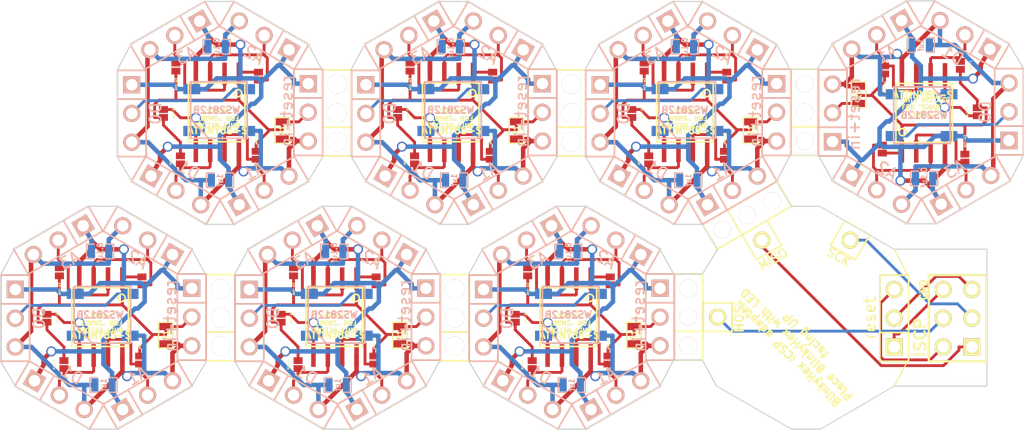
<source format=kicad_pcb>
(kicad_pcb (version 3) (host pcbnew "(2013-07-07 BZR 4022)-stable")
  (layers (15 F.Cu signal) (0 B.Cu signal) (18 B.Paste user) (19 F.Paste user) (20 B.SilkS user) (21 F.SilkS user) (22 B.Mask user) (23 F.Mask user) (28 Edge.Cuts user))
  (net 0 "")
  (net 1 +5V)
  (net 2 0)
  (net 3 0+1)
  (net 4 1)
  (net 5 A1)
  (net 6 A2)
  (net 7 A3)
  (net 8 GND)
  (net 9 N-0000010)
  (net 10 N-0000011)
  (net 11 N-0000012)
  (net 12 N-000007)
  (net 13 N-000008)
  (net 14 N-000009)
  (net 15 reset)
  (module SM0603 (layer F.Cu) (at 89.05 21.15 270)
    (fp_text reference R1 (at 0 0 270) (layer F.SilkS) (effects (font (size 0.508 0.4572) (thickness 0.1143))))
    (fp_text value 10k hide)
    (pad 1 smd rect (at -0.762 0 270) (size 0.635 1.143) (layers F.Cu F.Paste F.Mask) (net 1 +5V))
    (pad 2 smd rect (at 0.762 0 270) (size 0.635 1.143) (layers F.Cu F.Paste F.Mask) (net 15 reset))
  )
  (module 603_bridge (layer F.Cu) (at 91.15 25.95 90)
    (fp_text reference P1 hide)
    (fp_text value act-a2 (at -1.5 0 90) (layer F.SilkS) (effects (font (size 0.20066 0.20066) (thickness 0.04064))))
    (pad 1 smd rect (at 0.35 0 90) (size 0.6 0.8) (layers F.Cu F.Paste F.Mask) (net 6 A2))
    (pad 2 smd rect (at -0.35 0 90) (size 0.6 0.8) (layers F.Cu F.Paste F.Mask) (net 15 reset))
  )
  (module SOIC8_W (layer F.Cu) (at 94.75 22.65)
    (fp_text reference IC2 hide)
    (fp_text value ATTINY85-S (at 0 -1.5) (layer F.SilkS) (effects (font (size 0.6 0.6))))
    (pad 5 smd rect (at 1.94 -3.3) (size 0.4 2) (layers F.Cu F.Paste F.Mask) (net 2 0))
    (pad 6 smd rect (at 0.67 -3.3) (size 0.4 2) (layers F.Cu F.Paste F.Mask) (net 4 1))
    (pad 7 smd rect (at -0.6 -3.3) (size 0.4 2) (layers F.Cu F.Paste F.Mask) (net 5 A1))
    (pad 8 smd rect (at -1.87 -3.3) (size 0.4 2) (layers F.Cu F.Paste F.Mask) (net 1 +5V))
    (pad 1 smd rect (at -1.87 3.5) (size 0.4 2) (layers F.Cu F.Paste F.Mask) (net 15 reset))
    (pad 2 smd rect (at -0.6 3.5) (size 0.4 2) (layers F.Cu F.Paste F.Mask) (net 7 A3))
    (pad 3 smd rect (at 0.67 3.5) (size 0.4 2) (layers F.Cu F.Paste F.Mask) (net 6 A2))
    (pad 4 smd rect (at 1.94 3.5) (size 0.4 2) (layers F.Cu F.Paste F.Mask) (net 8 GND))
  )
  (module SM0603_Capa (layer B.Cu) (at 94.85 28.55)
    (fp_text reference C1 hide)
    (fp_text value 0.1uf (at 0 -0.1 270) (layer B.SilkS) (effects (font (size 0.508 0.4572) (thickness 0.1143)) (justify mirror)))
    (pad 1 smd rect (at -0.762 0) (size 0.635 1.143) (layers B.Cu B.Paste B.Mask) (net 1 +5V))
    (pad 2 smd rect (at 0.762 0) (size 0.635 1.143) (layers B.Cu B.Paste B.Mask) (net 8 GND))
  )
  (module SM0603_Capa (layer B.Cu) (at 94.55 16.75 180)
    (fp_text reference C2 hide)
    (fp_text value 1uf (at 0 0 450) (layer B.SilkS) (effects (font (size 0.508 0.4572) (thickness 0.1143)) (justify mirror)))
    (pad 1 smd rect (at -0.762 0 180) (size 0.635 1.143) (layers B.Cu B.Paste B.Mask) (net 1 +5V))
    (pad 2 smd rect (at 0.762 0 180) (size 0.635 1.143) (layers B.Cu B.Paste B.Mask) (net 8 GND))
  )
  (module PIN_ARRAY_3X1 (layer B.Cu) (at 86.75 22.75 90)
    (fp_text reference K5 hide)
    (fp_text value reset+in (at -0.1 1.9 90) (layer B.SilkS) (effects (font (size 1.016 1.016) (thickness 0.1524)) (justify mirror)))
    (pad 1 thru_hole rect (at -2.54 0 90) (size 1.524 1.524) (drill 1.016) (layers *.Cu *.Mask B.SilkS) (net 8 GND))
    (pad 2 thru_hole circle (at 0 0 90) (size 1.524 1.524) (drill 1.016) (layers *.Cu *.Mask B.SilkS) (net 15 reset))
    (pad 3 thru_hole circle (at 2.54 0 90) (size 1.524 1.524) (drill 1.016) (layers *.Cu *.Mask B.SilkS) (net 1 +5V))
  )
  (module PIN_ARRAY_3X1 (layer B.Cu) (at 98.45 15.85 150)
    (fp_text reference K6 hide)
    (fp_text value D1 (at 0.052628 -2.108846 150) (layer B.SilkS) (effects (font (size 1.016 1.016) (thickness 0.1524)) (justify mirror)))
    (pad 1 thru_hole rect (at -2.54 0 150) (size 1.524 1.524) (drill 1.016) (layers *.Cu *.Mask B.SilkS) (net 8 GND))
    (pad 2 thru_hole circle (at 0 0 150) (size 1.524 1.524) (drill 1.016) (layers *.Cu *.Mask B.SilkS) (net 4 1))
    (pad 3 thru_hole circle (at 2.54 0 150) (size 1.524 1.524) (drill 1.016) (layers *.Cu *.Mask B.SilkS) (net 1 +5V))
  )
  (module PIN_ARRAY_3X1 (layer B.Cu) (at 102.35 22.65 90)
    (fp_text reference K1 hide)
    (fp_text value D0 (at 0 -2.1 90) (layer B.SilkS) (effects (font (size 1.016 1.016) (thickness 0.1524)) (justify mirror)))
    (pad 1 thru_hole rect (at -2.54 0 90) (size 1.524 1.524) (drill 1.016) (layers *.Cu *.Mask B.SilkS) (net 8 GND))
    (pad 2 thru_hole circle (at 0 0 90) (size 1.524 1.524) (drill 1.016) (layers *.Cu *.Mask B.SilkS) (net 3 0+1))
    (pad 3 thru_hole circle (at 2.54 0 90) (size 1.524 1.524) (drill 1.016) (layers *.Cu *.Mask B.SilkS) (net 1 +5V))
  )
  (module PIN_ARRAY_3X1 (layer B.Cu) (at 90.65 15.85 210)
    (fp_text reference K3 hide)
    (fp_text value A1 (at 0.070577 -1.922243 210) (layer B.SilkS) (effects (font (size 1.016 1.016) (thickness 0.1524)) (justify mirror)))
    (pad 1 thru_hole rect (at -2.54 0 210) (size 1.524 1.524) (drill 1.016) (layers *.Cu *.Mask B.SilkS) (net 8 GND))
    (pad 2 thru_hole circle (at 0 0 210) (size 1.524 1.524) (drill 1.016) (layers *.Cu *.Mask B.SilkS) (net 5 A1))
    (pad 3 thru_hole circle (at 2.54 0 210) (size 1.524 1.524) (drill 1.016) (layers *.Cu *.Mask B.SilkS) (net 1 +5V))
  )
  (module PIN_ARRAY_3X1 (layer B.Cu) (at 90.65 29.55 330)
    (fp_text reference K4 hide)
    (fp_text value A2 (at -0.070577 -1.922243 330) (layer B.SilkS) (effects (font (size 1.016 1.016) (thickness 0.1524)) (justify mirror)))
    (pad 1 thru_hole rect (at -2.54 0 330) (size 1.524 1.524) (drill 1.016) (layers *.Cu *.Mask B.SilkS) (net 8 GND))
    (pad 2 thru_hole circle (at 0 0 330) (size 1.524 1.524) (drill 1.016) (layers *.Cu *.Mask B.SilkS) (net 6 A2))
    (pad 3 thru_hole circle (at 2.54 0 330) (size 1.524 1.524) (drill 1.016) (layers *.Cu *.Mask B.SilkS) (net 1 +5V))
  )
  (module PIN_ARRAY_3X1 (layer B.Cu) (at 98.55 29.55 30)
    (fp_text reference K2 hide)
    (fp_text value A3 (at 0.033975 -2.058846 30) (layer B.SilkS) (effects (font (size 1.016 1.016) (thickness 0.1524)) (justify mirror)))
    (pad 1 thru_hole rect (at -2.54 0 30) (size 1.524 1.524) (drill 1.016) (layers *.Cu *.Mask B.SilkS) (net 8 GND))
    (pad 2 thru_hole circle (at 0 0 30) (size 1.524 1.524) (drill 1.016) (layers *.Cu *.Mask B.SilkS) (net 7 A3))
    (pad 3 thru_hole circle (at 2.54 0 30) (size 1.524 1.524) (drill 1.016) (layers *.Cu *.Mask B.SilkS) (net 1 +5V))
  )
  (module ws2812b (layer B.Cu) (at 94.65 22.95)
    (fp_text reference IC1 hide)
    (fp_text value WS2812B (at 0.2 0) (layer B.SilkS) (effects (font (size 0.6 0.6)) (justify mirror)))
    (pad 1 smd rect (at -2.45 1.85) (size 1.5 0.9) (layers B.Cu B.Paste B.Mask) (net 3 0+1))
    (pad 2 smd rect (at -2.45 -1.85) (size 1.5 0.9) (layers B.Cu B.Paste B.Mask) (net 1 +5V))
    (pad 3 smd rect (at 2.4 -1.85) (size 1.5 0.9) (layers B.Cu B.Paste B.Mask) (net 2 0))
    (pad 4 smd rect (at 2.4 1.85) (size 1.5 0.9) (layers B.Cu B.Paste B.Mask) (net 8 GND))
  )
  (module 603_bridge (layer F.Cu) (at 98.45 26.75 270)
    (fp_text reference P2 hide)
    (fp_text value act-a3 (at -1.5 0 270) (layer F.SilkS) (effects (font (size 0.20066 0.20066) (thickness 0.04064))))
    (pad 1 smd rect (at 0.35 0 270) (size 0.6 0.8) (layers F.Cu F.Paste F.Mask) (net 7 A3))
    (pad 2 smd rect (at -0.35 0 270) (size 0.6 0.8) (layers F.Cu F.Paste F.Mask) (net 15 reset))
  )
  (module 603_bridge (layer F.Cu) (at 91.35 18.95 90)
    (fp_text reference P3 hide)
    (fp_text value act-a1 (at -1.5 0 90) (layer F.SilkS) (effects (font (size 0.20066 0.20066) (thickness 0.04064))))
    (pad 1 smd rect (at 0.35 0 90) (size 0.6 0.8) (layers F.Cu F.Paste F.Mask) (net 5 A1))
    (pad 2 smd rect (at -0.35 0 90) (size 0.6 0.8) (layers F.Cu F.Paste F.Mask) (net 15 reset))
  )
  (module 603_bridge (layer F.Cu) (at 98.05 18.55 90)
    (fp_text reference P4 hide)
    (fp_text value act-1 (at 0 0.9 90) (layer F.SilkS) (effects (font (size 0.20066 0.20066) (thickness 0.04064))))
    (pad 1 smd rect (at 0.35 0 90) (size 0.6 0.8) (layers F.Cu F.Paste F.Mask) (net 4 1))
    (pad 2 smd rect (at -0.35 0 90) (size 0.6 0.8) (layers F.Cu F.Paste F.Mask) (net 15 reset))
  )
  (module 603_bridge (layer F.Cu) (at 99.55 22.65 270)
    (fp_text reference P5 hide)
    (fp_text value act-0 (at 0 0.9 270) (layer F.SilkS) (effects (font (size 0.20066 0.20066) (thickness 0.04064))))
    (pad 1 smd rect (at 0.35 0 270) (size 0.6 0.8) (layers F.Cu F.Paste F.Mask) (net 2 0))
    (pad 2 smd rect (at -0.35 0 270) (size 0.6 0.8) (layers F.Cu F.Paste F.Mask) (net 15 reset))
  )
  (module PIN_ARRAY_3X1 (layer F.Cu) (at 53.35 40.85 90)
    (fp_text reference PIN_ARRAY_3X1 hide)
    (fp_text value Val** hide)
    (pad 1 thru_hole circle (at -2.54 0 90) (size 1.7 1.7) (drill 1.7) (layers *.Cu *.Mask F.SilkS))
    (pad 2 thru_hole circle (at 0 0 90) (size 1.7 1.7) (drill 1.7) (layers *.Cu *.Mask F.SilkS))
    (pad 3 thru_hole circle (at 2.54 0 90) (size 1.7 1.7) (drill 1.7) (layers *.Cu *.Mask F.SilkS))
  )
  (module PIN_ARRAY_3X1 (layer F.Cu) (at 63.65 22.75 90)
    (fp_text reference PIN_ARRAY_3X1 hide)
    (fp_text value Val** hide)
    (pad 1 thru_hole circle (at -2.54 0 90) (size 1.7 1.7) (drill 1.7) (layers *.Cu *.Mask F.SilkS))
    (pad 2 thru_hole circle (at 0 0 90) (size 1.7 1.7) (drill 1.7) (layers *.Cu *.Mask F.SilkS))
    (pad 3 thru_hole circle (at 2.54 0 90) (size 1.7 1.7) (drill 1.7) (layers *.Cu *.Mask F.SilkS))
  )
  (module PIN_ARRAY_3X1 (layer F.Cu) (at 42.95 22.75 90)
    (fp_text reference PIN_ARRAY_3X1 hide)
    (fp_text value Val** hide)
    (pad 1 thru_hole circle (at -2.54 0 90) (size 1.7 1.7) (drill 1.7) (layers *.Cu *.Mask F.SilkS))
    (pad 2 thru_hole circle (at 0 0 90) (size 1.7 1.7) (drill 1.7) (layers *.Cu *.Mask F.SilkS))
    (pad 3 thru_hole circle (at 2.54 0 90) (size 1.7 1.7) (drill 1.7) (layers *.Cu *.Mask F.SilkS))
  )
  (module PIN_ARRAY_3X1 (layer F.Cu) (at 32.65 40.85 90)
    (fp_text reference PIN_ARRAY_3X1 hide)
    (fp_text value Val** hide)
    (pad 1 thru_hole circle (at -2.54 0 90) (size 1.7 1.7) (drill 1.7) (layers *.Cu *.Mask F.SilkS))
    (pad 2 thru_hole circle (at 0 0 90) (size 1.7 1.7) (drill 1.7) (layers *.Cu *.Mask F.SilkS))
    (pad 3 thru_hole circle (at 2.54 0 90) (size 1.7 1.7) (drill 1.7) (layers *.Cu *.Mask F.SilkS))
  )
  (module 603_bridge (layer F.Cu) (at 17.3 40.9 90)
    (fp_text reference P5 hide)
    (fp_text value act-0 (at 0 0.9 90) (layer F.SilkS) (effects (font (size 0.20066 0.20066) (thickness 0.04064))))
    (pad 1 smd rect (at 0.35 0 90) (size 0.6 0.8) (layers F.Cu F.Paste F.Mask) (net 2 0))
    (pad 2 smd rect (at -0.35 0 90) (size 0.6 0.8) (layers F.Cu F.Paste F.Mask) (net 15 reset))
  )
  (module 603_bridge (layer F.Cu) (at 18.8 45 270)
    (fp_text reference P4 hide)
    (fp_text value act-1 (at 0 0.9 270) (layer F.SilkS) (effects (font (size 0.20066 0.20066) (thickness 0.04064))))
    (pad 1 smd rect (at 0.35 0 270) (size 0.6 0.8) (layers F.Cu F.Paste F.Mask) (net 4 1))
    (pad 2 smd rect (at -0.35 0 270) (size 0.6 0.8) (layers F.Cu F.Paste F.Mask) (net 15 reset))
  )
  (module 603_bridge (layer F.Cu) (at 25.5 44.6 270)
    (fp_text reference P3 hide)
    (fp_text value act-a1 (at -1.5 0 270) (layer F.SilkS) (effects (font (size 0.20066 0.20066) (thickness 0.04064))))
    (pad 1 smd rect (at 0.35 0 270) (size 0.6 0.8) (layers F.Cu F.Paste F.Mask) (net 5 A1))
    (pad 2 smd rect (at -0.35 0 270) (size 0.6 0.8) (layers F.Cu F.Paste F.Mask) (net 15 reset))
  )
  (module 603_bridge (layer F.Cu) (at 18.4 36.8 90)
    (fp_text reference P2 hide)
    (fp_text value act-a3 (at -1.5 0 90) (layer F.SilkS) (effects (font (size 0.20066 0.20066) (thickness 0.04064))))
    (pad 1 smd rect (at 0.35 0 90) (size 0.6 0.8) (layers F.Cu F.Paste F.Mask) (net 7 A3))
    (pad 2 smd rect (at -0.35 0 90) (size 0.6 0.8) (layers F.Cu F.Paste F.Mask) (net 15 reset))
  )
  (module ws2812b (layer B.Cu) (at 22.2 40.6 180)
    (fp_text reference IC1 hide)
    (fp_text value WS2812B (at 0.2 0 180) (layer B.SilkS) (effects (font (size 0.6 0.6)) (justify mirror)))
    (pad 1 smd rect (at -2.45 1.85 180) (size 1.5 0.9) (layers B.Cu B.Paste B.Mask) (net 3 0+1))
    (pad 2 smd rect (at -2.45 -1.85 180) (size 1.5 0.9) (layers B.Cu B.Paste B.Mask) (net 1 +5V))
    (pad 3 smd rect (at 2.4 -1.85 180) (size 1.5 0.9) (layers B.Cu B.Paste B.Mask) (net 2 0))
    (pad 4 smd rect (at 2.4 1.85 180) (size 1.5 0.9) (layers B.Cu B.Paste B.Mask) (net 8 GND))
  )
  (module PIN_ARRAY_3X1 (layer B.Cu) (at 18.3 34 210)
    (fp_text reference K2 hide)
    (fp_text value A3 (at 0.033975 -2.058846 210) (layer B.SilkS) (effects (font (size 1.016 1.016) (thickness 0.1524)) (justify mirror)))
    (pad 1 thru_hole rect (at -2.54 0 210) (size 1.524 1.524) (drill 1.016) (layers *.Cu *.Mask B.SilkS) (net 8 GND))
    (pad 2 thru_hole circle (at 0 0 210) (size 1.524 1.524) (drill 1.016) (layers *.Cu *.Mask B.SilkS) (net 7 A3))
    (pad 3 thru_hole circle (at 2.54 0 210) (size 1.524 1.524) (drill 1.016) (layers *.Cu *.Mask B.SilkS) (net 1 +5V))
  )
  (module PIN_ARRAY_3X1 (layer B.Cu) (at 26.2 34 150)
    (fp_text reference K4 hide)
    (fp_text value A2 (at -0.070577 -1.922243 150) (layer B.SilkS) (effects (font (size 1.016 1.016) (thickness 0.1524)) (justify mirror)))
    (pad 1 thru_hole rect (at -2.54 0 150) (size 1.524 1.524) (drill 1.016) (layers *.Cu *.Mask B.SilkS) (net 8 GND))
    (pad 2 thru_hole circle (at 0 0 150) (size 1.524 1.524) (drill 1.016) (layers *.Cu *.Mask B.SilkS) (net 6 A2))
    (pad 3 thru_hole circle (at 2.54 0 150) (size 1.524 1.524) (drill 1.016) (layers *.Cu *.Mask B.SilkS) (net 1 +5V))
  )
  (module PIN_ARRAY_3X1 (layer B.Cu) (at 26.2 47.7 30)
    (fp_text reference K3 hide)
    (fp_text value A1 (at 0.070577 -1.922243 30) (layer B.SilkS) (effects (font (size 1.016 1.016) (thickness 0.1524)) (justify mirror)))
    (pad 1 thru_hole rect (at -2.54 0 30) (size 1.524 1.524) (drill 1.016) (layers *.Cu *.Mask B.SilkS) (net 8 GND))
    (pad 2 thru_hole circle (at 0 0 30) (size 1.524 1.524) (drill 1.016) (layers *.Cu *.Mask B.SilkS) (net 5 A1))
    (pad 3 thru_hole circle (at 2.54 0 30) (size 1.524 1.524) (drill 1.016) (layers *.Cu *.Mask B.SilkS) (net 1 +5V))
  )
  (module PIN_ARRAY_3X1 (layer B.Cu) (at 14.5 40.9 270)
    (fp_text reference K1 hide)
    (fp_text value D0 (at 0 -2.1 270) (layer B.SilkS) (effects (font (size 1.016 1.016) (thickness 0.1524)) (justify mirror)))
    (pad 1 thru_hole rect (at -2.54 0 270) (size 1.524 1.524) (drill 1.016) (layers *.Cu *.Mask B.SilkS) (net 8 GND))
    (pad 2 thru_hole circle (at 0 0 270) (size 1.524 1.524) (drill 1.016) (layers *.Cu *.Mask B.SilkS) (net 3 0+1))
    (pad 3 thru_hole circle (at 2.54 0 270) (size 1.524 1.524) (drill 1.016) (layers *.Cu *.Mask B.SilkS) (net 1 +5V))
  )
  (module PIN_ARRAY_3X1 (layer B.Cu) (at 18.4 47.7 330)
    (fp_text reference K6 hide)
    (fp_text value D1 (at 0.052628 -2.108846 330) (layer B.SilkS) (effects (font (size 1.016 1.016) (thickness 0.1524)) (justify mirror)))
    (pad 1 thru_hole rect (at -2.54 0 330) (size 1.524 1.524) (drill 1.016) (layers *.Cu *.Mask B.SilkS) (net 8 GND))
    (pad 2 thru_hole circle (at 0 0 330) (size 1.524 1.524) (drill 1.016) (layers *.Cu *.Mask B.SilkS) (net 4 1))
    (pad 3 thru_hole circle (at 2.54 0 330) (size 1.524 1.524) (drill 1.016) (layers *.Cu *.Mask B.SilkS) (net 1 +5V))
  )
  (module PIN_ARRAY_3X1 (layer B.Cu) (at 30.1 40.8 270)
    (fp_text reference K5 hide)
    (fp_text value reset+in (at -0.1 1.9 270) (layer B.SilkS) (effects (font (size 1.016 1.016) (thickness 0.1524)) (justify mirror)))
    (pad 1 thru_hole rect (at -2.54 0 270) (size 1.524 1.524) (drill 1.016) (layers *.Cu *.Mask B.SilkS) (net 8 GND))
    (pad 2 thru_hole circle (at 0 0 270) (size 1.524 1.524) (drill 1.016) (layers *.Cu *.Mask B.SilkS) (net 15 reset))
    (pad 3 thru_hole circle (at 2.54 0 270) (size 1.524 1.524) (drill 1.016) (layers *.Cu *.Mask B.SilkS) (net 1 +5V))
  )
  (module SM0603_Capa (layer B.Cu) (at 22.3 46.8)
    (fp_text reference C2 hide)
    (fp_text value 1uf (at 0 0 270) (layer B.SilkS) (effects (font (size 0.508 0.4572) (thickness 0.1143)) (justify mirror)))
    (pad 1 smd rect (at -0.762 0) (size 0.635 1.143) (layers B.Cu B.Paste B.Mask) (net 1 +5V))
    (pad 2 smd rect (at 0.762 0) (size 0.635 1.143) (layers B.Cu B.Paste B.Mask) (net 8 GND))
  )
  (module SM0603_Capa (layer B.Cu) (at 22 35 180)
    (fp_text reference C1 hide)
    (fp_text value 0.1uf (at 0 -0.1 450) (layer B.SilkS) (effects (font (size 0.508 0.4572) (thickness 0.1143)) (justify mirror)))
    (pad 1 smd rect (at -0.762 0 180) (size 0.635 1.143) (layers B.Cu B.Paste B.Mask) (net 1 +5V))
    (pad 2 smd rect (at 0.762 0 180) (size 0.635 1.143) (layers B.Cu B.Paste B.Mask) (net 8 GND))
  )
  (module SOIC8_W (layer F.Cu) (at 22.1 40.9 180)
    (fp_text reference IC2 hide)
    (fp_text value ATTINY85-S (at 0 -1.5 180) (layer F.SilkS) (effects (font (size 0.6 0.6))))
    (pad 5 smd rect (at 1.94 -3.3 180) (size 0.4 2) (layers F.Cu F.Paste F.Mask) (net 2 0))
    (pad 6 smd rect (at 0.67 -3.3 180) (size 0.4 2) (layers F.Cu F.Paste F.Mask) (net 4 1))
    (pad 7 smd rect (at -0.6 -3.3 180) (size 0.4 2) (layers F.Cu F.Paste F.Mask) (net 5 A1))
    (pad 8 smd rect (at -1.87 -3.3 180) (size 0.4 2) (layers F.Cu F.Paste F.Mask) (net 1 +5V))
    (pad 1 smd rect (at -1.87 3.5 180) (size 0.4 2) (layers F.Cu F.Paste F.Mask) (net 15 reset))
    (pad 2 smd rect (at -0.6 3.5 180) (size 0.4 2) (layers F.Cu F.Paste F.Mask) (net 7 A3))
    (pad 3 smd rect (at 0.67 3.5 180) (size 0.4 2) (layers F.Cu F.Paste F.Mask) (net 6 A2))
    (pad 4 smd rect (at 1.94 3.5 180) (size 0.4 2) (layers F.Cu F.Paste F.Mask) (net 8 GND))
  )
  (module 603_bridge (layer F.Cu) (at 25.7 37.6 270)
    (fp_text reference P1 hide)
    (fp_text value act-a2 (at -1.5 0 270) (layer F.SilkS) (effects (font (size 0.20066 0.20066) (thickness 0.04064))))
    (pad 1 smd rect (at 0.35 0 270) (size 0.6 0.8) (layers F.Cu F.Paste F.Mask) (net 6 A2))
    (pad 2 smd rect (at -0.35 0 270) (size 0.6 0.8) (layers F.Cu F.Paste F.Mask) (net 15 reset))
  )
  (module SM0603 (layer F.Cu) (at 27.8 42.4 90)
    (fp_text reference R1 (at 0 0 90) (layer F.SilkS) (effects (font (size 0.508 0.4572) (thickness 0.1143))))
    (fp_text value 10k hide)
    (pad 1 smd rect (at -0.762 0 90) (size 0.635 1.143) (layers F.Cu F.Paste F.Mask) (net 1 +5V))
    (pad 2 smd rect (at 0.762 0 90) (size 0.635 1.143) (layers F.Cu F.Paste F.Mask) (net 15 reset))
  )
  (module 603_bridge (layer F.Cu) (at 38 40.9 90)
    (fp_text reference P5 hide)
    (fp_text value act-0 (at 0 0.9 90) (layer F.SilkS) (effects (font (size 0.20066 0.20066) (thickness 0.04064))))
    (pad 1 smd rect (at 0.35 0 90) (size 0.6 0.8) (layers F.Cu F.Paste F.Mask) (net 2 0))
    (pad 2 smd rect (at -0.35 0 90) (size 0.6 0.8) (layers F.Cu F.Paste F.Mask) (net 15 reset))
  )
  (module 603_bridge (layer F.Cu) (at 39.5 45 270)
    (fp_text reference P4 hide)
    (fp_text value act-1 (at 0 0.9 270) (layer F.SilkS) (effects (font (size 0.20066 0.20066) (thickness 0.04064))))
    (pad 1 smd rect (at 0.35 0 270) (size 0.6 0.8) (layers F.Cu F.Paste F.Mask) (net 4 1))
    (pad 2 smd rect (at -0.35 0 270) (size 0.6 0.8) (layers F.Cu F.Paste F.Mask) (net 15 reset))
  )
  (module 603_bridge (layer F.Cu) (at 46.2 44.6 270)
    (fp_text reference P3 hide)
    (fp_text value act-a1 (at -1.5 0 270) (layer F.SilkS) (effects (font (size 0.20066 0.20066) (thickness 0.04064))))
    (pad 1 smd rect (at 0.35 0 270) (size 0.6 0.8) (layers F.Cu F.Paste F.Mask) (net 5 A1))
    (pad 2 smd rect (at -0.35 0 270) (size 0.6 0.8) (layers F.Cu F.Paste F.Mask) (net 15 reset))
  )
  (module 603_bridge (layer F.Cu) (at 39.1 36.8 90)
    (fp_text reference P2 hide)
    (fp_text value act-a3 (at -1.5 0 90) (layer F.SilkS) (effects (font (size 0.20066 0.20066) (thickness 0.04064))))
    (pad 1 smd rect (at 0.35 0 90) (size 0.6 0.8) (layers F.Cu F.Paste F.Mask) (net 7 A3))
    (pad 2 smd rect (at -0.35 0 90) (size 0.6 0.8) (layers F.Cu F.Paste F.Mask) (net 15 reset))
  )
  (module ws2812b (layer B.Cu) (at 42.9 40.6 180)
    (fp_text reference IC1 hide)
    (fp_text value WS2812B (at 0.2 0 180) (layer B.SilkS) (effects (font (size 0.6 0.6)) (justify mirror)))
    (pad 1 smd rect (at -2.45 1.85 180) (size 1.5 0.9) (layers B.Cu B.Paste B.Mask) (net 3 0+1))
    (pad 2 smd rect (at -2.45 -1.85 180) (size 1.5 0.9) (layers B.Cu B.Paste B.Mask) (net 1 +5V))
    (pad 3 smd rect (at 2.4 -1.85 180) (size 1.5 0.9) (layers B.Cu B.Paste B.Mask) (net 2 0))
    (pad 4 smd rect (at 2.4 1.85 180) (size 1.5 0.9) (layers B.Cu B.Paste B.Mask) (net 8 GND))
  )
  (module PIN_ARRAY_3X1 (layer B.Cu) (at 39 34 210)
    (fp_text reference K2 hide)
    (fp_text value A3 (at 0.033975 -2.058846 210) (layer B.SilkS) (effects (font (size 1.016 1.016) (thickness 0.1524)) (justify mirror)))
    (pad 1 thru_hole rect (at -2.54 0 210) (size 1.524 1.524) (drill 1.016) (layers *.Cu *.Mask B.SilkS) (net 8 GND))
    (pad 2 thru_hole circle (at 0 0 210) (size 1.524 1.524) (drill 1.016) (layers *.Cu *.Mask B.SilkS) (net 7 A3))
    (pad 3 thru_hole circle (at 2.54 0 210) (size 1.524 1.524) (drill 1.016) (layers *.Cu *.Mask B.SilkS) (net 1 +5V))
  )
  (module PIN_ARRAY_3X1 (layer B.Cu) (at 46.9 34 150)
    (fp_text reference K4 hide)
    (fp_text value A2 (at -0.070577 -1.922243 150) (layer B.SilkS) (effects (font (size 1.016 1.016) (thickness 0.1524)) (justify mirror)))
    (pad 1 thru_hole rect (at -2.54 0 150) (size 1.524 1.524) (drill 1.016) (layers *.Cu *.Mask B.SilkS) (net 8 GND))
    (pad 2 thru_hole circle (at 0 0 150) (size 1.524 1.524) (drill 1.016) (layers *.Cu *.Mask B.SilkS) (net 6 A2))
    (pad 3 thru_hole circle (at 2.54 0 150) (size 1.524 1.524) (drill 1.016) (layers *.Cu *.Mask B.SilkS) (net 1 +5V))
  )
  (module PIN_ARRAY_3X1 (layer B.Cu) (at 46.9 47.7 30)
    (fp_text reference K3 hide)
    (fp_text value A1 (at 0.070577 -1.922243 30) (layer B.SilkS) (effects (font (size 1.016 1.016) (thickness 0.1524)) (justify mirror)))
    (pad 1 thru_hole rect (at -2.54 0 30) (size 1.524 1.524) (drill 1.016) (layers *.Cu *.Mask B.SilkS) (net 8 GND))
    (pad 2 thru_hole circle (at 0 0 30) (size 1.524 1.524) (drill 1.016) (layers *.Cu *.Mask B.SilkS) (net 5 A1))
    (pad 3 thru_hole circle (at 2.54 0 30) (size 1.524 1.524) (drill 1.016) (layers *.Cu *.Mask B.SilkS) (net 1 +5V))
  )
  (module PIN_ARRAY_3X1 (layer B.Cu) (at 35.2 40.9 270)
    (fp_text reference K1 hide)
    (fp_text value D0 (at 0 -2.1 270) (layer B.SilkS) (effects (font (size 1.016 1.016) (thickness 0.1524)) (justify mirror)))
    (pad 1 thru_hole rect (at -2.54 0 270) (size 1.524 1.524) (drill 1.016) (layers *.Cu *.Mask B.SilkS) (net 8 GND))
    (pad 2 thru_hole circle (at 0 0 270) (size 1.524 1.524) (drill 1.016) (layers *.Cu *.Mask B.SilkS) (net 3 0+1))
    (pad 3 thru_hole circle (at 2.54 0 270) (size 1.524 1.524) (drill 1.016) (layers *.Cu *.Mask B.SilkS) (net 1 +5V))
  )
  (module PIN_ARRAY_3X1 (layer B.Cu) (at 39.1 47.7 330)
    (fp_text reference K6 hide)
    (fp_text value D1 (at 0.052628 -2.108846 330) (layer B.SilkS) (effects (font (size 1.016 1.016) (thickness 0.1524)) (justify mirror)))
    (pad 1 thru_hole rect (at -2.54 0 330) (size 1.524 1.524) (drill 1.016) (layers *.Cu *.Mask B.SilkS) (net 8 GND))
    (pad 2 thru_hole circle (at 0 0 330) (size 1.524 1.524) (drill 1.016) (layers *.Cu *.Mask B.SilkS) (net 4 1))
    (pad 3 thru_hole circle (at 2.54 0 330) (size 1.524 1.524) (drill 1.016) (layers *.Cu *.Mask B.SilkS) (net 1 +5V))
  )
  (module PIN_ARRAY_3X1 (layer B.Cu) (at 50.8 40.8 270)
    (fp_text reference K5 hide)
    (fp_text value reset+in (at -0.1 1.9 270) (layer B.SilkS) (effects (font (size 1.016 1.016) (thickness 0.1524)) (justify mirror)))
    (pad 1 thru_hole rect (at -2.54 0 270) (size 1.524 1.524) (drill 1.016) (layers *.Cu *.Mask B.SilkS) (net 8 GND))
    (pad 2 thru_hole circle (at 0 0 270) (size 1.524 1.524) (drill 1.016) (layers *.Cu *.Mask B.SilkS) (net 15 reset))
    (pad 3 thru_hole circle (at 2.54 0 270) (size 1.524 1.524) (drill 1.016) (layers *.Cu *.Mask B.SilkS) (net 1 +5V))
  )
  (module SM0603_Capa (layer B.Cu) (at 43 46.8)
    (fp_text reference C2 hide)
    (fp_text value 1uf (at 0 0 270) (layer B.SilkS) (effects (font (size 0.508 0.4572) (thickness 0.1143)) (justify mirror)))
    (pad 1 smd rect (at -0.762 0) (size 0.635 1.143) (layers B.Cu B.Paste B.Mask) (net 1 +5V))
    (pad 2 smd rect (at 0.762 0) (size 0.635 1.143) (layers B.Cu B.Paste B.Mask) (net 8 GND))
  )
  (module SM0603_Capa (layer B.Cu) (at 42.7 35 180)
    (fp_text reference C1 hide)
    (fp_text value 0.1uf (at 0 -0.1 450) (layer B.SilkS) (effects (font (size 0.508 0.4572) (thickness 0.1143)) (justify mirror)))
    (pad 1 smd rect (at -0.762 0 180) (size 0.635 1.143) (layers B.Cu B.Paste B.Mask) (net 1 +5V))
    (pad 2 smd rect (at 0.762 0 180) (size 0.635 1.143) (layers B.Cu B.Paste B.Mask) (net 8 GND))
  )
  (module SOIC8_W (layer F.Cu) (at 42.8 40.9 180)
    (fp_text reference IC2 hide)
    (fp_text value ATTINY85-S (at 0 -1.5 180) (layer F.SilkS) (effects (font (size 0.6 0.6))))
    (pad 5 smd rect (at 1.94 -3.3 180) (size 0.4 2) (layers F.Cu F.Paste F.Mask) (net 2 0))
    (pad 6 smd rect (at 0.67 -3.3 180) (size 0.4 2) (layers F.Cu F.Paste F.Mask) (net 4 1))
    (pad 7 smd rect (at -0.6 -3.3 180) (size 0.4 2) (layers F.Cu F.Paste F.Mask) (net 5 A1))
    (pad 8 smd rect (at -1.87 -3.3 180) (size 0.4 2) (layers F.Cu F.Paste F.Mask) (net 1 +5V))
    (pad 1 smd rect (at -1.87 3.5 180) (size 0.4 2) (layers F.Cu F.Paste F.Mask) (net 15 reset))
    (pad 2 smd rect (at -0.6 3.5 180) (size 0.4 2) (layers F.Cu F.Paste F.Mask) (net 7 A3))
    (pad 3 smd rect (at 0.67 3.5 180) (size 0.4 2) (layers F.Cu F.Paste F.Mask) (net 6 A2))
    (pad 4 smd rect (at 1.94 3.5 180) (size 0.4 2) (layers F.Cu F.Paste F.Mask) (net 8 GND))
  )
  (module 603_bridge (layer F.Cu) (at 46.4 37.6 270)
    (fp_text reference P1 hide)
    (fp_text value act-a2 (at -1.5 0 270) (layer F.SilkS) (effects (font (size 0.20066 0.20066) (thickness 0.04064))))
    (pad 1 smd rect (at 0.35 0 270) (size 0.6 0.8) (layers F.Cu F.Paste F.Mask) (net 6 A2))
    (pad 2 smd rect (at -0.35 0 270) (size 0.6 0.8) (layers F.Cu F.Paste F.Mask) (net 15 reset))
  )
  (module SM0603 (layer F.Cu) (at 48.5 42.4 90)
    (fp_text reference R1 (at 0 0 90) (layer F.SilkS) (effects (font (size 0.508 0.4572) (thickness 0.1143))))
    (fp_text value 10k hide)
    (pad 1 smd rect (at -0.762 0 90) (size 0.635 1.143) (layers F.Cu F.Paste F.Mask) (net 1 +5V))
    (pad 2 smd rect (at 0.762 0 90) (size 0.635 1.143) (layers F.Cu F.Paste F.Mask) (net 15 reset))
  )
  (module 603_bridge (layer F.Cu) (at 58.7 40.9 90)
    (fp_text reference P5 hide)
    (fp_text value act-0 (at 0 0.9 90) (layer F.SilkS) (effects (font (size 0.20066 0.20066) (thickness 0.04064))))
    (pad 1 smd rect (at 0.35 0 90) (size 0.6 0.8) (layers F.Cu F.Paste F.Mask) (net 2 0))
    (pad 2 smd rect (at -0.35 0 90) (size 0.6 0.8) (layers F.Cu F.Paste F.Mask) (net 15 reset))
  )
  (module 603_bridge (layer F.Cu) (at 60.2 45 270)
    (fp_text reference P4 hide)
    (fp_text value act-1 (at 0 0.9 270) (layer F.SilkS) (effects (font (size 0.20066 0.20066) (thickness 0.04064))))
    (pad 1 smd rect (at 0.35 0 270) (size 0.6 0.8) (layers F.Cu F.Paste F.Mask) (net 4 1))
    (pad 2 smd rect (at -0.35 0 270) (size 0.6 0.8) (layers F.Cu F.Paste F.Mask) (net 15 reset))
  )
  (module 603_bridge (layer F.Cu) (at 66.9 44.6 270)
    (fp_text reference P3 hide)
    (fp_text value act-a1 (at -1.5 0 270) (layer F.SilkS) (effects (font (size 0.20066 0.20066) (thickness 0.04064))))
    (pad 1 smd rect (at 0.35 0 270) (size 0.6 0.8) (layers F.Cu F.Paste F.Mask) (net 5 A1))
    (pad 2 smd rect (at -0.35 0 270) (size 0.6 0.8) (layers F.Cu F.Paste F.Mask) (net 15 reset))
  )
  (module 603_bridge (layer F.Cu) (at 59.8 36.8 90)
    (fp_text reference P2 hide)
    (fp_text value act-a3 (at -1.5 0 90) (layer F.SilkS) (effects (font (size 0.20066 0.20066) (thickness 0.04064))))
    (pad 1 smd rect (at 0.35 0 90) (size 0.6 0.8) (layers F.Cu F.Paste F.Mask) (net 7 A3))
    (pad 2 smd rect (at -0.35 0 90) (size 0.6 0.8) (layers F.Cu F.Paste F.Mask) (net 15 reset))
  )
  (module ws2812b (layer B.Cu) (at 63.6 40.6 180)
    (fp_text reference IC1 hide)
    (fp_text value WS2812B (at 0.2 0 180) (layer B.SilkS) (effects (font (size 0.6 0.6)) (justify mirror)))
    (pad 1 smd rect (at -2.45 1.85 180) (size 1.5 0.9) (layers B.Cu B.Paste B.Mask) (net 3 0+1))
    (pad 2 smd rect (at -2.45 -1.85 180) (size 1.5 0.9) (layers B.Cu B.Paste B.Mask) (net 1 +5V))
    (pad 3 smd rect (at 2.4 -1.85 180) (size 1.5 0.9) (layers B.Cu B.Paste B.Mask) (net 2 0))
    (pad 4 smd rect (at 2.4 1.85 180) (size 1.5 0.9) (layers B.Cu B.Paste B.Mask) (net 8 GND))
  )
  (module PIN_ARRAY_3X1 (layer B.Cu) (at 59.7 34 210)
    (fp_text reference K2 hide)
    (fp_text value A3 (at 0.033975 -2.058846 210) (layer B.SilkS) (effects (font (size 1.016 1.016) (thickness 0.1524)) (justify mirror)))
    (pad 1 thru_hole rect (at -2.54 0 210) (size 1.524 1.524) (drill 1.016) (layers *.Cu *.Mask B.SilkS) (net 8 GND))
    (pad 2 thru_hole circle (at 0 0 210) (size 1.524 1.524) (drill 1.016) (layers *.Cu *.Mask B.SilkS) (net 7 A3))
    (pad 3 thru_hole circle (at 2.54 0 210) (size 1.524 1.524) (drill 1.016) (layers *.Cu *.Mask B.SilkS) (net 1 +5V))
  )
  (module PIN_ARRAY_3X1 (layer B.Cu) (at 67.6 34 150)
    (fp_text reference K4 hide)
    (fp_text value A2 (at -0.070577 -1.922243 150) (layer B.SilkS) (effects (font (size 1.016 1.016) (thickness 0.1524)) (justify mirror)))
    (pad 1 thru_hole rect (at -2.54 0 150) (size 1.524 1.524) (drill 1.016) (layers *.Cu *.Mask B.SilkS) (net 8 GND))
    (pad 2 thru_hole circle (at 0 0 150) (size 1.524 1.524) (drill 1.016) (layers *.Cu *.Mask B.SilkS) (net 6 A2))
    (pad 3 thru_hole circle (at 2.54 0 150) (size 1.524 1.524) (drill 1.016) (layers *.Cu *.Mask B.SilkS) (net 1 +5V))
  )
  (module PIN_ARRAY_3X1 (layer B.Cu) (at 67.6 47.7 30)
    (fp_text reference K3 hide)
    (fp_text value A1 (at 0.070577 -1.922243 30) (layer B.SilkS) (effects (font (size 1.016 1.016) (thickness 0.1524)) (justify mirror)))
    (pad 1 thru_hole rect (at -2.54 0 30) (size 1.524 1.524) (drill 1.016) (layers *.Cu *.Mask B.SilkS) (net 8 GND))
    (pad 2 thru_hole circle (at 0 0 30) (size 1.524 1.524) (drill 1.016) (layers *.Cu *.Mask B.SilkS) (net 5 A1))
    (pad 3 thru_hole circle (at 2.54 0 30) (size 1.524 1.524) (drill 1.016) (layers *.Cu *.Mask B.SilkS) (net 1 +5V))
  )
  (module PIN_ARRAY_3X1 (layer B.Cu) (at 55.9 40.9 270)
    (fp_text reference K1 hide)
    (fp_text value D0 (at 0 -2.1 270) (layer B.SilkS) (effects (font (size 1.016 1.016) (thickness 0.1524)) (justify mirror)))
    (pad 1 thru_hole rect (at -2.54 0 270) (size 1.524 1.524) (drill 1.016) (layers *.Cu *.Mask B.SilkS) (net 8 GND))
    (pad 2 thru_hole circle (at 0 0 270) (size 1.524 1.524) (drill 1.016) (layers *.Cu *.Mask B.SilkS) (net 3 0+1))
    (pad 3 thru_hole circle (at 2.54 0 270) (size 1.524 1.524) (drill 1.016) (layers *.Cu *.Mask B.SilkS) (net 1 +5V))
  )
  (module PIN_ARRAY_3X1 (layer B.Cu) (at 59.8 47.7 330)
    (fp_text reference K6 hide)
    (fp_text value D1 (at 0.052628 -2.108846 330) (layer B.SilkS) (effects (font (size 1.016 1.016) (thickness 0.1524)) (justify mirror)))
    (pad 1 thru_hole rect (at -2.54 0 330) (size 1.524 1.524) (drill 1.016) (layers *.Cu *.Mask B.SilkS) (net 8 GND))
    (pad 2 thru_hole circle (at 0 0 330) (size 1.524 1.524) (drill 1.016) (layers *.Cu *.Mask B.SilkS) (net 4 1))
    (pad 3 thru_hole circle (at 2.54 0 330) (size 1.524 1.524) (drill 1.016) (layers *.Cu *.Mask B.SilkS) (net 1 +5V))
  )
  (module PIN_ARRAY_3X1 (layer B.Cu) (at 71.5 40.8 270)
    (fp_text reference K5 hide)
    (fp_text value reset+in (at -0.1 1.9 270) (layer B.SilkS) (effects (font (size 1.016 1.016) (thickness 0.1524)) (justify mirror)))
    (pad 1 thru_hole rect (at -2.54 0 270) (size 1.524 1.524) (drill 1.016) (layers *.Cu *.Mask B.SilkS) (net 8 GND))
    (pad 2 thru_hole circle (at 0 0 270) (size 1.524 1.524) (drill 1.016) (layers *.Cu *.Mask B.SilkS) (net 15 reset))
    (pad 3 thru_hole circle (at 2.54 0 270) (size 1.524 1.524) (drill 1.016) (layers *.Cu *.Mask B.SilkS) (net 1 +5V))
  )
  (module SM0603_Capa (layer B.Cu) (at 63.7 46.8)
    (fp_text reference C2 hide)
    (fp_text value 1uf (at 0 0 270) (layer B.SilkS) (effects (font (size 0.508 0.4572) (thickness 0.1143)) (justify mirror)))
    (pad 1 smd rect (at -0.762 0) (size 0.635 1.143) (layers B.Cu B.Paste B.Mask) (net 1 +5V))
    (pad 2 smd rect (at 0.762 0) (size 0.635 1.143) (layers B.Cu B.Paste B.Mask) (net 8 GND))
  )
  (module SM0603_Capa (layer B.Cu) (at 63.4 35 180)
    (fp_text reference C1 hide)
    (fp_text value 0.1uf (at 0 -0.1 450) (layer B.SilkS) (effects (font (size 0.508 0.4572) (thickness 0.1143)) (justify mirror)))
    (pad 1 smd rect (at -0.762 0 180) (size 0.635 1.143) (layers B.Cu B.Paste B.Mask) (net 1 +5V))
    (pad 2 smd rect (at 0.762 0 180) (size 0.635 1.143) (layers B.Cu B.Paste B.Mask) (net 8 GND))
  )
  (module SOIC8_W (layer F.Cu) (at 63.5 40.9 180)
    (fp_text reference IC2 hide)
    (fp_text value ATTINY85-S (at 0 -1.5 180) (layer F.SilkS) (effects (font (size 0.6 0.6))))
    (pad 5 smd rect (at 1.94 -3.3 180) (size 0.4 2) (layers F.Cu F.Paste F.Mask) (net 2 0))
    (pad 6 smd rect (at 0.67 -3.3 180) (size 0.4 2) (layers F.Cu F.Paste F.Mask) (net 4 1))
    (pad 7 smd rect (at -0.6 -3.3 180) (size 0.4 2) (layers F.Cu F.Paste F.Mask) (net 5 A1))
    (pad 8 smd rect (at -1.87 -3.3 180) (size 0.4 2) (layers F.Cu F.Paste F.Mask) (net 1 +5V))
    (pad 1 smd rect (at -1.87 3.5 180) (size 0.4 2) (layers F.Cu F.Paste F.Mask) (net 15 reset))
    (pad 2 smd rect (at -0.6 3.5 180) (size 0.4 2) (layers F.Cu F.Paste F.Mask) (net 7 A3))
    (pad 3 smd rect (at 0.67 3.5 180) (size 0.4 2) (layers F.Cu F.Paste F.Mask) (net 6 A2))
    (pad 4 smd rect (at 1.94 3.5 180) (size 0.4 2) (layers F.Cu F.Paste F.Mask) (net 8 GND))
  )
  (module 603_bridge (layer F.Cu) (at 67.1 37.6 270)
    (fp_text reference P1 hide)
    (fp_text value act-a2 (at -1.5 0 270) (layer F.SilkS) (effects (font (size 0.20066 0.20066) (thickness 0.04064))))
    (pad 1 smd rect (at 0.35 0 270) (size 0.6 0.8) (layers F.Cu F.Paste F.Mask) (net 6 A2))
    (pad 2 smd rect (at -0.35 0 270) (size 0.6 0.8) (layers F.Cu F.Paste F.Mask) (net 15 reset))
  )
  (module SM0603 (layer F.Cu) (at 69.2 42.4 90)
    (fp_text reference R1 (at 0 0 90) (layer F.SilkS) (effects (font (size 0.508 0.4572) (thickness 0.1143))))
    (fp_text value 10k hide)
    (pad 1 smd rect (at -0.762 0 90) (size 0.635 1.143) (layers F.Cu F.Paste F.Mask) (net 1 +5V))
    (pad 2 smd rect (at 0.762 0 90) (size 0.635 1.143) (layers F.Cu F.Paste F.Mask) (net 15 reset))
  )
  (module SM0603 (layer F.Cu) (at 79.5 24.3 90)
    (fp_text reference R1 (at 0 0 90) (layer F.SilkS) (effects (font (size 0.508 0.4572) (thickness 0.1143))))
    (fp_text value 10k hide)
    (pad 1 smd rect (at -0.762 0 90) (size 0.635 1.143) (layers F.Cu F.Paste F.Mask) (net 1 +5V))
    (pad 2 smd rect (at 0.762 0 90) (size 0.635 1.143) (layers F.Cu F.Paste F.Mask) (net 15 reset))
  )
  (module 603_bridge (layer F.Cu) (at 77.4 19.5 270)
    (fp_text reference P1 hide)
    (fp_text value act-a2 (at -1.5 0 270) (layer F.SilkS) (effects (font (size 0.20066 0.20066) (thickness 0.04064))))
    (pad 1 smd rect (at 0.35 0 270) (size 0.6 0.8) (layers F.Cu F.Paste F.Mask) (net 6 A2))
    (pad 2 smd rect (at -0.35 0 270) (size 0.6 0.8) (layers F.Cu F.Paste F.Mask) (net 15 reset))
  )
  (module SOIC8_W (layer F.Cu) (at 73.8 22.8 180)
    (fp_text reference IC2 hide)
    (fp_text value ATTINY85-S (at 0 -1.5 180) (layer F.SilkS) (effects (font (size 0.6 0.6))))
    (pad 5 smd rect (at 1.94 -3.3 180) (size 0.4 2) (layers F.Cu F.Paste F.Mask) (net 2 0))
    (pad 6 smd rect (at 0.67 -3.3 180) (size 0.4 2) (layers F.Cu F.Paste F.Mask) (net 4 1))
    (pad 7 smd rect (at -0.6 -3.3 180) (size 0.4 2) (layers F.Cu F.Paste F.Mask) (net 5 A1))
    (pad 8 smd rect (at -1.87 -3.3 180) (size 0.4 2) (layers F.Cu F.Paste F.Mask) (net 1 +5V))
    (pad 1 smd rect (at -1.87 3.5 180) (size 0.4 2) (layers F.Cu F.Paste F.Mask) (net 15 reset))
    (pad 2 smd rect (at -0.6 3.5 180) (size 0.4 2) (layers F.Cu F.Paste F.Mask) (net 7 A3))
    (pad 3 smd rect (at 0.67 3.5 180) (size 0.4 2) (layers F.Cu F.Paste F.Mask) (net 6 A2))
    (pad 4 smd rect (at 1.94 3.5 180) (size 0.4 2) (layers F.Cu F.Paste F.Mask) (net 8 GND))
  )
  (module SM0603_Capa (layer B.Cu) (at 73.7 16.9 180)
    (fp_text reference C1 hide)
    (fp_text value 0.1uf (at 0 -0.1 450) (layer B.SilkS) (effects (font (size 0.508 0.4572) (thickness 0.1143)) (justify mirror)))
    (pad 1 smd rect (at -0.762 0 180) (size 0.635 1.143) (layers B.Cu B.Paste B.Mask) (net 1 +5V))
    (pad 2 smd rect (at 0.762 0 180) (size 0.635 1.143) (layers B.Cu B.Paste B.Mask) (net 8 GND))
  )
  (module SM0603_Capa (layer B.Cu) (at 74 28.7)
    (fp_text reference C2 hide)
    (fp_text value 1uf (at 0 0 270) (layer B.SilkS) (effects (font (size 0.508 0.4572) (thickness 0.1143)) (justify mirror)))
    (pad 1 smd rect (at -0.762 0) (size 0.635 1.143) (layers B.Cu B.Paste B.Mask) (net 1 +5V))
    (pad 2 smd rect (at 0.762 0) (size 0.635 1.143) (layers B.Cu B.Paste B.Mask) (net 8 GND))
  )
  (module PIN_ARRAY_3X1 (layer B.Cu) (at 81.8 22.7 270)
    (fp_text reference K5 hide)
    (fp_text value reset+in (at -0.1 1.9 270) (layer B.SilkS) (effects (font (size 1.016 1.016) (thickness 0.1524)) (justify mirror)))
    (pad 1 thru_hole rect (at -2.54 0 270) (size 1.524 1.524) (drill 1.016) (layers *.Cu *.Mask B.SilkS) (net 8 GND))
    (pad 2 thru_hole circle (at 0 0 270) (size 1.524 1.524) (drill 1.016) (layers *.Cu *.Mask B.SilkS) (net 15 reset))
    (pad 3 thru_hole circle (at 2.54 0 270) (size 1.524 1.524) (drill 1.016) (layers *.Cu *.Mask B.SilkS) (net 1 +5V))
  )
  (module PIN_ARRAY_3X1 (layer B.Cu) (at 70.1 29.6 330)
    (fp_text reference K6 hide)
    (fp_text value D1 (at 0.052628 -2.108846 330) (layer B.SilkS) (effects (font (size 1.016 1.016) (thickness 0.1524)) (justify mirror)))
    (pad 1 thru_hole rect (at -2.54 0 330) (size 1.524 1.524) (drill 1.016) (layers *.Cu *.Mask B.SilkS) (net 8 GND))
    (pad 2 thru_hole circle (at 0 0 330) (size 1.524 1.524) (drill 1.016) (layers *.Cu *.Mask B.SilkS) (net 4 1))
    (pad 3 thru_hole circle (at 2.54 0 330) (size 1.524 1.524) (drill 1.016) (layers *.Cu *.Mask B.SilkS) (net 1 +5V))
  )
  (module PIN_ARRAY_3X1 (layer B.Cu) (at 66.2 22.8 270)
    (fp_text reference K1 hide)
    (fp_text value D0 (at 0 -2.1 270) (layer B.SilkS) (effects (font (size 1.016 1.016) (thickness 0.1524)) (justify mirror)))
    (pad 1 thru_hole rect (at -2.54 0 270) (size 1.524 1.524) (drill 1.016) (layers *.Cu *.Mask B.SilkS) (net 8 GND))
    (pad 2 thru_hole circle (at 0 0 270) (size 1.524 1.524) (drill 1.016) (layers *.Cu *.Mask B.SilkS) (net 3 0+1))
    (pad 3 thru_hole circle (at 2.54 0 270) (size 1.524 1.524) (drill 1.016) (layers *.Cu *.Mask B.SilkS) (net 1 +5V))
  )
  (module PIN_ARRAY_3X1 (layer B.Cu) (at 77.9 29.6 30)
    (fp_text reference K3 hide)
    (fp_text value A1 (at 0.070577 -1.922243 30) (layer B.SilkS) (effects (font (size 1.016 1.016) (thickness 0.1524)) (justify mirror)))
    (pad 1 thru_hole rect (at -2.54 0 30) (size 1.524 1.524) (drill 1.016) (layers *.Cu *.Mask B.SilkS) (net 8 GND))
    (pad 2 thru_hole circle (at 0 0 30) (size 1.524 1.524) (drill 1.016) (layers *.Cu *.Mask B.SilkS) (net 5 A1))
    (pad 3 thru_hole circle (at 2.54 0 30) (size 1.524 1.524) (drill 1.016) (layers *.Cu *.Mask B.SilkS) (net 1 +5V))
  )
  (module PIN_ARRAY_3X1 (layer B.Cu) (at 77.9 15.9 150)
    (fp_text reference K4 hide)
    (fp_text value A2 (at -0.070577 -1.922243 150) (layer B.SilkS) (effects (font (size 1.016 1.016) (thickness 0.1524)) (justify mirror)))
    (pad 1 thru_hole rect (at -2.54 0 150) (size 1.524 1.524) (drill 1.016) (layers *.Cu *.Mask B.SilkS) (net 8 GND))
    (pad 2 thru_hole circle (at 0 0 150) (size 1.524 1.524) (drill 1.016) (layers *.Cu *.Mask B.SilkS) (net 6 A2))
    (pad 3 thru_hole circle (at 2.54 0 150) (size 1.524 1.524) (drill 1.016) (layers *.Cu *.Mask B.SilkS) (net 1 +5V))
  )
  (module PIN_ARRAY_3X1 (layer B.Cu) (at 70 15.9 210)
    (fp_text reference K2 hide)
    (fp_text value A3 (at 0.033975 -2.058846 210) (layer B.SilkS) (effects (font (size 1.016 1.016) (thickness 0.1524)) (justify mirror)))
    (pad 1 thru_hole rect (at -2.54 0 210) (size 1.524 1.524) (drill 1.016) (layers *.Cu *.Mask B.SilkS) (net 8 GND))
    (pad 2 thru_hole circle (at 0 0 210) (size 1.524 1.524) (drill 1.016) (layers *.Cu *.Mask B.SilkS) (net 7 A3))
    (pad 3 thru_hole circle (at 2.54 0 210) (size 1.524 1.524) (drill 1.016) (layers *.Cu *.Mask B.SilkS) (net 1 +5V))
  )
  (module ws2812b (layer B.Cu) (at 73.9 22.5 180)
    (fp_text reference IC1 hide)
    (fp_text value WS2812B (at 0.2 0 180) (layer B.SilkS) (effects (font (size 0.6 0.6)) (justify mirror)))
    (pad 1 smd rect (at -2.45 1.85 180) (size 1.5 0.9) (layers B.Cu B.Paste B.Mask) (net 3 0+1))
    (pad 2 smd rect (at -2.45 -1.85 180) (size 1.5 0.9) (layers B.Cu B.Paste B.Mask) (net 1 +5V))
    (pad 3 smd rect (at 2.4 -1.85 180) (size 1.5 0.9) (layers B.Cu B.Paste B.Mask) (net 2 0))
    (pad 4 smd rect (at 2.4 1.85 180) (size 1.5 0.9) (layers B.Cu B.Paste B.Mask) (net 8 GND))
  )
  (module 603_bridge (layer F.Cu) (at 70.1 18.7 90)
    (fp_text reference P2 hide)
    (fp_text value act-a3 (at -1.5 0 90) (layer F.SilkS) (effects (font (size 0.20066 0.20066) (thickness 0.04064))))
    (pad 1 smd rect (at 0.35 0 90) (size 0.6 0.8) (layers F.Cu F.Paste F.Mask) (net 7 A3))
    (pad 2 smd rect (at -0.35 0 90) (size 0.6 0.8) (layers F.Cu F.Paste F.Mask) (net 15 reset))
  )
  (module 603_bridge (layer F.Cu) (at 77.2 26.5 270)
    (fp_text reference P3 hide)
    (fp_text value act-a1 (at -1.5 0 270) (layer F.SilkS) (effects (font (size 0.20066 0.20066) (thickness 0.04064))))
    (pad 1 smd rect (at 0.35 0 270) (size 0.6 0.8) (layers F.Cu F.Paste F.Mask) (net 5 A1))
    (pad 2 smd rect (at -0.35 0 270) (size 0.6 0.8) (layers F.Cu F.Paste F.Mask) (net 15 reset))
  )
  (module 603_bridge (layer F.Cu) (at 70.5 26.9 270)
    (fp_text reference P4 hide)
    (fp_text value act-1 (at 0 0.9 270) (layer F.SilkS) (effects (font (size 0.20066 0.20066) (thickness 0.04064))))
    (pad 1 smd rect (at 0.35 0 270) (size 0.6 0.8) (layers F.Cu F.Paste F.Mask) (net 4 1))
    (pad 2 smd rect (at -0.35 0 270) (size 0.6 0.8) (layers F.Cu F.Paste F.Mask) (net 15 reset))
  )
  (module 603_bridge (layer F.Cu) (at 69 22.8 90)
    (fp_text reference P5 hide)
    (fp_text value act-0 (at 0 0.9 90) (layer F.SilkS) (effects (font (size 0.20066 0.20066) (thickness 0.04064))))
    (pad 1 smd rect (at 0.35 0 90) (size 0.6 0.8) (layers F.Cu F.Paste F.Mask) (net 2 0))
    (pad 2 smd rect (at -0.35 0 90) (size 0.6 0.8) (layers F.Cu F.Paste F.Mask) (net 15 reset))
  )
  (module SM0603 (layer F.Cu) (at 58.8 24.3 90)
    (fp_text reference R1 (at 0 0 90) (layer F.SilkS) (effects (font (size 0.508 0.4572) (thickness 0.1143))))
    (fp_text value 10k hide)
    (pad 1 smd rect (at -0.762 0 90) (size 0.635 1.143) (layers F.Cu F.Paste F.Mask) (net 1 +5V))
    (pad 2 smd rect (at 0.762 0 90) (size 0.635 1.143) (layers F.Cu F.Paste F.Mask) (net 15 reset))
  )
  (module 603_bridge (layer F.Cu) (at 56.7 19.5 270)
    (fp_text reference P1 hide)
    (fp_text value act-a2 (at -1.5 0 270) (layer F.SilkS) (effects (font (size 0.20066 0.20066) (thickness 0.04064))))
    (pad 1 smd rect (at 0.35 0 270) (size 0.6 0.8) (layers F.Cu F.Paste F.Mask) (net 6 A2))
    (pad 2 smd rect (at -0.35 0 270) (size 0.6 0.8) (layers F.Cu F.Paste F.Mask) (net 15 reset))
  )
  (module SOIC8_W (layer F.Cu) (at 53.1 22.8 180)
    (fp_text reference IC2 hide)
    (fp_text value ATTINY85-S (at 0 -1.5 180) (layer F.SilkS) (effects (font (size 0.6 0.6))))
    (pad 5 smd rect (at 1.94 -3.3 180) (size 0.4 2) (layers F.Cu F.Paste F.Mask) (net 2 0))
    (pad 6 smd rect (at 0.67 -3.3 180) (size 0.4 2) (layers F.Cu F.Paste F.Mask) (net 4 1))
    (pad 7 smd rect (at -0.6 -3.3 180) (size 0.4 2) (layers F.Cu F.Paste F.Mask) (net 5 A1))
    (pad 8 smd rect (at -1.87 -3.3 180) (size 0.4 2) (layers F.Cu F.Paste F.Mask) (net 1 +5V))
    (pad 1 smd rect (at -1.87 3.5 180) (size 0.4 2) (layers F.Cu F.Paste F.Mask) (net 15 reset))
    (pad 2 smd rect (at -0.6 3.5 180) (size 0.4 2) (layers F.Cu F.Paste F.Mask) (net 7 A3))
    (pad 3 smd rect (at 0.67 3.5 180) (size 0.4 2) (layers F.Cu F.Paste F.Mask) (net 6 A2))
    (pad 4 smd rect (at 1.94 3.5 180) (size 0.4 2) (layers F.Cu F.Paste F.Mask) (net 8 GND))
  )
  (module SM0603_Capa (layer B.Cu) (at 53 16.9 180)
    (fp_text reference C1 hide)
    (fp_text value 0.1uf (at 0 -0.1 450) (layer B.SilkS) (effects (font (size 0.508 0.4572) (thickness 0.1143)) (justify mirror)))
    (pad 1 smd rect (at -0.762 0 180) (size 0.635 1.143) (layers B.Cu B.Paste B.Mask) (net 1 +5V))
    (pad 2 smd rect (at 0.762 0 180) (size 0.635 1.143) (layers B.Cu B.Paste B.Mask) (net 8 GND))
  )
  (module SM0603_Capa (layer B.Cu) (at 53.3 28.7)
    (fp_text reference C2 hide)
    (fp_text value 1uf (at 0 0 270) (layer B.SilkS) (effects (font (size 0.508 0.4572) (thickness 0.1143)) (justify mirror)))
    (pad 1 smd rect (at -0.762 0) (size 0.635 1.143) (layers B.Cu B.Paste B.Mask) (net 1 +5V))
    (pad 2 smd rect (at 0.762 0) (size 0.635 1.143) (layers B.Cu B.Paste B.Mask) (net 8 GND))
  )
  (module PIN_ARRAY_3X1 (layer B.Cu) (at 61.1 22.7 270)
    (fp_text reference K5 hide)
    (fp_text value reset+in (at -0.1 1.9 270) (layer B.SilkS) (effects (font (size 1.016 1.016) (thickness 0.1524)) (justify mirror)))
    (pad 1 thru_hole rect (at -2.54 0 270) (size 1.524 1.524) (drill 1.016) (layers *.Cu *.Mask B.SilkS) (net 8 GND))
    (pad 2 thru_hole circle (at 0 0 270) (size 1.524 1.524) (drill 1.016) (layers *.Cu *.Mask B.SilkS) (net 15 reset))
    (pad 3 thru_hole circle (at 2.54 0 270) (size 1.524 1.524) (drill 1.016) (layers *.Cu *.Mask B.SilkS) (net 1 +5V))
  )
  (module PIN_ARRAY_3X1 (layer B.Cu) (at 49.4 29.6 330)
    (fp_text reference K6 hide)
    (fp_text value D1 (at 0.052628 -2.108846 330) (layer B.SilkS) (effects (font (size 1.016 1.016) (thickness 0.1524)) (justify mirror)))
    (pad 1 thru_hole rect (at -2.54 0 330) (size 1.524 1.524) (drill 1.016) (layers *.Cu *.Mask B.SilkS) (net 8 GND))
    (pad 2 thru_hole circle (at 0 0 330) (size 1.524 1.524) (drill 1.016) (layers *.Cu *.Mask B.SilkS) (net 4 1))
    (pad 3 thru_hole circle (at 2.54 0 330) (size 1.524 1.524) (drill 1.016) (layers *.Cu *.Mask B.SilkS) (net 1 +5V))
  )
  (module PIN_ARRAY_3X1 (layer B.Cu) (at 45.5 22.8 270)
    (fp_text reference K1 hide)
    (fp_text value D0 (at 0 -2.1 270) (layer B.SilkS) (effects (font (size 1.016 1.016) (thickness 0.1524)) (justify mirror)))
    (pad 1 thru_hole rect (at -2.54 0 270) (size 1.524 1.524) (drill 1.016) (layers *.Cu *.Mask B.SilkS) (net 8 GND))
    (pad 2 thru_hole circle (at 0 0 270) (size 1.524 1.524) (drill 1.016) (layers *.Cu *.Mask B.SilkS) (net 3 0+1))
    (pad 3 thru_hole circle (at 2.54 0 270) (size 1.524 1.524) (drill 1.016) (layers *.Cu *.Mask B.SilkS) (net 1 +5V))
  )
  (module PIN_ARRAY_3X1 (layer B.Cu) (at 57.2 29.6 30)
    (fp_text reference K3 hide)
    (fp_text value A1 (at 0.070577 -1.922243 30) (layer B.SilkS) (effects (font (size 1.016 1.016) (thickness 0.1524)) (justify mirror)))
    (pad 1 thru_hole rect (at -2.54 0 30) (size 1.524 1.524) (drill 1.016) (layers *.Cu *.Mask B.SilkS) (net 8 GND))
    (pad 2 thru_hole circle (at 0 0 30) (size 1.524 1.524) (drill 1.016) (layers *.Cu *.Mask B.SilkS) (net 5 A1))
    (pad 3 thru_hole circle (at 2.54 0 30) (size 1.524 1.524) (drill 1.016) (layers *.Cu *.Mask B.SilkS) (net 1 +5V))
  )
  (module PIN_ARRAY_3X1 (layer B.Cu) (at 57.2 15.9 150)
    (fp_text reference K4 hide)
    (fp_text value A2 (at -0.070577 -1.922243 150) (layer B.SilkS) (effects (font (size 1.016 1.016) (thickness 0.1524)) (justify mirror)))
    (pad 1 thru_hole rect (at -2.54 0 150) (size 1.524 1.524) (drill 1.016) (layers *.Cu *.Mask B.SilkS) (net 8 GND))
    (pad 2 thru_hole circle (at 0 0 150) (size 1.524 1.524) (drill 1.016) (layers *.Cu *.Mask B.SilkS) (net 6 A2))
    (pad 3 thru_hole circle (at 2.54 0 150) (size 1.524 1.524) (drill 1.016) (layers *.Cu *.Mask B.SilkS) (net 1 +5V))
  )
  (module PIN_ARRAY_3X1 (layer B.Cu) (at 49.3 15.9 210)
    (fp_text reference K2 hide)
    (fp_text value A3 (at 0.033975 -2.058846 210) (layer B.SilkS) (effects (font (size 1.016 1.016) (thickness 0.1524)) (justify mirror)))
    (pad 1 thru_hole rect (at -2.54 0 210) (size 1.524 1.524) (drill 1.016) (layers *.Cu *.Mask B.SilkS) (net 8 GND))
    (pad 2 thru_hole circle (at 0 0 210) (size 1.524 1.524) (drill 1.016) (layers *.Cu *.Mask B.SilkS) (net 7 A3))
    (pad 3 thru_hole circle (at 2.54 0 210) (size 1.524 1.524) (drill 1.016) (layers *.Cu *.Mask B.SilkS) (net 1 +5V))
  )
  (module ws2812b (layer B.Cu) (at 53.2 22.5 180)
    (fp_text reference IC1 hide)
    (fp_text value WS2812B (at 0.2 0 180) (layer B.SilkS) (effects (font (size 0.6 0.6)) (justify mirror)))
    (pad 1 smd rect (at -2.45 1.85 180) (size 1.5 0.9) (layers B.Cu B.Paste B.Mask) (net 3 0+1))
    (pad 2 smd rect (at -2.45 -1.85 180) (size 1.5 0.9) (layers B.Cu B.Paste B.Mask) (net 1 +5V))
    (pad 3 smd rect (at 2.4 -1.85 180) (size 1.5 0.9) (layers B.Cu B.Paste B.Mask) (net 2 0))
    (pad 4 smd rect (at 2.4 1.85 180) (size 1.5 0.9) (layers B.Cu B.Paste B.Mask) (net 8 GND))
  )
  (module 603_bridge (layer F.Cu) (at 49.4 18.7 90)
    (fp_text reference P2 hide)
    (fp_text value act-a3 (at -1.5 0 90) (layer F.SilkS) (effects (font (size 0.20066 0.20066) (thickness 0.04064))))
    (pad 1 smd rect (at 0.35 0 90) (size 0.6 0.8) (layers F.Cu F.Paste F.Mask) (net 7 A3))
    (pad 2 smd rect (at -0.35 0 90) (size 0.6 0.8) (layers F.Cu F.Paste F.Mask) (net 15 reset))
  )
  (module 603_bridge (layer F.Cu) (at 56.5 26.5 270)
    (fp_text reference P3 hide)
    (fp_text value act-a1 (at -1.5 0 270) (layer F.SilkS) (effects (font (size 0.20066 0.20066) (thickness 0.04064))))
    (pad 1 smd rect (at 0.35 0 270) (size 0.6 0.8) (layers F.Cu F.Paste F.Mask) (net 5 A1))
    (pad 2 smd rect (at -0.35 0 270) (size 0.6 0.8) (layers F.Cu F.Paste F.Mask) (net 15 reset))
  )
  (module 603_bridge (layer F.Cu) (at 49.8 26.9 270)
    (fp_text reference P4 hide)
    (fp_text value act-1 (at 0 0.9 270) (layer F.SilkS) (effects (font (size 0.20066 0.20066) (thickness 0.04064))))
    (pad 1 smd rect (at 0.35 0 270) (size 0.6 0.8) (layers F.Cu F.Paste F.Mask) (net 4 1))
    (pad 2 smd rect (at -0.35 0 270) (size 0.6 0.8) (layers F.Cu F.Paste F.Mask) (net 15 reset))
  )
  (module 603_bridge (layer F.Cu) (at 48.3 22.8 90)
    (fp_text reference P5 hide)
    (fp_text value act-0 (at 0 0.9 90) (layer F.SilkS) (effects (font (size 0.20066 0.20066) (thickness 0.04064))))
    (pad 1 smd rect (at 0.35 0 90) (size 0.6 0.8) (layers F.Cu F.Paste F.Mask) (net 2 0))
    (pad 2 smd rect (at -0.35 0 90) (size 0.6 0.8) (layers F.Cu F.Paste F.Mask) (net 15 reset))
  )
  (module SM0603 (layer F.Cu) (at 38.1 24.3 90)
    (fp_text reference R1 (at 0 0 90) (layer F.SilkS) (effects (font (size 0.508 0.4572) (thickness 0.1143))))
    (fp_text value 10k hide)
    (pad 1 smd rect (at -0.762 0 90) (size 0.635 1.143) (layers F.Cu F.Paste F.Mask) (net 1 +5V))
    (pad 2 smd rect (at 0.762 0 90) (size 0.635 1.143) (layers F.Cu F.Paste F.Mask) (net 15 reset))
  )
  (module 603_bridge (layer F.Cu) (at 36 19.5 270)
    (fp_text reference P1 hide)
    (fp_text value act-a2 (at -1.5 0 270) (layer F.SilkS) (effects (font (size 0.20066 0.20066) (thickness 0.04064))))
    (pad 1 smd rect (at 0.35 0 270) (size 0.6 0.8) (layers F.Cu F.Paste F.Mask) (net 6 A2))
    (pad 2 smd rect (at -0.35 0 270) (size 0.6 0.8) (layers F.Cu F.Paste F.Mask) (net 15 reset))
  )
  (module SOIC8_W (layer F.Cu) (at 32.4 22.8 180)
    (fp_text reference IC2 hide)
    (fp_text value ATTINY85-S (at 0 -1.5 180) (layer F.SilkS) (effects (font (size 0.6 0.6))))
    (pad 5 smd rect (at 1.94 -3.3 180) (size 0.4 2) (layers F.Cu F.Paste F.Mask) (net 2 0))
    (pad 6 smd rect (at 0.67 -3.3 180) (size 0.4 2) (layers F.Cu F.Paste F.Mask) (net 4 1))
    (pad 7 smd rect (at -0.6 -3.3 180) (size 0.4 2) (layers F.Cu F.Paste F.Mask) (net 5 A1))
    (pad 8 smd rect (at -1.87 -3.3 180) (size 0.4 2) (layers F.Cu F.Paste F.Mask) (net 1 +5V))
    (pad 1 smd rect (at -1.87 3.5 180) (size 0.4 2) (layers F.Cu F.Paste F.Mask) (net 15 reset))
    (pad 2 smd rect (at -0.6 3.5 180) (size 0.4 2) (layers F.Cu F.Paste F.Mask) (net 7 A3))
    (pad 3 smd rect (at 0.67 3.5 180) (size 0.4 2) (layers F.Cu F.Paste F.Mask) (net 6 A2))
    (pad 4 smd rect (at 1.94 3.5 180) (size 0.4 2) (layers F.Cu F.Paste F.Mask) (net 8 GND))
  )
  (module SM0603_Capa (layer B.Cu) (at 32.3 16.9 180)
    (fp_text reference C1 hide)
    (fp_text value 0.1uf (at 0 -0.1 450) (layer B.SilkS) (effects (font (size 0.508 0.4572) (thickness 0.1143)) (justify mirror)))
    (pad 1 smd rect (at -0.762 0 180) (size 0.635 1.143) (layers B.Cu B.Paste B.Mask) (net 1 +5V))
    (pad 2 smd rect (at 0.762 0 180) (size 0.635 1.143) (layers B.Cu B.Paste B.Mask) (net 8 GND))
  )
  (module SM0603_Capa (layer B.Cu) (at 32.6 28.7)
    (fp_text reference C2 hide)
    (fp_text value 1uf (at 0 0 270) (layer B.SilkS) (effects (font (size 0.508 0.4572) (thickness 0.1143)) (justify mirror)))
    (pad 1 smd rect (at -0.762 0) (size 0.635 1.143) (layers B.Cu B.Paste B.Mask) (net 1 +5V))
    (pad 2 smd rect (at 0.762 0) (size 0.635 1.143) (layers B.Cu B.Paste B.Mask) (net 8 GND))
  )
  (module PIN_ARRAY_3X1 (layer B.Cu) (at 40.4 22.7 270)
    (fp_text reference K5 hide)
    (fp_text value reset+in (at -0.1 1.9 270) (layer B.SilkS) (effects (font (size 1.016 1.016) (thickness 0.1524)) (justify mirror)))
    (pad 1 thru_hole rect (at -2.54 0 270) (size 1.524 1.524) (drill 1.016) (layers *.Cu *.Mask B.SilkS) (net 8 GND))
    (pad 2 thru_hole circle (at 0 0 270) (size 1.524 1.524) (drill 1.016) (layers *.Cu *.Mask B.SilkS) (net 15 reset))
    (pad 3 thru_hole circle (at 2.54 0 270) (size 1.524 1.524) (drill 1.016) (layers *.Cu *.Mask B.SilkS) (net 1 +5V))
  )
  (module PIN_ARRAY_3X1 (layer B.Cu) (at 28.7 29.6 330)
    (fp_text reference K6 hide)
    (fp_text value D1 (at 0.052628 -2.108846 330) (layer B.SilkS) (effects (font (size 1.016 1.016) (thickness 0.1524)) (justify mirror)))
    (pad 1 thru_hole rect (at -2.54 0 330) (size 1.524 1.524) (drill 1.016) (layers *.Cu *.Mask B.SilkS) (net 8 GND))
    (pad 2 thru_hole circle (at 0 0 330) (size 1.524 1.524) (drill 1.016) (layers *.Cu *.Mask B.SilkS) (net 4 1))
    (pad 3 thru_hole circle (at 2.54 0 330) (size 1.524 1.524) (drill 1.016) (layers *.Cu *.Mask B.SilkS) (net 1 +5V))
  )
  (module PIN_ARRAY_3X1 (layer B.Cu) (at 24.8 22.8 270)
    (fp_text reference K1 hide)
    (fp_text value D0 (at 0 -2.1 270) (layer B.SilkS) (effects (font (size 1.016 1.016) (thickness 0.1524)) (justify mirror)))
    (pad 1 thru_hole rect (at -2.54 0 270) (size 1.524 1.524) (drill 1.016) (layers *.Cu *.Mask B.SilkS) (net 8 GND))
    (pad 2 thru_hole circle (at 0 0 270) (size 1.524 1.524) (drill 1.016) (layers *.Cu *.Mask B.SilkS) (net 3 0+1))
    (pad 3 thru_hole circle (at 2.54 0 270) (size 1.524 1.524) (drill 1.016) (layers *.Cu *.Mask B.SilkS) (net 1 +5V))
  )
  (module PIN_ARRAY_3X1 (layer B.Cu) (at 36.5 29.6 30)
    (fp_text reference K3 hide)
    (fp_text value A1 (at 0.070577 -1.922243 30) (layer B.SilkS) (effects (font (size 1.016 1.016) (thickness 0.1524)) (justify mirror)))
    (pad 1 thru_hole rect (at -2.54 0 30) (size 1.524 1.524) (drill 1.016) (layers *.Cu *.Mask B.SilkS) (net 8 GND))
    (pad 2 thru_hole circle (at 0 0 30) (size 1.524 1.524) (drill 1.016) (layers *.Cu *.Mask B.SilkS) (net 5 A1))
    (pad 3 thru_hole circle (at 2.54 0 30) (size 1.524 1.524) (drill 1.016) (layers *.Cu *.Mask B.SilkS) (net 1 +5V))
  )
  (module PIN_ARRAY_3X1 (layer B.Cu) (at 36.5 15.9 150)
    (fp_text reference K4 hide)
    (fp_text value A2 (at -0.070577 -1.922243 150) (layer B.SilkS) (effects (font (size 1.016 1.016) (thickness 0.1524)) (justify mirror)))
    (pad 1 thru_hole rect (at -2.54 0 150) (size 1.524 1.524) (drill 1.016) (layers *.Cu *.Mask B.SilkS) (net 8 GND))
    (pad 2 thru_hole circle (at 0 0 150) (size 1.524 1.524) (drill 1.016) (layers *.Cu *.Mask B.SilkS) (net 6 A2))
    (pad 3 thru_hole circle (at 2.54 0 150) (size 1.524 1.524) (drill 1.016) (layers *.Cu *.Mask B.SilkS) (net 1 +5V))
  )
  (module PIN_ARRAY_3X1 (layer B.Cu) (at 28.6 15.9 210)
    (fp_text reference K2 hide)
    (fp_text value A3 (at 0.033975 -2.058846 210) (layer B.SilkS) (effects (font (size 1.016 1.016) (thickness 0.1524)) (justify mirror)))
    (pad 1 thru_hole rect (at -2.54 0 210) (size 1.524 1.524) (drill 1.016) (layers *.Cu *.Mask B.SilkS) (net 8 GND))
    (pad 2 thru_hole circle (at 0 0 210) (size 1.524 1.524) (drill 1.016) (layers *.Cu *.Mask B.SilkS) (net 7 A3))
    (pad 3 thru_hole circle (at 2.54 0 210) (size 1.524 1.524) (drill 1.016) (layers *.Cu *.Mask B.SilkS) (net 1 +5V))
  )
  (module ws2812b (layer B.Cu) (at 32.5 22.5 180)
    (fp_text reference IC1 hide)
    (fp_text value WS2812B (at 0.2 0 180) (layer B.SilkS) (effects (font (size 0.6 0.6)) (justify mirror)))
    (pad 1 smd rect (at -2.45 1.85 180) (size 1.5 0.9) (layers B.Cu B.Paste B.Mask) (net 3 0+1))
    (pad 2 smd rect (at -2.45 -1.85 180) (size 1.5 0.9) (layers B.Cu B.Paste B.Mask) (net 1 +5V))
    (pad 3 smd rect (at 2.4 -1.85 180) (size 1.5 0.9) (layers B.Cu B.Paste B.Mask) (net 2 0))
    (pad 4 smd rect (at 2.4 1.85 180) (size 1.5 0.9) (layers B.Cu B.Paste B.Mask) (net 8 GND))
  )
  (module 603_bridge (layer F.Cu) (at 28.7 18.7 90)
    (fp_text reference P2 hide)
    (fp_text value act-a3 (at -1.5 0 90) (layer F.SilkS) (effects (font (size 0.20066 0.20066) (thickness 0.04064))))
    (pad 1 smd rect (at 0.35 0 90) (size 0.6 0.8) (layers F.Cu F.Paste F.Mask) (net 7 A3))
    (pad 2 smd rect (at -0.35 0 90) (size 0.6 0.8) (layers F.Cu F.Paste F.Mask) (net 15 reset))
  )
  (module 603_bridge (layer F.Cu) (at 35.8 26.5 270)
    (fp_text reference P3 hide)
    (fp_text value act-a1 (at -1.5 0 270) (layer F.SilkS) (effects (font (size 0.20066 0.20066) (thickness 0.04064))))
    (pad 1 smd rect (at 0.35 0 270) (size 0.6 0.8) (layers F.Cu F.Paste F.Mask) (net 5 A1))
    (pad 2 smd rect (at -0.35 0 270) (size 0.6 0.8) (layers F.Cu F.Paste F.Mask) (net 15 reset))
  )
  (module 603_bridge (layer F.Cu) (at 29.1 26.9 270)
    (fp_text reference P4 hide)
    (fp_text value act-1 (at 0 0.9 270) (layer F.SilkS) (effects (font (size 0.20066 0.20066) (thickness 0.04064))))
    (pad 1 smd rect (at 0.35 0 270) (size 0.6 0.8) (layers F.Cu F.Paste F.Mask) (net 4 1))
    (pad 2 smd rect (at -0.35 0 270) (size 0.6 0.8) (layers F.Cu F.Paste F.Mask) (net 15 reset))
  )
  (module 603_bridge (layer F.Cu) (at 27.6 22.8 90)
    (fp_text reference P5 hide)
    (fp_text value act-0 (at 0 0.9 90) (layer F.SilkS) (effects (font (size 0.20066 0.20066) (thickness 0.04064))))
    (pad 1 smd rect (at 0.35 0 90) (size 0.6 0.8) (layers F.Cu F.Paste F.Mask) (net 2 0))
    (pad 2 smd rect (at -0.35 0 90) (size 0.6 0.8) (layers F.Cu F.Paste F.Mask) (net 15 reset))
  )
  (module PIN_ARRAY_3X1 (layer F.Cu) (at 92.2 40.9 90)
    (fp_text reference K7 hide)
    (fp_text value reset (at 0 -2.159 90) (layer F.SilkS) (effects (font (size 1.016 1.016) (thickness 0.1524))))
    (pad 1 thru_hole rect (at -2.54 0 90) (size 1.524 1.524) (drill 1.016) (layers *.Cu *.Mask F.SilkS) (net 13 N-000008))
    (pad 2 thru_hole circle (at 0 0 90) (size 1.524 1.524) (drill 1.016) (layers *.Cu *.Mask F.SilkS) (net 9 N-0000010))
    (pad 3 thru_hole circle (at 2.54 0 90) (size 1.524 1.524) (drill 1.016) (layers *.Cu *.Mask F.SilkS) (net 14 N-000009))
  )
  (module pin_array_3x2 (layer F.Cu) (at 97.8 40.9 90)
    (fp_text reference P9 hide)
    (fp_text value ISCP (at -1.7 -3.3 90) (layer F.SilkS) (effects (font (size 1.016 1.016) (thickness 0.2032))))
    (pad 1 thru_hole rect (at -2.54 1.27 90) (size 1.524 1.524) (drill 1.016) (layers *.Cu *.Mask F.SilkS) (net 12 N-000007))
    (pad 2 thru_hole circle (at -2.54 -1.27 90) (size 1.524 1.524) (drill 1.016) (layers *.Cu *.Mask F.SilkS) (net 14 N-000009))
    (pad 3 thru_hole circle (at 0 1.27 90) (size 1.524 1.524) (drill 1.016) (layers *.Cu *.Mask F.SilkS) (net 10 N-0000011))
    (pad 4 thru_hole circle (at 0 -1.27 90) (size 1.524 1.524) (drill 1.016) (layers *.Cu *.Mask F.SilkS) (net 11 N-0000012))
    (pad 5 thru_hole circle (at 2.54 1.27 90) (size 1.524 1.524) (drill 1.016) (layers *.Cu *.Mask F.SilkS) (net 9 N-0000010))
    (pad 6 thru_hole circle (at 2.54 -1.27 90) (size 1.524 1.524) (drill 1.016) (layers *.Cu *.Mask F.SilkS) (net 13 N-000008))
  )
  (module PIN_ARRAY_1 (layer F.Cu) (at 80.5 34 210)
    (fp_text reference P6 hide)
    (fp_text value MISO (at -0.016025 -1.972243 210) (layer F.SilkS) (effects (font (size 0.762 0.762) (thickness 0.1524))))
    (pad 1 thru_hole circle (at 0 0 210) (size 1.524 1.524) (drill 1.016) (layers *.Cu *.Mask F.SilkS) (net 12 N-000007))
  )
  (module PIN_ARRAY_1 (layer F.Cu) (at 88.3 34 150)
    (fp_text reference P7 hide)
    (fp_text value SCK (at 0.116025 -1.799038 150) (layer F.SilkS) (effects (font (size 0.762 0.762) (thickness 0.1524))))
    (pad 1 thru_hole circle (at 0 0 150) (size 1.524 1.524) (drill 1.016) (layers *.Cu *.Mask F.SilkS) (net 10 N-0000011))
  )
  (module PIN_ARRAY_1 (layer F.Cu) (at 76.6 40.8 270)
    (fp_text reference P8 hide)
    (fp_text value MOSI (at 0 -1.9 270) (layer F.SilkS) (effects (font (size 0.762 0.762) (thickness 0.1524))))
    (pad 1 thru_hole circle (at 0 0 270) (size 1.524 1.524) (drill 1.016) (layers *.Cu *.Mask F.SilkS) (net 11 N-0000012))
  )
  (module PIN_ARRAY_3X1 (layer F.Cu) (at 79.2 31.8 30)
    (fp_text reference 2 hide)
    (fp_text value Val** hide)
    (pad 1 thru_hole circle (at -2.54 0 30) (size 1.524 1.524) (drill 1.524) (layers *.Cu *.Mask F.SilkS))
    (pad 2 thru_hole circle (at 0 0 30) (size 1.524 1.524) (drill 1.524) (layers *.Cu *.Mask F.SilkS))
    (pad 3 thru_hole circle (at 2.54 0 30) (size 1.524 1.524) (drill 1.524) (layers *.Cu *.Mask F.SilkS))
  )
  (module PIN_ARRAY_3X1 (layer F.Cu) (at 74 40.8 90)
    (fp_text reference 3 hide)
    (fp_text value Val** hide)
    (pad 1 thru_hole circle (at -2.54 0 90) (size 1.524 1.524) (drill 1.524) (layers *.Cu *.Mask F.SilkS))
    (pad 2 thru_hole circle (at 0 0 90) (size 1.524 1.524) (drill 1.524) (layers *.Cu *.Mask F.SilkS))
    (pad 3 thru_hole circle (at 2.54 0 90) (size 1.524 1.524) (drill 1.524) (layers *.Cu *.Mask F.SilkS))
  )
  (module PIN_ARRAY_3X1 (layer F.Cu) (at 84.3 22.7 90)
    (fp_text reference 4 hide)
    (fp_text value Val** hide)
    (pad 1 thru_hole circle (at -2.54 0 90) (size 1.524 1.524) (drill 1.524) (layers *.Cu *.Mask F.SilkS))
    (pad 2 thru_hole circle (at 0 0 90) (size 1.524 1.524) (drill 1.524) (layers *.Cu *.Mask F.SilkS))
    (pad 3 thru_hole circle (at 2.54 0 90) (size 1.524 1.524) (drill 1.524) (layers *.Cu *.Mask F.SilkS))
  )
  (gr_line (start 83 26.5) (end 85.5 26.5) (angle 90) (layer Edge.Cuts) (width 0.1))
  (gr_line (start 83 18.9) (end 85.4 18.9) (angle 90) (layer Edge.Cuts) (width 0.1))
  (gr_line (start 93.25 32.55) (end 95.85 32.55) (angle 90) (layer Edge.Cuts) (width 0.1))
  (gr_text "ONLY NEEDED\nFOR \"SMART\"\nHEXES" (at 94.85 22.25) (layer F.SilkS) (effects (font (size 0.4 0.4) (thickness 0.1))))
  (gr_line (start 102.35 16.65) (end 103.65 18.85) (angle 90) (layer Edge.Cuts) (width 0.1))
  (gr_line (start 95.85 12.85) (end 102.35 16.65) (angle 90) (layer Edge.Cuts) (width 0.1))
  (gr_line (start 86.75 16.65) (end 93.35 12.85) (angle 90) (layer Edge.Cuts) (width 0.1))
  (gr_line (start 85.4 18.9) (end 86.75 16.65) (angle 90) (layer Edge.Cuts) (width 0.1))
  (gr_line (start 86.75 28.75) (end 93.25 32.55) (angle 90) (layer Edge.Cuts) (width 0.1))
  (gr_line (start 85.5 26.5) (end 86.75 28.75) (angle 90) (layer Edge.Cuts) (width 0.1))
  (gr_line (start 95.85 12.85) (end 93.35 12.85) (angle 90) (layer Edge.Cuts) (width 0.1))
  (gr_line (start 102.45 28.75) (end 95.85 32.55) (angle 90) (layer Edge.Cuts) (width 0.1))
  (gr_line (start 103.65 26.45) (end 102.45 28.75) (angle 90) (layer Edge.Cuts) (width 0.1))
  (gr_line (start 103.65 18.85) (end 103.65 26.45) (angle 90) (layer Edge.Cuts) (width 0.1))
  (gr_line (start 81.8 28.8) (end 83.1 31) (angle 90) (layer Edge.Cuts) (width 0.1))
  (gr_line (start 75.2 32.6) (end 76.6 34.8) (angle 90) (layer Edge.Cuts) (width 0.1))
  (gr_line (start 75.2 37) (end 75.3 36.9) (angle 90) (layer Edge.Cuts) (width 0.1))
  (gr_line (start 75.2 44.6) (end 75.3 44.7) (angle 90) (layer Edge.Cuts) (width 0.1))
  (gr_line (start 72.7 44.6) (end 75.2 44.6) (angle 90) (layer Edge.Cuts) (width 0.1))
  (gr_line (start 72.7 37) (end 75.2 37) (angle 90) (layer Edge.Cuts) (width 0.1))
  (gr_line (start 75.3 44.7) (end 76.5 46.9) (angle 90) (layer Edge.Cuts) (width 0.1))
  (gr_line (start 75.3 36.9) (end 76.6 34.8) (angle 90) (layer Edge.Cuts) (width 0.1))
  (gr_line (start 72.7 37) (end 71.5 34.8) (angle 90) (layer Edge.Cuts) (width 0.1))
  (gr_line (start 81.8 28.8) (end 83 26.5) (angle 90) (layer Edge.Cuts) (width 0.1))
  (gr_line (start 13.2 44.7) (end 13.2 37.1) (angle 90) (layer Edge.Cuts) (width 0.1))
  (gr_line (start 13.2 37.1) (end 14.4 34.8) (angle 90) (layer Edge.Cuts) (width 0.1))
  (gr_line (start 14.4 34.8) (end 21 31) (angle 90) (layer Edge.Cuts) (width 0.1))
  (gr_line (start 21 50.7) (end 23.5 50.7) (angle 90) (layer Edge.Cuts) (width 0.1))
  (gr_line (start 31.3 37) (end 30.1 34.8) (angle 90) (layer Edge.Cuts) (width 0.1))
  (gr_line (start 30.1 34.8) (end 23.6 31) (angle 90) (layer Edge.Cuts) (width 0.1))
  (gr_line (start 31.4 44.7) (end 30.1 46.9) (angle 90) (layer Edge.Cuts) (width 0.1))
  (gr_line (start 30.1 46.9) (end 23.5 50.7) (angle 90) (layer Edge.Cuts) (width 0.1))
  (gr_line (start 21 50.7) (end 14.5 46.9) (angle 90) (layer Edge.Cuts) (width 0.1))
  (gr_line (start 14.5 46.9) (end 13.2 44.7) (angle 90) (layer Edge.Cuts) (width 0.1))
  (gr_text "ONLY NEEDED\nFOR \"SMART\"\nHEXES" (at 22 41.3 180) (layer F.SilkS) (effects (font (size 0.4 0.4) (thickness 0.1))))
  (gr_line (start 23.6 31) (end 21 31) (angle 90) (layer Edge.Cuts) (width 0.1))
  (gr_line (start 33.9 37) (end 35.1 34.8) (angle 90) (layer Edge.Cuts) (width 0.1))
  (gr_line (start 35.1 34.8) (end 41.7 31) (angle 90) (layer Edge.Cuts) (width 0.1))
  (gr_line (start 41.7 50.7) (end 44.2 50.7) (angle 90) (layer Edge.Cuts) (width 0.1))
  (gr_line (start 52 37) (end 50.8 34.8) (angle 90) (layer Edge.Cuts) (width 0.1))
  (gr_line (start 50.8 34.8) (end 44.3 31) (angle 90) (layer Edge.Cuts) (width 0.1))
  (gr_line (start 52 44.7) (end 50.8 46.9) (angle 90) (layer Edge.Cuts) (width 0.1))
  (gr_line (start 50.8 46.9) (end 44.2 50.7) (angle 90) (layer Edge.Cuts) (width 0.1))
  (gr_line (start 41.7 50.7) (end 35.2 46.9) (angle 90) (layer Edge.Cuts) (width 0.1))
  (gr_line (start 35.2 46.9) (end 33.9 44.7) (angle 90) (layer Edge.Cuts) (width 0.1))
  (gr_text "ONLY NEEDED\nFOR \"SMART\"\nHEXES" (at 42.7 41.3 180) (layer F.SilkS) (effects (font (size 0.4 0.4) (thickness 0.1))))
  (gr_line (start 44.3 31) (end 41.7 31) (angle 90) (layer Edge.Cuts) (width 0.1))
  (gr_line (start 54.6 37) (end 55.8 34.8) (angle 90) (layer Edge.Cuts) (width 0.1))
  (gr_line (start 55.8 34.8) (end 62.4 31) (angle 90) (layer Edge.Cuts) (width 0.1))
  (gr_line (start 62.4 50.7) (end 64.9 50.7) (angle 90) (layer Edge.Cuts) (width 0.1))
  (gr_line (start 71.5 34.8) (end 65 31) (angle 90) (layer Edge.Cuts) (width 0.1))
  (gr_line (start 72.7 44.6) (end 71.5 46.9) (angle 90) (layer Edge.Cuts) (width 0.1))
  (gr_line (start 71.5 46.9) (end 64.9 50.7) (angle 90) (layer Edge.Cuts) (width 0.1))
  (gr_line (start 62.4 50.7) (end 55.9 46.9) (angle 90) (layer Edge.Cuts) (width 0.1))
  (gr_line (start 55.9 46.9) (end 54.6 44.7) (angle 90) (layer Edge.Cuts) (width 0.1))
  (gr_text "ONLY NEEDED\nFOR \"SMART\"\nHEXES" (at 63.4 41.3 180) (layer F.SilkS) (effects (font (size 0.4 0.4) (thickness 0.1))))
  (gr_line (start 65 31) (end 62.4 31) (angle 90) (layer Edge.Cuts) (width 0.1))
  (gr_line (start 75.3 12.9) (end 72.7 12.9) (angle 90) (layer Edge.Cuts) (width 0.1))
  (gr_text "ONLY NEEDED\nFOR \"SMART\"\nHEXES" (at 73.7 23.2 180) (layer F.SilkS) (effects (font (size 0.4 0.4) (thickness 0.1))))
  (gr_line (start 66.2 28.8) (end 64.9 26.6) (angle 90) (layer Edge.Cuts) (width 0.1))
  (gr_line (start 72.7 32.6) (end 66.2 28.8) (angle 90) (layer Edge.Cuts) (width 0.1))
  (gr_line (start 81.8 16.7) (end 75.3 12.9) (angle 90) (layer Edge.Cuts) (width 0.1))
  (gr_line (start 83 18.9) (end 81.8 16.7) (angle 90) (layer Edge.Cuts) (width 0.1))
  (gr_line (start 72.7 32.6) (end 75.2 32.6) (angle 90) (layer Edge.Cuts) (width 0.1))
  (gr_line (start 66.1 16.7) (end 72.7 12.9) (angle 90) (layer Edge.Cuts) (width 0.1))
  (gr_line (start 64.9 18.9) (end 66.1 16.7) (angle 90) (layer Edge.Cuts) (width 0.1))
  (gr_line (start 54.6 12.9) (end 52 12.9) (angle 90) (layer Edge.Cuts) (width 0.1))
  (gr_text "ONLY NEEDED\nFOR \"SMART\"\nHEXES" (at 53 23.2 180) (layer F.SilkS) (effects (font (size 0.4 0.4) (thickness 0.1))))
  (gr_line (start 45.5 28.8) (end 44.2 26.6) (angle 90) (layer Edge.Cuts) (width 0.1))
  (gr_line (start 52 32.6) (end 45.5 28.8) (angle 90) (layer Edge.Cuts) (width 0.1))
  (gr_line (start 61.1 28.8) (end 54.5 32.6) (angle 90) (layer Edge.Cuts) (width 0.1))
  (gr_line (start 62.4 26.6) (end 61.1 28.8) (angle 90) (layer Edge.Cuts) (width 0.1))
  (gr_line (start 61.1 16.7) (end 54.6 12.9) (angle 90) (layer Edge.Cuts) (width 0.1))
  (gr_line (start 62.3 18.9) (end 61.1 16.7) (angle 90) (layer Edge.Cuts) (width 0.1))
  (gr_line (start 52 32.6) (end 54.5 32.6) (angle 90) (layer Edge.Cuts) (width 0.1))
  (gr_line (start 45.4 16.7) (end 52 12.9) (angle 90) (layer Edge.Cuts) (width 0.1))
  (gr_line (start 44.2 18.9) (end 45.4 16.7) (angle 90) (layer Edge.Cuts) (width 0.1))
  (gr_line (start 33.9 12.9) (end 31.3 12.9) (angle 90) (layer Edge.Cuts) (width 0.1))
  (gr_text "ONLY NEEDED\nFOR \"SMART\"\nHEXES" (at 32.3 23.2 180) (layer F.SilkS) (effects (font (size 0.4 0.4) (thickness 0.1))))
  (gr_line (start 24.8 28.8) (end 23.5 26.6) (angle 90) (layer Edge.Cuts) (width 0.1))
  (gr_line (start 31.3 32.6) (end 24.8 28.8) (angle 90) (layer Edge.Cuts) (width 0.1))
  (gr_line (start 40.4 28.8) (end 33.8 32.6) (angle 90) (layer Edge.Cuts) (width 0.1))
  (gr_line (start 41.7 26.6) (end 40.4 28.8) (angle 90) (layer Edge.Cuts) (width 0.1))
  (gr_line (start 40.4 16.7) (end 33.9 12.9) (angle 90) (layer Edge.Cuts) (width 0.1))
  (gr_line (start 41.6 18.9) (end 40.4 16.7) (angle 90) (layer Edge.Cuts) (width 0.1))
  (gr_line (start 31.3 32.6) (end 33.8 32.6) (angle 90) (layer Edge.Cuts) (width 0.1))
  (gr_line (start 24.7 16.7) (end 31.3 12.9) (angle 90) (layer Edge.Cuts) (width 0.1))
  (gr_line (start 23.5 19) (end 24.7 16.7) (angle 90) (layer Edge.Cuts) (width 0.1))
  (gr_line (start 23.5 26.6) (end 23.5 19) (angle 90) (layer Edge.Cuts) (width 0.1))
  (gr_line (start 85.6 31) (end 83.1 31) (angle 90) (layer Edge.Cuts) (width 0.1))
  (gr_line (start 85.7 50.7) (end 83.1 50.7) (angle 90) (layer Edge.Cuts) (width 0.1))
  (gr_line (start 100.4 46.9) (end 92.2 46.9) (angle 90) (layer Edge.Cuts) (width 0.1))
  (gr_line (start 100.4 34.8) (end 100.4 46.9) (angle 90) (layer Edge.Cuts) (width 0.1))
  (gr_line (start 92.2 34.8) (end 100.4 34.8) (angle 90) (layer Edge.Cuts) (width 0.1))
  (gr_text "BlinkyHex ICSP adapter.\nPlace BlinkyHex with LED\nfacing UP" (at 83.6 43.2 135) (layer F.SilkS) (effects (font (size 0.7 0.7) (thickness 0.175))))
  (gr_text GND (at 94.8 38.4 90) (layer F.SilkS) (effects (font (size 0.6 0.6))))
  (gr_line (start 76.5 46.9) (end 83.1 50.7) (angle 90) (layer Edge.Cuts) (width 0.1))
  (gr_line (start 93.4 44.7) (end 92.2 46.9) (angle 90) (layer F.SilkS) (width 0.1))
  (gr_line (start 92.2 46.9) (end 85.7 50.7) (angle 90) (layer Edge.Cuts) (width 0.1))
  (gr_line (start 93.4 37.1) (end 92.2 34.8) (angle 90) (layer F.SilkS) (width 0.1))
  (gr_line (start 92.2 34.8) (end 85.6 31) (angle 90) (layer Edge.Cuts) (width 0.1))
  (via (at 92.4738 17.5273) (size 0.889) (layers F.Cu B.Cu) (net 1))
  (segment (start 92.88 19.35) (end 92.88 17.8497) (width 0.4) (layer F.Cu) (net 1))
  (segment (start 92.9806 17.8497) (end 96.2503 14.58) (width 0.4) (layer F.Cu) (net 1))
  (segment (start 92.88 17.8497) (end 92.9806 17.8497) (width 0.4) (layer F.Cu) (net 1))
  (segment (start 94.0479 29.6218) (end 92.8497 30.82) (width 0.4) (layer B.Cu) (net 1))
  (segment (start 94.088 29.6218) (end 94.0479 29.6218) (width 0.4) (layer B.Cu) (net 1))
  (segment (start 94.088 28.55) (end 94.088 29.6218) (width 0.4) (layer B.Cu) (net 1))
  (segment (start 96.2503 16.6295) (end 96.1298 16.75) (width 0.4) (layer B.Cu) (net 1))
  (segment (start 96.2503 14.58) (end 96.2503 16.6295) (width 0.4) (layer B.Cu) (net 1))
  (segment (start 95.312 16.75) (end 96.1298 16.75) (width 0.4) (layer B.Cu) (net 1))
  (segment (start 97.5646 16.75) (end 96.1298 16.75) (width 0.4) (layer B.Cu) (net 1))
  (segment (start 100.9246 20.11) (end 97.5646 16.75) (width 0.4) (layer B.Cu) (net 1))
  (segment (start 102.35 20.11) (end 100.9246 20.11) (width 0.4) (layer B.Cu) (net 1))
  (segment (start 100.9586 21.5014) (end 102.35 20.11) (width 0.4) (layer F.Cu) (net 1))
  (segment (start 100.9586 28.0711) (end 100.9586 21.5014) (width 0.4) (layer F.Cu) (net 1))
  (segment (start 100.7497 28.28) (end 100.9586 28.0711) (width 0.4) (layer F.Cu) (net 1))
  (segment (start 92.7962 17.8497) (end 92.88 17.8497) (width 0.4) (layer F.Cu) (net 1))
  (segment (start 92.4738 17.5273) (end 92.7962 17.8497) (width 0.4) (layer F.Cu) (net 1))
  (segment (start 92.2 21.1) (end 90.9497 21.1) (width 0.4) (layer B.Cu) (net 1))
  (segment (start 90.9497 21.1) (end 90.9497 17.8011) (width 0.4) (layer B.Cu) (net 1))
  (segment (start 92.2 17.8011) (end 90.9497 17.8011) (width 0.4) (layer B.Cu) (net 1))
  (segment (start 92.4738 17.5273) (end 92.2 17.8011) (width 0.4) (layer B.Cu) (net 1))
  (segment (start 89.1314 17.8011) (end 88.4503 17.12) (width 0.4) (layer B.Cu) (net 1))
  (segment (start 90.9497 17.8011) (end 89.1314 17.8011) (width 0.4) (layer B.Cu) (net 1))
  (segment (start 89.05 20.388) (end 87.9782 20.388) (width 0.4) (layer F.Cu) (net 1))
  (segment (start 88.4503 19.5599) (end 87.8002 20.21) (width 0.4) (layer F.Cu) (net 1))
  (segment (start 88.4503 17.12) (end 88.4503 19.5599) (width 0.4) (layer F.Cu) (net 1))
  (segment (start 86.75 20.21) (end 87.8002 20.21) (width 0.4) (layer F.Cu) (net 1))
  (segment (start 87.8002 20.21) (end 87.9782 20.388) (width 0.4) (layer F.Cu) (net 1))
  (segment (start 99.9479 27.4782) (end 94.088 27.4782) (width 0.4) (layer B.Cu) (net 1))
  (segment (start 100.7497 28.28) (end 99.9479 27.4782) (width 0.4) (layer B.Cu) (net 1))
  (segment (start 94.088 28.55) (end 94.088 27.4782) (width 0.4) (layer B.Cu) (net 1))
  (segment (start 22.762 35) (end 22.762 36.0718) (width 0.4) (layer B.Cu) (net 1))
  (segment (start 16.1003 35.27) (end 16.9021 36.0718) (width 0.4) (layer B.Cu) (net 1))
  (segment (start 16.9021 36.0718) (end 22.762 36.0718) (width 0.4) (layer B.Cu) (net 1))
  (segment (start 29.0498 43.34) (end 28.8718 43.162) (width 0.4) (layer F.Cu) (net 1))
  (segment (start 30.1 43.34) (end 29.0498 43.34) (width 0.4) (layer F.Cu) (net 1))
  (segment (start 28.3997 46.43) (end 28.3997 43.9901) (width 0.4) (layer F.Cu) (net 1))
  (segment (start 28.3997 43.9901) (end 29.0498 43.34) (width 0.4) (layer F.Cu) (net 1))
  (segment (start 27.8 43.162) (end 28.8718 43.162) (width 0.4) (layer F.Cu) (net 1))
  (segment (start 25.9003 45.7489) (end 27.7186 45.7489) (width 0.4) (layer B.Cu) (net 1))
  (segment (start 27.7186 45.7489) (end 28.3997 46.43) (width 0.4) (layer B.Cu) (net 1))
  (segment (start 24.3762 46.0227) (end 24.65 45.7489) (width 0.4) (layer B.Cu) (net 1))
  (segment (start 24.65 45.7489) (end 25.9003 45.7489) (width 0.4) (layer B.Cu) (net 1))
  (segment (start 25.9003 42.45) (end 25.9003 45.7489) (width 0.4) (layer B.Cu) (net 1))
  (segment (start 24.65 42.45) (end 25.9003 42.45) (width 0.4) (layer B.Cu) (net 1))
  (segment (start 24.3762 46.0227) (end 24.0538 45.7003) (width 0.4) (layer F.Cu) (net 1))
  (segment (start 24.0538 45.7003) (end 23.97 45.7003) (width 0.4) (layer F.Cu) (net 1))
  (segment (start 16.1003 35.27) (end 15.8914 35.4789) (width 0.4) (layer F.Cu) (net 1))
  (segment (start 15.8914 35.4789) (end 15.8914 42.0486) (width 0.4) (layer F.Cu) (net 1))
  (segment (start 15.8914 42.0486) (end 14.5 43.44) (width 0.4) (layer F.Cu) (net 1))
  (segment (start 14.5 43.44) (end 15.9254 43.44) (width 0.4) (layer B.Cu) (net 1))
  (segment (start 15.9254 43.44) (end 19.2854 46.8) (width 0.4) (layer B.Cu) (net 1))
  (segment (start 19.2854 46.8) (end 20.7202 46.8) (width 0.4) (layer B.Cu) (net 1))
  (segment (start 21.538 46.8) (end 20.7202 46.8) (width 0.4) (layer B.Cu) (net 1))
  (segment (start 20.5997 48.97) (end 20.5997 46.9205) (width 0.4) (layer B.Cu) (net 1))
  (segment (start 20.5997 46.9205) (end 20.7202 46.8) (width 0.4) (layer B.Cu) (net 1))
  (segment (start 22.762 35) (end 22.762 33.9282) (width 0.4) (layer B.Cu) (net 1))
  (segment (start 22.762 33.9282) (end 22.8021 33.9282) (width 0.4) (layer B.Cu) (net 1))
  (segment (start 22.8021 33.9282) (end 24.0003 32.73) (width 0.4) (layer B.Cu) (net 1))
  (segment (start 23.97 45.7003) (end 23.8694 45.7003) (width 0.4) (layer F.Cu) (net 1))
  (segment (start 23.8694 45.7003) (end 20.5997 48.97) (width 0.4) (layer F.Cu) (net 1))
  (segment (start 23.97 44.2) (end 23.97 45.7003) (width 0.4) (layer F.Cu) (net 1))
  (via (at 24.3762 46.0227) (size 0.889) (layers F.Cu B.Cu) (net 1))
  (segment (start 43.462 35) (end 43.462 36.0718) (width 0.4) (layer B.Cu) (net 1))
  (segment (start 36.8003 35.27) (end 37.6021 36.0718) (width 0.4) (layer B.Cu) (net 1))
  (segment (start 37.6021 36.0718) (end 43.462 36.0718) (width 0.4) (layer B.Cu) (net 1))
  (segment (start 49.7498 43.34) (end 49.5718 43.162) (width 0.4) (layer F.Cu) (net 1))
  (segment (start 50.8 43.34) (end 49.7498 43.34) (width 0.4) (layer F.Cu) (net 1))
  (segment (start 49.0997 46.43) (end 49.0997 43.9901) (width 0.4) (layer F.Cu) (net 1))
  (segment (start 49.0997 43.9901) (end 49.7498 43.34) (width 0.4) (layer F.Cu) (net 1))
  (segment (start 48.5 43.162) (end 49.5718 43.162) (width 0.4) (layer F.Cu) (net 1))
  (segment (start 46.6003 45.7489) (end 48.4186 45.7489) (width 0.4) (layer B.Cu) (net 1))
  (segment (start 48.4186 45.7489) (end 49.0997 46.43) (width 0.4) (layer B.Cu) (net 1))
  (segment (start 45.0762 46.0227) (end 45.35 45.7489) (width 0.4) (layer B.Cu) (net 1))
  (segment (start 45.35 45.7489) (end 46.6003 45.7489) (width 0.4) (layer B.Cu) (net 1))
  (segment (start 46.6003 42.45) (end 46.6003 45.7489) (width 0.4) (layer B.Cu) (net 1))
  (segment (start 45.35 42.45) (end 46.6003 42.45) (width 0.4) (layer B.Cu) (net 1))
  (segment (start 45.0762 46.0227) (end 44.7538 45.7003) (width 0.4) (layer F.Cu) (net 1))
  (segment (start 44.7538 45.7003) (end 44.67 45.7003) (width 0.4) (layer F.Cu) (net 1))
  (segment (start 36.8003 35.27) (end 36.5914 35.4789) (width 0.4) (layer F.Cu) (net 1))
  (segment (start 36.5914 35.4789) (end 36.5914 42.0486) (width 0.4) (layer F.Cu) (net 1))
  (segment (start 36.5914 42.0486) (end 35.2 43.44) (width 0.4) (layer F.Cu) (net 1))
  (segment (start 35.2 43.44) (end 36.6254 43.44) (width 0.4) (layer B.Cu) (net 1))
  (segment (start 36.6254 43.44) (end 39.9854 46.8) (width 0.4) (layer B.Cu) (net 1))
  (segment (start 39.9854 46.8) (end 41.4202 46.8) (width 0.4) (layer B.Cu) (net 1))
  (segment (start 42.238 46.8) (end 41.4202 46.8) (width 0.4) (layer B.Cu) (net 1))
  (segment (start 41.2997 48.97) (end 41.2997 46.9205) (width 0.4) (layer B.Cu) (net 1))
  (segment (start 41.2997 46.9205) (end 41.4202 46.8) (width 0.4) (layer B.Cu) (net 1))
  (segment (start 43.462 35) (end 43.462 33.9282) (width 0.4) (layer B.Cu) (net 1))
  (segment (start 43.462 33.9282) (end 43.5021 33.9282) (width 0.4) (layer B.Cu) (net 1))
  (segment (start 43.5021 33.9282) (end 44.7003 32.73) (width 0.4) (layer B.Cu) (net 1))
  (segment (start 44.67 45.7003) (end 44.5694 45.7003) (width 0.4) (layer F.Cu) (net 1))
  (segment (start 44.5694 45.7003) (end 41.2997 48.97) (width 0.4) (layer F.Cu) (net 1))
  (segment (start 44.67 44.2) (end 44.67 45.7003) (width 0.4) (layer F.Cu) (net 1))
  (via (at 45.0762 46.0227) (size 0.889) (layers F.Cu B.Cu) (net 1))
  (segment (start 64.162 35) (end 64.162 36.0718) (width 0.4) (layer B.Cu) (net 1))
  (segment (start 57.5003 35.27) (end 58.3021 36.0718) (width 0.4) (layer B.Cu) (net 1))
  (segment (start 58.3021 36.0718) (end 64.162 36.0718) (width 0.4) (layer B.Cu) (net 1))
  (segment (start 70.4498 43.34) (end 70.2718 43.162) (width 0.4) (layer F.Cu) (net 1))
  (segment (start 71.5 43.34) (end 70.4498 43.34) (width 0.4) (layer F.Cu) (net 1))
  (segment (start 69.7997 46.43) (end 69.7997 43.9901) (width 0.4) (layer F.Cu) (net 1))
  (segment (start 69.7997 43.9901) (end 70.4498 43.34) (width 0.4) (layer F.Cu) (net 1))
  (segment (start 69.2 43.162) (end 70.2718 43.162) (width 0.4) (layer F.Cu) (net 1))
  (segment (start 67.3003 45.7489) (end 69.1186 45.7489) (width 0.4) (layer B.Cu) (net 1))
  (segment (start 69.1186 45.7489) (end 69.7997 46.43) (width 0.4) (layer B.Cu) (net 1))
  (segment (start 65.7762 46.0227) (end 66.05 45.7489) (width 0.4) (layer B.Cu) (net 1))
  (segment (start 66.05 45.7489) (end 67.3003 45.7489) (width 0.4) (layer B.Cu) (net 1))
  (segment (start 67.3003 42.45) (end 67.3003 45.7489) (width 0.4) (layer B.Cu) (net 1))
  (segment (start 66.05 42.45) (end 67.3003 42.45) (width 0.4) (layer B.Cu) (net 1))
  (segment (start 65.7762 46.0227) (end 65.4538 45.7003) (width 0.4) (layer F.Cu) (net 1))
  (segment (start 65.4538 45.7003) (end 65.37 45.7003) (width 0.4) (layer F.Cu) (net 1))
  (segment (start 57.5003 35.27) (end 57.2914 35.4789) (width 0.4) (layer F.Cu) (net 1))
  (segment (start 57.2914 35.4789) (end 57.2914 42.0486) (width 0.4) (layer F.Cu) (net 1))
  (segment (start 57.2914 42.0486) (end 55.9 43.44) (width 0.4) (layer F.Cu) (net 1))
  (segment (start 55.9 43.44) (end 57.3254 43.44) (width 0.4) (layer B.Cu) (net 1))
  (segment (start 57.3254 43.44) (end 60.6854 46.8) (width 0.4) (layer B.Cu) (net 1))
  (segment (start 60.6854 46.8) (end 62.1202 46.8) (width 0.4) (layer B.Cu) (net 1))
  (segment (start 62.938 46.8) (end 62.1202 46.8) (width 0.4) (layer B.Cu) (net 1))
  (segment (start 61.9997 48.97) (end 61.9997 46.9205) (width 0.4) (layer B.Cu) (net 1))
  (segment (start 61.9997 46.9205) (end 62.1202 46.8) (width 0.4) (layer B.Cu) (net 1))
  (segment (start 64.162 35) (end 64.162 33.9282) (width 0.4) (layer B.Cu) (net 1))
  (segment (start 64.162 33.9282) (end 64.2021 33.9282) (width 0.4) (layer B.Cu) (net 1))
  (segment (start 64.2021 33.9282) (end 65.4003 32.73) (width 0.4) (layer B.Cu) (net 1))
  (segment (start 65.37 45.7003) (end 65.2694 45.7003) (width 0.4) (layer F.Cu) (net 1))
  (segment (start 65.2694 45.7003) (end 61.9997 48.97) (width 0.4) (layer F.Cu) (net 1))
  (segment (start 65.37 44.2) (end 65.37 45.7003) (width 0.4) (layer F.Cu) (net 1))
  (via (at 65.7762 46.0227) (size 0.889) (layers F.Cu B.Cu) (net 1))
  (via (at 76.0762 27.9227) (size 0.889) (layers F.Cu B.Cu) (net 1))
  (segment (start 75.67 26.1) (end 75.67 27.6003) (width 0.4) (layer F.Cu) (net 1))
  (segment (start 75.5694 27.6003) (end 72.2997 30.87) (width 0.4) (layer F.Cu) (net 1))
  (segment (start 75.67 27.6003) (end 75.5694 27.6003) (width 0.4) (layer F.Cu) (net 1))
  (segment (start 74.5021 15.8282) (end 75.7003 14.63) (width 0.4) (layer B.Cu) (net 1))
  (segment (start 74.462 15.8282) (end 74.5021 15.8282) (width 0.4) (layer B.Cu) (net 1))
  (segment (start 74.462 16.9) (end 74.462 15.8282) (width 0.4) (layer B.Cu) (net 1))
  (segment (start 72.2997 28.8205) (end 72.4202 28.7) (width 0.4) (layer B.Cu) (net 1))
  (segment (start 72.2997 30.87) (end 72.2997 28.8205) (width 0.4) (layer B.Cu) (net 1))
  (segment (start 73.238 28.7) (end 72.4202 28.7) (width 0.4) (layer B.Cu) (net 1))
  (segment (start 70.9854 28.7) (end 72.4202 28.7) (width 0.4) (layer B.Cu) (net 1))
  (segment (start 67.6254 25.34) (end 70.9854 28.7) (width 0.4) (layer B.Cu) (net 1))
  (segment (start 66.2 25.34) (end 67.6254 25.34) (width 0.4) (layer B.Cu) (net 1))
  (segment (start 67.5914 23.9486) (end 66.2 25.34) (width 0.4) (layer F.Cu) (net 1))
  (segment (start 67.5914 17.3789) (end 67.5914 23.9486) (width 0.4) (layer F.Cu) (net 1))
  (segment (start 67.8003 17.17) (end 67.5914 17.3789) (width 0.4) (layer F.Cu) (net 1))
  (segment (start 75.7538 27.6003) (end 75.67 27.6003) (width 0.4) (layer F.Cu) (net 1))
  (segment (start 76.0762 27.9227) (end 75.7538 27.6003) (width 0.4) (layer F.Cu) (net 1))
  (segment (start 76.35 24.35) (end 77.6003 24.35) (width 0.4) (layer B.Cu) (net 1))
  (segment (start 77.6003 24.35) (end 77.6003 27.6489) (width 0.4) (layer B.Cu) (net 1))
  (segment (start 76.35 27.6489) (end 77.6003 27.6489) (width 0.4) (layer B.Cu) (net 1))
  (segment (start 76.0762 27.9227) (end 76.35 27.6489) (width 0.4) (layer B.Cu) (net 1))
  (segment (start 79.4186 27.6489) (end 80.0997 28.33) (width 0.4) (layer B.Cu) (net 1))
  (segment (start 77.6003 27.6489) (end 79.4186 27.6489) (width 0.4) (layer B.Cu) (net 1))
  (segment (start 79.5 25.062) (end 80.5718 25.062) (width 0.4) (layer F.Cu) (net 1))
  (segment (start 80.0997 25.8901) (end 80.7498 25.24) (width 0.4) (layer F.Cu) (net 1))
  (segment (start 80.0997 28.33) (end 80.0997 25.8901) (width 0.4) (layer F.Cu) (net 1))
  (segment (start 81.8 25.24) (end 80.7498 25.24) (width 0.4) (layer F.Cu) (net 1))
  (segment (start 80.7498 25.24) (end 80.5718 25.062) (width 0.4) (layer F.Cu) (net 1))
  (segment (start 68.6021 17.9718) (end 74.462 17.9718) (width 0.4) (layer B.Cu) (net 1))
  (segment (start 67.8003 17.17) (end 68.6021 17.9718) (width 0.4) (layer B.Cu) (net 1))
  (segment (start 74.462 16.9) (end 74.462 17.9718) (width 0.4) (layer B.Cu) (net 1))
  (via (at 55.3762 27.9227) (size 0.889) (layers F.Cu B.Cu) (net 1))
  (segment (start 54.97 26.1) (end 54.97 27.6003) (width 0.4) (layer F.Cu) (net 1))
  (segment (start 54.8694 27.6003) (end 51.5997 30.87) (width 0.4) (layer F.Cu) (net 1))
  (segment (start 54.97 27.6003) (end 54.8694 27.6003) (width 0.4) (layer F.Cu) (net 1))
  (segment (start 53.8021 15.8282) (end 55.0003 14.63) (width 0.4) (layer B.Cu) (net 1))
  (segment (start 53.762 15.8282) (end 53.8021 15.8282) (width 0.4) (layer B.Cu) (net 1))
  (segment (start 53.762 16.9) (end 53.762 15.8282) (width 0.4) (layer B.Cu) (net 1))
  (segment (start 51.5997 28.8205) (end 51.7202 28.7) (width 0.4) (layer B.Cu) (net 1))
  (segment (start 51.5997 30.87) (end 51.5997 28.8205) (width 0.4) (layer B.Cu) (net 1))
  (segment (start 52.538 28.7) (end 51.7202 28.7) (width 0.4) (layer B.Cu) (net 1))
  (segment (start 50.2854 28.7) (end 51.7202 28.7) (width 0.4) (layer B.Cu) (net 1))
  (segment (start 46.9254 25.34) (end 50.2854 28.7) (width 0.4) (layer B.Cu) (net 1))
  (segment (start 45.5 25.34) (end 46.9254 25.34) (width 0.4) (layer B.Cu) (net 1))
  (segment (start 46.8914 23.9486) (end 45.5 25.34) (width 0.4) (layer F.Cu) (net 1))
  (segment (start 46.8914 17.3789) (end 46.8914 23.9486) (width 0.4) (layer F.Cu) (net 1))
  (segment (start 47.1003 17.17) (end 46.8914 17.3789) (width 0.4) (layer F.Cu) (net 1))
  (segment (start 55.0538 27.6003) (end 54.97 27.6003) (width 0.4) (layer F.Cu) (net 1))
  (segment (start 55.3762 27.9227) (end 55.0538 27.6003) (width 0.4) (layer F.Cu) (net 1))
  (segment (start 55.65 24.35) (end 56.9003 24.35) (width 0.4) (layer B.Cu) (net 1))
  (segment (start 56.9003 24.35) (end 56.9003 27.6489) (width 0.4) (layer B.Cu) (net 1))
  (segment (start 55.65 27.6489) (end 56.9003 27.6489) (width 0.4) (layer B.Cu) (net 1))
  (segment (start 55.3762 27.9227) (end 55.65 27.6489) (width 0.4) (layer B.Cu) (net 1))
  (segment (start 58.7186 27.6489) (end 59.3997 28.33) (width 0.4) (layer B.Cu) (net 1))
  (segment (start 56.9003 27.6489) (end 58.7186 27.6489) (width 0.4) (layer B.Cu) (net 1))
  (segment (start 58.8 25.062) (end 59.8718 25.062) (width 0.4) (layer F.Cu) (net 1))
  (segment (start 59.3997 25.8901) (end 60.0498 25.24) (width 0.4) (layer F.Cu) (net 1))
  (segment (start 59.3997 28.33) (end 59.3997 25.8901) (width 0.4) (layer F.Cu) (net 1))
  (segment (start 61.1 25.24) (end 60.0498 25.24) (width 0.4) (layer F.Cu) (net 1))
  (segment (start 60.0498 25.24) (end 59.8718 25.062) (width 0.4) (layer F.Cu) (net 1))
  (segment (start 47.9021 17.9718) (end 53.762 17.9718) (width 0.4) (layer B.Cu) (net 1))
  (segment (start 47.1003 17.17) (end 47.9021 17.9718) (width 0.4) (layer B.Cu) (net 1))
  (segment (start 53.762 16.9) (end 53.762 17.9718) (width 0.4) (layer B.Cu) (net 1))
  (via (at 34.6762 27.9227) (size 0.889) (layers F.Cu B.Cu) (net 1))
  (segment (start 34.27 26.1) (end 34.27 27.6003) (width 0.4) (layer F.Cu) (net 1))
  (segment (start 34.1694 27.6003) (end 30.8997 30.87) (width 0.4) (layer F.Cu) (net 1))
  (segment (start 34.27 27.6003) (end 34.1694 27.6003) (width 0.4) (layer F.Cu) (net 1))
  (segment (start 33.1021 15.8282) (end 34.3003 14.63) (width 0.4) (layer B.Cu) (net 1))
  (segment (start 33.062 15.8282) (end 33.1021 15.8282) (width 0.4) (layer B.Cu) (net 1))
  (segment (start 33.062 16.9) (end 33.062 15.8282) (width 0.4) (layer B.Cu) (net 1))
  (segment (start 30.8997 28.8205) (end 31.0202 28.7) (width 0.4) (layer B.Cu) (net 1))
  (segment (start 30.8997 30.87) (end 30.8997 28.8205) (width 0.4) (layer B.Cu) (net 1))
  (segment (start 31.838 28.7) (end 31.0202 28.7) (width 0.4) (layer B.Cu) (net 1))
  (segment (start 29.5854 28.7) (end 31.0202 28.7) (width 0.4) (layer B.Cu) (net 1))
  (segment (start 26.2254 25.34) (end 29.5854 28.7) (width 0.4) (layer B.Cu) (net 1))
  (segment (start 24.8 25.34) (end 26.2254 25.34) (width 0.4) (layer B.Cu) (net 1))
  (segment (start 26.1914 23.9486) (end 24.8 25.34) (width 0.4) (layer F.Cu) (net 1))
  (segment (start 26.1914 17.3789) (end 26.1914 23.9486) (width 0.4) (layer F.Cu) (net 1))
  (segment (start 26.4003 17.17) (end 26.1914 17.3789) (width 0.4) (layer F.Cu) (net 1))
  (segment (start 34.3538 27.6003) (end 34.27 27.6003) (width 0.4) (layer F.Cu) (net 1))
  (segment (start 34.6762 27.9227) (end 34.3538 27.6003) (width 0.4) (layer F.Cu) (net 1))
  (segment (start 34.95 24.35) (end 36.2003 24.35) (width 0.4) (layer B.Cu) (net 1))
  (segment (start 36.2003 24.35) (end 36.2003 27.6489) (width 0.4) (layer B.Cu) (net 1))
  (segment (start 34.95 27.6489) (end 36.2003 27.6489) (width 0.4) (layer B.Cu) (net 1))
  (segment (start 34.6762 27.9227) (end 34.95 27.6489) (width 0.4) (layer B.Cu) (net 1))
  (segment (start 38.0186 27.6489) (end 38.6997 28.33) (width 0.4) (layer B.Cu) (net 1))
  (segment (start 36.2003 27.6489) (end 38.0186 27.6489) (width 0.4) (layer B.Cu) (net 1))
  (segment (start 38.1 25.062) (end 39.1718 25.062) (width 0.4) (layer F.Cu) (net 1))
  (segment (start 38.6997 25.8901) (end 39.3498 25.24) (width 0.4) (layer F.Cu) (net 1))
  (segment (start 38.6997 28.33) (end 38.6997 25.8901) (width 0.4) (layer F.Cu) (net 1))
  (segment (start 40.4 25.24) (end 39.3498 25.24) (width 0.4) (layer F.Cu) (net 1))
  (segment (start 39.3498 25.24) (end 39.1718 25.062) (width 0.4) (layer F.Cu) (net 1))
  (segment (start 27.2021 17.9718) (end 33.062 17.9718) (width 0.4) (layer B.Cu) (net 1))
  (segment (start 26.4003 17.17) (end 27.2021 17.9718) (width 0.4) (layer B.Cu) (net 1))
  (segment (start 33.062 16.9) (end 33.062 17.9718) (width 0.4) (layer B.Cu) (net 1))
  (via (at 96.69 22.2686) (size 0.889) (layers F.Cu B.Cu) (net 2))
  (segment (start 96.69 19.35) (end 96.69 20.7313) (width 0.254) (layer F.Cu) (net 2))
  (segment (start 97.05 21.1) (end 95.9187 21.1) (width 0.254) (layer B.Cu) (net 2))
  (segment (start 96.4792 22.2686) (end 96.69 22.2686) (width 0.254) (layer B.Cu) (net 2))
  (segment (start 95.9187 21.7081) (end 96.4792 22.2686) (width 0.254) (layer B.Cu) (net 2))
  (segment (start 95.9187 21.1) (end 95.9187 21.7081) (width 0.254) (layer B.Cu) (net 2))
  (segment (start 99.55 23) (end 98.7687 23) (width 0.254) (layer F.Cu) (net 2))
  (segment (start 96.69 20.7313) (end 96.69 22.2686) (width 0.254) (layer F.Cu) (net 2))
  (segment (start 98.0373 22.2686) (end 98.7687 23) (width 0.254) (layer F.Cu) (net 2))
  (segment (start 96.69 22.2686) (end 98.0373 22.2686) (width 0.254) (layer F.Cu) (net 2))
  (segment (start 20.16 41.2814) (end 18.8127 41.2814) (width 0.254) (layer F.Cu) (net 2))
  (segment (start 18.8127 41.2814) (end 18.0813 40.55) (width 0.254) (layer F.Cu) (net 2))
  (segment (start 20.16 42.8187) (end 20.16 41.2814) (width 0.254) (layer F.Cu) (net 2))
  (segment (start 17.3 40.55) (end 18.0813 40.55) (width 0.254) (layer F.Cu) (net 2))
  (segment (start 20.9313 42.45) (end 20.9313 41.8419) (width 0.254) (layer B.Cu) (net 2))
  (segment (start 20.9313 41.8419) (end 20.3708 41.2814) (width 0.254) (layer B.Cu) (net 2))
  (segment (start 20.3708 41.2814) (end 20.16 41.2814) (width 0.254) (layer B.Cu) (net 2))
  (segment (start 19.8 42.45) (end 20.9313 42.45) (width 0.254) (layer B.Cu) (net 2))
  (segment (start 20.16 44.2) (end 20.16 42.8187) (width 0.254) (layer F.Cu) (net 2))
  (via (at 20.16 41.2814) (size 0.889) (layers F.Cu B.Cu) (net 2))
  (segment (start 40.86 41.2814) (end 39.5127 41.2814) (width 0.254) (layer F.Cu) (net 2))
  (segment (start 39.5127 41.2814) (end 38.7813 40.55) (width 0.254) (layer F.Cu) (net 2))
  (segment (start 40.86 42.8187) (end 40.86 41.2814) (width 0.254) (layer F.Cu) (net 2))
  (segment (start 38 40.55) (end 38.7813 40.55) (width 0.254) (layer F.Cu) (net 2))
  (segment (start 41.6313 42.45) (end 41.6313 41.8419) (width 0.254) (layer B.Cu) (net 2))
  (segment (start 41.6313 41.8419) (end 41.0708 41.2814) (width 0.254) (layer B.Cu) (net 2))
  (segment (start 41.0708 41.2814) (end 40.86 41.2814) (width 0.254) (layer B.Cu) (net 2))
  (segment (start 40.5 42.45) (end 41.6313 42.45) (width 0.254) (layer B.Cu) (net 2))
  (segment (start 40.86 44.2) (end 40.86 42.8187) (width 0.254) (layer F.Cu) (net 2))
  (via (at 40.86 41.2814) (size 0.889) (layers F.Cu B.Cu) (net 2))
  (segment (start 61.56 41.2814) (end 60.2127 41.2814) (width 0.254) (layer F.Cu) (net 2))
  (segment (start 60.2127 41.2814) (end 59.4813 40.55) (width 0.254) (layer F.Cu) (net 2))
  (segment (start 61.56 42.8187) (end 61.56 41.2814) (width 0.254) (layer F.Cu) (net 2))
  (segment (start 58.7 40.55) (end 59.4813 40.55) (width 0.254) (layer F.Cu) (net 2))
  (segment (start 62.3313 42.45) (end 62.3313 41.8419) (width 0.254) (layer B.Cu) (net 2))
  (segment (start 62.3313 41.8419) (end 61.7708 41.2814) (width 0.254) (layer B.Cu) (net 2))
  (segment (start 61.7708 41.2814) (end 61.56 41.2814) (width 0.254) (layer B.Cu) (net 2))
  (segment (start 61.2 42.45) (end 62.3313 42.45) (width 0.254) (layer B.Cu) (net 2))
  (segment (start 61.56 44.2) (end 61.56 42.8187) (width 0.254) (layer F.Cu) (net 2))
  (via (at 61.56 41.2814) (size 0.889) (layers F.Cu B.Cu) (net 2))
  (via (at 71.86 23.1814) (size 0.889) (layers F.Cu B.Cu) (net 2))
  (segment (start 71.86 26.1) (end 71.86 24.7187) (width 0.254) (layer F.Cu) (net 2))
  (segment (start 71.5 24.35) (end 72.6313 24.35) (width 0.254) (layer B.Cu) (net 2))
  (segment (start 72.0708 23.1814) (end 71.86 23.1814) (width 0.254) (layer B.Cu) (net 2))
  (segment (start 72.6313 23.7419) (end 72.0708 23.1814) (width 0.254) (layer B.Cu) (net 2))
  (segment (start 72.6313 24.35) (end 72.6313 23.7419) (width 0.254) (layer B.Cu) (net 2))
  (segment (start 69 22.45) (end 69.7813 22.45) (width 0.254) (layer F.Cu) (net 2))
  (segment (start 71.86 24.7187) (end 71.86 23.1814) (width 0.254) (layer F.Cu) (net 2))
  (segment (start 70.5127 23.1814) (end 69.7813 22.45) (width 0.254) (layer F.Cu) (net 2))
  (segment (start 71.86 23.1814) (end 70.5127 23.1814) (width 0.254) (layer F.Cu) (net 2))
  (via (at 51.16 23.1814) (size 0.889) (layers F.Cu B.Cu) (net 2))
  (segment (start 51.16 26.1) (end 51.16 24.7187) (width 0.254) (layer F.Cu) (net 2))
  (segment (start 50.8 24.35) (end 51.9313 24.35) (width 0.254) (layer B.Cu) (net 2))
  (segment (start 51.3708 23.1814) (end 51.16 23.1814) (width 0.254) (layer B.Cu) (net 2))
  (segment (start 51.9313 23.7419) (end 51.3708 23.1814) (width 0.254) (layer B.Cu) (net 2))
  (segment (start 51.9313 24.35) (end 51.9313 23.7419) (width 0.254) (layer B.Cu) (net 2))
  (segment (start 48.3 22.45) (end 49.0813 22.45) (width 0.254) (layer F.Cu) (net 2))
  (segment (start 51.16 24.7187) (end 51.16 23.1814) (width 0.254) (layer F.Cu) (net 2))
  (segment (start 49.8127 23.1814) (end 49.0813 22.45) (width 0.254) (layer F.Cu) (net 2))
  (segment (start 51.16 23.1814) (end 49.8127 23.1814) (width 0.254) (layer F.Cu) (net 2))
  (via (at 30.46 23.1814) (size 0.889) (layers F.Cu B.Cu) (net 2))
  (segment (start 30.46 26.1) (end 30.46 24.7187) (width 0.254) (layer F.Cu) (net 2))
  (segment (start 30.1 24.35) (end 31.2313 24.35) (width 0.254) (layer B.Cu) (net 2))
  (segment (start 30.6708 23.1814) (end 30.46 23.1814) (width 0.254) (layer B.Cu) (net 2))
  (segment (start 31.2313 23.7419) (end 30.6708 23.1814) (width 0.254) (layer B.Cu) (net 2))
  (segment (start 31.2313 24.35) (end 31.2313 23.7419) (width 0.254) (layer B.Cu) (net 2))
  (segment (start 27.6 22.45) (end 28.3813 22.45) (width 0.254) (layer F.Cu) (net 2))
  (segment (start 30.46 24.7187) (end 30.46 23.1814) (width 0.254) (layer F.Cu) (net 2))
  (segment (start 29.1127 23.1814) (end 28.3813 22.45) (width 0.254) (layer F.Cu) (net 2))
  (segment (start 30.46 23.1814) (end 29.1127 23.1814) (width 0.254) (layer F.Cu) (net 2))
  (segment (start 92.2 24.8) (end 93.3313 24.8) (width 0.254) (layer B.Cu) (net 3))
  (segment (start 101.2167 23.7833) (end 102.35 22.65) (width 0.254) (layer B.Cu) (net 3))
  (segment (start 94.348 23.7833) (end 101.2167 23.7833) (width 0.254) (layer B.Cu) (net 3))
  (segment (start 93.3313 24.8) (end 94.348 23.7833) (width 0.254) (layer B.Cu) (net 3))
  (segment (start 23.5187 38.75) (end 22.502 39.7667) (width 0.254) (layer B.Cu) (net 3))
  (segment (start 22.502 39.7667) (end 15.6333 39.7667) (width 0.254) (layer B.Cu) (net 3))
  (segment (start 15.6333 39.7667) (end 14.5 40.9) (width 0.254) (layer B.Cu) (net 3))
  (segment (start 24.65 38.75) (end 23.5187 38.75) (width 0.254) (layer B.Cu) (net 3))
  (segment (start 44.2187 38.75) (end 43.202 39.7667) (width 0.254) (layer B.Cu) (net 3))
  (segment (start 43.202 39.7667) (end 36.3333 39.7667) (width 0.254) (layer B.Cu) (net 3))
  (segment (start 36.3333 39.7667) (end 35.2 40.9) (width 0.254) (layer B.Cu) (net 3))
  (segment (start 45.35 38.75) (end 44.2187 38.75) (width 0.254) (layer B.Cu) (net 3))
  (segment (start 64.9187 38.75) (end 63.902 39.7667) (width 0.254) (layer B.Cu) (net 3))
  (segment (start 63.902 39.7667) (end 57.0333 39.7667) (width 0.254) (layer B.Cu) (net 3))
  (segment (start 57.0333 39.7667) (end 55.9 40.9) (width 0.254) (layer B.Cu) (net 3))
  (segment (start 66.05 38.75) (end 64.9187 38.75) (width 0.254) (layer B.Cu) (net 3))
  (segment (start 76.35 20.65) (end 75.2187 20.65) (width 0.254) (layer B.Cu) (net 3))
  (segment (start 67.3333 21.6667) (end 66.2 22.8) (width 0.254) (layer B.Cu) (net 3))
  (segment (start 74.202 21.6667) (end 67.3333 21.6667) (width 0.254) (layer B.Cu) (net 3))
  (segment (start 75.2187 20.65) (end 74.202 21.6667) (width 0.254) (layer B.Cu) (net 3))
  (segment (start 55.65 20.65) (end 54.5187 20.65) (width 0.254) (layer B.Cu) (net 3))
  (segment (start 46.6333 21.6667) (end 45.5 22.8) (width 0.254) (layer B.Cu) (net 3))
  (segment (start 53.502 21.6667) (end 46.6333 21.6667) (width 0.254) (layer B.Cu) (net 3))
  (segment (start 54.5187 20.65) (end 53.502 21.6667) (width 0.254) (layer B.Cu) (net 3))
  (segment (start 34.95 20.65) (end 33.8187 20.65) (width 0.254) (layer B.Cu) (net 3))
  (segment (start 25.9333 21.6667) (end 24.8 22.8) (width 0.254) (layer B.Cu) (net 3))
  (segment (start 32.802 21.6667) (end 25.9333 21.6667) (width 0.254) (layer B.Cu) (net 3))
  (segment (start 33.8187 20.65) (end 32.802 21.6667) (width 0.254) (layer B.Cu) (net 3))
  (segment (start 98.45 17.1187) (end 98.05 17.5187) (width 0.254) (layer F.Cu) (net 4))
  (segment (start 98.45 15.85) (end 98.45 17.1187) (width 0.254) (layer F.Cu) (net 4))
  (segment (start 98.05 18.2) (end 98.05 17.8594) (width 0.254) (layer F.Cu) (net 4))
  (segment (start 98.05 17.8594) (end 98.05 17.5187) (width 0.254) (layer F.Cu) (net 4))
  (segment (start 95.5293 17.8594) (end 95.42 17.9687) (width 0.254) (layer F.Cu) (net 4))
  (segment (start 98.05 17.8594) (end 95.5293 17.8594) (width 0.254) (layer F.Cu) (net 4))
  (segment (start 95.42 19.35) (end 95.42 17.9687) (width 0.254) (layer F.Cu) (net 4))
  (segment (start 21.43 44.2) (end 21.43 45.5813) (width 0.254) (layer F.Cu) (net 4))
  (segment (start 18.8 45.6906) (end 21.3207 45.6906) (width 0.254) (layer F.Cu) (net 4))
  (segment (start 21.3207 45.6906) (end 21.43 45.5813) (width 0.254) (layer F.Cu) (net 4))
  (segment (start 18.8 45.6906) (end 18.8 46.0313) (width 0.254) (layer F.Cu) (net 4))
  (segment (start 18.8 45.35) (end 18.8 45.6906) (width 0.254) (layer F.Cu) (net 4))
  (segment (start 18.4 47.7) (end 18.4 46.4313) (width 0.254) (layer F.Cu) (net 4))
  (segment (start 18.4 46.4313) (end 18.8 46.0313) (width 0.254) (layer F.Cu) (net 4))
  (segment (start 42.13 44.2) (end 42.13 45.5813) (width 0.254) (layer F.Cu) (net 4))
  (segment (start 39.5 45.6906) (end 42.0207 45.6906) (width 0.254) (layer F.Cu) (net 4))
  (segment (start 42.0207 45.6906) (end 42.13 45.5813) (width 0.254) (layer F.Cu) (net 4))
  (segment (start 39.5 45.6906) (end 39.5 46.0313) (width 0.254) (layer F.Cu) (net 4))
  (segment (start 39.5 45.35) (end 39.5 45.6906) (width 0.254) (layer F.Cu) (net 4))
  (segment (start 39.1 47.7) (end 39.1 46.4313) (width 0.254) (layer F.Cu) (net 4))
  (segment (start 39.1 46.4313) (end 39.5 46.0313) (width 0.254) (layer F.Cu) (net 4))
  (segment (start 62.83 44.2) (end 62.83 45.5813) (width 0.254) (layer F.Cu) (net 4))
  (segment (start 60.2 45.6906) (end 62.7207 45.6906) (width 0.254) (layer F.Cu) (net 4))
  (segment (start 62.7207 45.6906) (end 62.83 45.5813) (width 0.254) (layer F.Cu) (net 4))
  (segment (start 60.2 45.6906) (end 60.2 46.0313) (width 0.254) (layer F.Cu) (net 4))
  (segment (start 60.2 45.35) (end 60.2 45.6906) (width 0.254) (layer F.Cu) (net 4))
  (segment (start 59.8 47.7) (end 59.8 46.4313) (width 0.254) (layer F.Cu) (net 4))
  (segment (start 59.8 46.4313) (end 60.2 46.0313) (width 0.254) (layer F.Cu) (net 4))
  (segment (start 70.1 28.3313) (end 70.5 27.9313) (width 0.254) (layer F.Cu) (net 4))
  (segment (start 70.1 29.6) (end 70.1 28.3313) (width 0.254) (layer F.Cu) (net 4))
  (segment (start 70.5 27.25) (end 70.5 27.5906) (width 0.254) (layer F.Cu) (net 4))
  (segment (start 70.5 27.5906) (end 70.5 27.9313) (width 0.254) (layer F.Cu) (net 4))
  (segment (start 73.0207 27.5906) (end 73.13 27.4813) (width 0.254) (layer F.Cu) (net 4))
  (segment (start 70.5 27.5906) (end 73.0207 27.5906) (width 0.254) (layer F.Cu) (net 4))
  (segment (start 73.13 26.1) (end 73.13 27.4813) (width 0.254) (layer F.Cu) (net 4))
  (segment (start 49.4 28.3313) (end 49.8 27.9313) (width 0.254) (layer F.Cu) (net 4))
  (segment (start 49.4 29.6) (end 49.4 28.3313) (width 0.254) (layer F.Cu) (net 4))
  (segment (start 49.8 27.25) (end 49.8 27.5906) (width 0.254) (layer F.Cu) (net 4))
  (segment (start 49.8 27.5906) (end 49.8 27.9313) (width 0.254) (layer F.Cu) (net 4))
  (segment (start 52.3207 27.5906) (end 52.43 27.4813) (width 0.254) (layer F.Cu) (net 4))
  (segment (start 49.8 27.5906) (end 52.3207 27.5906) (width 0.254) (layer F.Cu) (net 4))
  (segment (start 52.43 26.1) (end 52.43 27.4813) (width 0.254) (layer F.Cu) (net 4))
  (segment (start 28.7 28.3313) (end 29.1 27.9313) (width 0.254) (layer F.Cu) (net 4))
  (segment (start 28.7 29.6) (end 28.7 28.3313) (width 0.254) (layer F.Cu) (net 4))
  (segment (start 29.1 27.25) (end 29.1 27.5906) (width 0.254) (layer F.Cu) (net 4))
  (segment (start 29.1 27.5906) (end 29.1 27.9313) (width 0.254) (layer F.Cu) (net 4))
  (segment (start 31.6207 27.5906) (end 31.73 27.4813) (width 0.254) (layer F.Cu) (net 4))
  (segment (start 29.1 27.5906) (end 31.6207 27.5906) (width 0.254) (layer F.Cu) (net 4))
  (segment (start 31.73 26.1) (end 31.73 27.4813) (width 0.254) (layer F.Cu) (net 4))
  (segment (start 92.1313 20.4056) (end 92.1313 18.6) (width 0.254) (layer F.Cu) (net 5))
  (segment (start 92.503 20.7773) (end 92.1313 20.4056) (width 0.254) (layer F.Cu) (net 5))
  (segment (start 94.104 20.7773) (end 92.503 20.7773) (width 0.254) (layer F.Cu) (net 5))
  (segment (start 94.15 20.7313) (end 94.104 20.7773) (width 0.254) (layer F.Cu) (net 5))
  (segment (start 94.15 19.35) (end 94.15 20.7313) (width 0.254) (layer F.Cu) (net 5))
  (segment (start 91.35 18.6) (end 92.1313 18.6) (width 0.254) (layer F.Cu) (net 5))
  (segment (start 90.65 17.2187) (end 91.35 17.9187) (width 0.254) (layer F.Cu) (net 5))
  (segment (start 90.65 15.85) (end 90.65 17.2187) (width 0.254) (layer F.Cu) (net 5))
  (segment (start 91.35 18.6) (end 91.35 17.9187) (width 0.254) (layer F.Cu) (net 5))
  (segment (start 25.5 44.95) (end 25.5 45.6313) (width 0.254) (layer F.Cu) (net 5))
  (segment (start 26.2 47.7) (end 26.2 46.3313) (width 0.254) (layer F.Cu) (net 5))
  (segment (start 26.2 46.3313) (end 25.5 45.6313) (width 0.254) (layer F.Cu) (net 5))
  (segment (start 25.5 44.95) (end 24.7187 44.95) (width 0.254) (layer F.Cu) (net 5))
  (segment (start 22.7 44.2) (end 22.7 42.8187) (width 0.254) (layer F.Cu) (net 5))
  (segment (start 22.7 42.8187) (end 22.746 42.7727) (width 0.254) (layer F.Cu) (net 5))
  (segment (start 22.746 42.7727) (end 24.347 42.7727) (width 0.254) (layer F.Cu) (net 5))
  (segment (start 24.347 42.7727) (end 24.7187 43.1444) (width 0.254) (layer F.Cu) (net 5))
  (segment (start 24.7187 43.1444) (end 24.7187 44.95) (width 0.254) (layer F.Cu) (net 5))
  (segment (start 46.2 44.95) (end 46.2 45.6313) (width 0.254) (layer F.Cu) (net 5))
  (segment (start 46.9 47.7) (end 46.9 46.3313) (width 0.254) (layer F.Cu) (net 5))
  (segment (start 46.9 46.3313) (end 46.2 45.6313) (width 0.254) (layer F.Cu) (net 5))
  (segment (start 46.2 44.95) (end 45.4187 44.95) (width 0.254) (layer F.Cu) (net 5))
  (segment (start 43.4 44.2) (end 43.4 42.8187) (width 0.254) (layer F.Cu) (net 5))
  (segment (start 43.4 42.8187) (end 43.446 42.7727) (width 0.254) (layer F.Cu) (net 5))
  (segment (start 43.446 42.7727) (end 45.047 42.7727) (width 0.254) (layer F.Cu) (net 5))
  (segment (start 45.047 42.7727) (end 45.4187 43.1444) (width 0.254) (layer F.Cu) (net 5))
  (segment (start 45.4187 43.1444) (end 45.4187 44.95) (width 0.254) (layer F.Cu) (net 5))
  (segment (start 66.9 44.95) (end 66.9 45.6313) (width 0.254) (layer F.Cu) (net 5))
  (segment (start 67.6 47.7) (end 67.6 46.3313) (width 0.254) (layer F.Cu) (net 5))
  (segment (start 67.6 46.3313) (end 66.9 45.6313) (width 0.254) (layer F.Cu) (net 5))
  (segment (start 66.9 44.95) (end 66.1187 44.95) (width 0.254) (layer F.Cu) (net 5))
  (segment (start 64.1 44.2) (end 64.1 42.8187) (width 0.254) (layer F.Cu) (net 5))
  (segment (start 64.1 42.8187) (end 64.146 42.7727) (width 0.254) (layer F.Cu) (net 5))
  (segment (start 64.146 42.7727) (end 65.747 42.7727) (width 0.254) (layer F.Cu) (net 5))
  (segment (start 65.747 42.7727) (end 66.1187 43.1444) (width 0.254) (layer F.Cu) (net 5))
  (segment (start 66.1187 43.1444) (end 66.1187 44.95) (width 0.254) (layer F.Cu) (net 5))
  (segment (start 76.4187 25.0444) (end 76.4187 26.85) (width 0.254) (layer F.Cu) (net 5))
  (segment (start 76.047 24.6727) (end 76.4187 25.0444) (width 0.254) (layer F.Cu) (net 5))
  (segment (start 74.446 24.6727) (end 76.047 24.6727) (width 0.254) (layer F.Cu) (net 5))
  (segment (start 74.4 24.7187) (end 74.446 24.6727) (width 0.254) (layer F.Cu) (net 5))
  (segment (start 74.4 26.1) (end 74.4 24.7187) (width 0.254) (layer F.Cu) (net 5))
  (segment (start 77.2 26.85) (end 76.4187 26.85) (width 0.254) (layer F.Cu) (net 5))
  (segment (start 77.9 28.2313) (end 77.2 27.5313) (width 0.254) (layer F.Cu) (net 5))
  (segment (start 77.9 29.6) (end 77.9 28.2313) (width 0.254) (layer F.Cu) (net 5))
  (segment (start 77.2 26.85) (end 77.2 27.5313) (width 0.254) (layer F.Cu) (net 5))
  (segment (start 55.7187 25.0444) (end 55.7187 26.85) (width 0.254) (layer F.Cu) (net 5))
  (segment (start 55.347 24.6727) (end 55.7187 25.0444) (width 0.254) (layer F.Cu) (net 5))
  (segment (start 53.746 24.6727) (end 55.347 24.6727) (width 0.254) (layer F.Cu) (net 5))
  (segment (start 53.7 24.7187) (end 53.746 24.6727) (width 0.254) (layer F.Cu) (net 5))
  (segment (start 53.7 26.1) (end 53.7 24.7187) (width 0.254) (layer F.Cu) (net 5))
  (segment (start 56.5 26.85) (end 55.7187 26.85) (width 0.254) (layer F.Cu) (net 5))
  (segment (start 57.2 28.2313) (end 56.5 27.5313) (width 0.254) (layer F.Cu) (net 5))
  (segment (start 57.2 29.6) (end 57.2 28.2313) (width 0.254) (layer F.Cu) (net 5))
  (segment (start 56.5 26.85) (end 56.5 27.5313) (width 0.254) (layer F.Cu) (net 5))
  (segment (start 35.0187 25.0444) (end 35.0187 26.85) (width 0.254) (layer F.Cu) (net 5))
  (segment (start 34.647 24.6727) (end 35.0187 25.0444) (width 0.254) (layer F.Cu) (net 5))
  (segment (start 33.046 24.6727) (end 34.647 24.6727) (width 0.254) (layer F.Cu) (net 5))
  (segment (start 33 24.7187) (end 33.046 24.6727) (width 0.254) (layer F.Cu) (net 5))
  (segment (start 33 26.1) (end 33 24.7187) (width 0.254) (layer F.Cu) (net 5))
  (segment (start 35.8 26.85) (end 35.0187 26.85) (width 0.254) (layer F.Cu) (net 5))
  (segment (start 36.5 28.2313) (end 35.8 27.5313) (width 0.254) (layer F.Cu) (net 5))
  (segment (start 36.5 29.6) (end 36.5 28.2313) (width 0.254) (layer F.Cu) (net 5))
  (segment (start 35.8 26.85) (end 35.8 27.5313) (width 0.254) (layer F.Cu) (net 5))
  (segment (start 91.15 25.6) (end 90.3687 25.6) (width 0.254) (layer F.Cu) (net 6))
  (segment (start 95.42 26.15) (end 95.42 27.5313) (width 0.254) (layer F.Cu) (net 6))
  (segment (start 90.65 29.55) (end 90.65 27.8339) (width 0.254) (layer F.Cu) (net 6))
  (segment (start 90.3687 27.5526) (end 90.65 27.8339) (width 0.254) (layer F.Cu) (net 6))
  (segment (start 90.3687 25.6) (end 90.3687 27.5526) (width 0.254) (layer F.Cu) (net 6))
  (segment (start 95.1174 27.8339) (end 95.42 27.5313) (width 0.254) (layer F.Cu) (net 6))
  (segment (start 90.65 27.8339) (end 95.1174 27.8339) (width 0.254) (layer F.Cu) (net 6))
  (segment (start 26.2 35.7161) (end 21.7326 35.7161) (width 0.254) (layer F.Cu) (net 6))
  (segment (start 21.7326 35.7161) (end 21.43 36.0187) (width 0.254) (layer F.Cu) (net 6))
  (segment (start 26.4813 37.95) (end 26.4813 35.9974) (width 0.254) (layer F.Cu) (net 6))
  (segment (start 26.4813 35.9974) (end 26.2 35.7161) (width 0.254) (layer F.Cu) (net 6))
  (segment (start 26.2 34) (end 26.2 35.7161) (width 0.254) (layer F.Cu) (net 6))
  (segment (start 21.43 37.4) (end 21.43 36.0187) (width 0.254) (layer F.Cu) (net 6))
  (segment (start 25.7 37.95) (end 26.4813 37.95) (width 0.254) (layer F.Cu) (net 6))
  (segment (start 46.9 35.7161) (end 42.4326 35.7161) (width 0.254) (layer F.Cu) (net 6))
  (segment (start 42.4326 35.7161) (end 42.13 36.0187) (width 0.254) (layer F.Cu) (net 6))
  (segment (start 47.1813 37.95) (end 47.1813 35.9974) (width 0.254) (layer F.Cu) (net 6))
  (segment (start 47.1813 35.9974) (end 46.9 35.7161) (width 0.254) (layer F.Cu) (net 6))
  (segment (start 46.9 34) (end 46.9 35.7161) (width 0.254) (layer F.Cu) (net 6))
  (segment (start 42.13 37.4) (end 42.13 36.0187) (width 0.254) (layer F.Cu) (net 6))
  (segment (start 46.4 37.95) (end 47.1813 37.95) (width 0.254) (layer F.Cu) (net 6))
  (segment (start 67.6 35.7161) (end 63.1326 35.7161) (width 0.254) (layer F.Cu) (net 6))
  (segment (start 63.1326 35.7161) (end 62.83 36.0187) (width 0.254) (layer F.Cu) (net 6))
  (segment (start 67.8813 37.95) (end 67.8813 35.9974) (width 0.254) (layer F.Cu) (net 6))
  (segment (start 67.8813 35.9974) (end 67.6 35.7161) (width 0.254) (layer F.Cu) (net 6))
  (segment (start 67.6 34) (end 67.6 35.7161) (width 0.254) (layer F.Cu) (net 6))
  (segment (start 62.83 37.4) (end 62.83 36.0187) (width 0.254) (layer F.Cu) (net 6))
  (segment (start 67.1 37.95) (end 67.8813 37.95) (width 0.254) (layer F.Cu) (net 6))
  (segment (start 77.4 19.85) (end 78.1813 19.85) (width 0.254) (layer F.Cu) (net 6))
  (segment (start 73.13 19.3) (end 73.13 17.9187) (width 0.254) (layer F.Cu) (net 6))
  (segment (start 77.9 15.9) (end 77.9 17.6161) (width 0.254) (layer F.Cu) (net 6))
  (segment (start 78.1813 17.8974) (end 77.9 17.6161) (width 0.254) (layer F.Cu) (net 6))
  (segment (start 78.1813 19.85) (end 78.1813 17.8974) (width 0.254) (layer F.Cu) (net 6))
  (segment (start 73.4326 17.6161) (end 73.13 17.9187) (width 0.254) (layer F.Cu) (net 6))
  (segment (start 77.9 17.6161) (end 73.4326 17.6161) (width 0.254) (layer F.Cu) (net 6))
  (segment (start 56.7 19.85) (end 57.4813 19.85) (width 0.254) (layer F.Cu) (net 6))
  (segment (start 52.43 19.3) (end 52.43 17.9187) (width 0.254) (layer F.Cu) (net 6))
  (segment (start 57.2 15.9) (end 57.2 17.6161) (width 0.254) (layer F.Cu) (net 6))
  (segment (start 57.4813 17.8974) (end 57.2 17.6161) (width 0.254) (layer F.Cu) (net 6))
  (segment (start 57.4813 19.85) (end 57.4813 17.8974) (width 0.254) (layer F.Cu) (net 6))
  (segment (start 52.7326 17.6161) (end 52.43 17.9187) (width 0.254) (layer F.Cu) (net 6))
  (segment (start 57.2 17.6161) (end 52.7326 17.6161) (width 0.254) (layer F.Cu) (net 6))
  (segment (start 36 19.85) (end 36.7813 19.85) (width 0.254) (layer F.Cu) (net 6))
  (segment (start 31.73 19.3) (end 31.73 17.9187) (width 0.254) (layer F.Cu) (net 6))
  (segment (start 36.5 15.9) (end 36.5 17.6161) (width 0.254) (layer F.Cu) (net 6))
  (segment (start 36.7813 17.8974) (end 36.5 17.6161) (width 0.254) (layer F.Cu) (net 6))
  (segment (start 36.7813 19.85) (end 36.7813 17.8974) (width 0.254) (layer F.Cu) (net 6))
  (segment (start 32.0326 17.6161) (end 31.73 17.9187) (width 0.254) (layer F.Cu) (net 6))
  (segment (start 36.5 17.6161) (end 32.0326 17.6161) (width 0.254) (layer F.Cu) (net 6))
  (segment (start 98.55 27.8813) (end 98.45 27.7813) (width 0.254) (layer F.Cu) (net 7))
  (segment (start 98.55 29.55) (end 98.55 27.8813) (width 0.254) (layer F.Cu) (net 7))
  (segment (start 98.45 27.1) (end 98.45 27.7813) (width 0.254) (layer F.Cu) (net 7))
  (segment (start 97.6687 25.2649) (end 97.6687 27.1) (width 0.254) (layer F.Cu) (net 7))
  (segment (start 97.1099 24.7061) (end 97.6687 25.2649) (width 0.254) (layer F.Cu) (net 7))
  (segment (start 94.2126 24.7061) (end 97.1099 24.7061) (width 0.254) (layer F.Cu) (net 7))
  (segment (start 94.15 24.7687) (end 94.2126 24.7061) (width 0.254) (layer F.Cu) (net 7))
  (segment (start 94.15 26.15) (end 94.15 24.7687) (width 0.254) (layer F.Cu) (net 7))
  (segment (start 98.45 27.1) (end 97.6687 27.1) (width 0.254) (layer F.Cu) (net 7))
  (segment (start 18.4 36.45) (end 19.1813 36.45) (width 0.254) (layer F.Cu) (net 7))
  (segment (start 22.7 37.4) (end 22.7 38.7813) (width 0.254) (layer F.Cu) (net 7))
  (segment (start 22.7 38.7813) (end 22.6374 38.8439) (width 0.254) (layer F.Cu) (net 7))
  (segment (start 22.6374 38.8439) (end 19.7401 38.8439) (width 0.254) (layer F.Cu) (net 7))
  (segment (start 19.7401 38.8439) (end 19.1813 38.2851) (width 0.254) (layer F.Cu) (net 7))
  (segment (start 19.1813 38.2851) (end 19.1813 36.45) (width 0.254) (layer F.Cu) (net 7))
  (segment (start 18.4 36.45) (end 18.4 35.7687) (width 0.254) (layer F.Cu) (net 7))
  (segment (start 18.3 34) (end 18.3 35.6687) (width 0.254) (layer F.Cu) (net 7))
  (segment (start 18.3 35.6687) (end 18.4 35.7687) (width 0.254) (layer F.Cu) (net 7))
  (segment (start 39.1 36.45) (end 39.8813 36.45) (width 0.254) (layer F.Cu) (net 7))
  (segment (start 43.4 37.4) (end 43.4 38.7813) (width 0.254) (layer F.Cu) (net 7))
  (segment (start 43.4 38.7813) (end 43.3374 38.8439) (width 0.254) (layer F.Cu) (net 7))
  (segment (start 43.3374 38.8439) (end 40.4401 38.8439) (width 0.254) (layer F.Cu) (net 7))
  (segment (start 40.4401 38.8439) (end 39.8813 38.2851) (width 0.254) (layer F.Cu) (net 7))
  (segment (start 39.8813 38.2851) (end 39.8813 36.45) (width 0.254) (layer F.Cu) (net 7))
  (segment (start 39.1 36.45) (end 39.1 35.7687) (width 0.254) (layer F.Cu) (net 7))
  (segment (start 39 34) (end 39 35.6687) (width 0.254) (layer F.Cu) (net 7))
  (segment (start 39 35.6687) (end 39.1 35.7687) (width 0.254) (layer F.Cu) (net 7))
  (segment (start 59.8 36.45) (end 60.5813 36.45) (width 0.254) (layer F.Cu) (net 7))
  (segment (start 64.1 37.4) (end 64.1 38.7813) (width 0.254) (layer F.Cu) (net 7))
  (segment (start 64.1 38.7813) (end 64.0374 38.8439) (width 0.254) (layer F.Cu) (net 7))
  (segment (start 64.0374 38.8439) (end 61.1401 38.8439) (width 0.254) (layer F.Cu) (net 7))
  (segment (start 61.1401 38.8439) (end 60.5813 38.2851) (width 0.254) (layer F.Cu) (net 7))
  (segment (start 60.5813 38.2851) (end 60.5813 36.45) (width 0.254) (layer F.Cu) (net 7))
  (segment (start 59.8 36.45) (end 59.8 35.7687) (width 0.254) (layer F.Cu) (net 7))
  (segment (start 59.7 34) (end 59.7 35.6687) (width 0.254) (layer F.Cu) (net 7))
  (segment (start 59.7 35.6687) (end 59.8 35.7687) (width 0.254) (layer F.Cu) (net 7))
  (segment (start 70 17.5687) (end 70.1 17.6687) (width 0.254) (layer F.Cu) (net 7))
  (segment (start 70 15.9) (end 70 17.5687) (width 0.254) (layer F.Cu) (net 7))
  (segment (start 70.1 18.35) (end 70.1 17.6687) (width 0.254) (layer F.Cu) (net 7))
  (segment (start 70.8813 20.1851) (end 70.8813 18.35) (width 0.254) (layer F.Cu) (net 7))
  (segment (start 71.4401 20.7439) (end 70.8813 20.1851) (width 0.254) (layer F.Cu) (net 7))
  (segment (start 74.3374 20.7439) (end 71.4401 20.7439) (width 0.254) (layer F.Cu) (net 7))
  (segment (start 74.4 20.6813) (end 74.3374 20.7439) (width 0.254) (layer F.Cu) (net 7))
  (segment (start 74.4 19.3) (end 74.4 20.6813) (width 0.254) (layer F.Cu) (net 7))
  (segment (start 70.1 18.35) (end 70.8813 18.35) (width 0.254) (layer F.Cu) (net 7))
  (segment (start 49.3 17.5687) (end 49.4 17.6687) (width 0.254) (layer F.Cu) (net 7))
  (segment (start 49.3 15.9) (end 49.3 17.5687) (width 0.254) (layer F.Cu) (net 7))
  (segment (start 49.4 18.35) (end 49.4 17.6687) (width 0.254) (layer F.Cu) (net 7))
  (segment (start 50.1813 20.1851) (end 50.1813 18.35) (width 0.254) (layer F.Cu) (net 7))
  (segment (start 50.7401 20.7439) (end 50.1813 20.1851) (width 0.254) (layer F.Cu) (net 7))
  (segment (start 53.6374 20.7439) (end 50.7401 20.7439) (width 0.254) (layer F.Cu) (net 7))
  (segment (start 53.7 20.6813) (end 53.6374 20.7439) (width 0.254) (layer F.Cu) (net 7))
  (segment (start 53.7 19.3) (end 53.7 20.6813) (width 0.254) (layer F.Cu) (net 7))
  (segment (start 49.4 18.35) (end 50.1813 18.35) (width 0.254) (layer F.Cu) (net 7))
  (segment (start 28.6 17.5687) (end 28.7 17.6687) (width 0.254) (layer F.Cu) (net 7))
  (segment (start 28.6 15.9) (end 28.6 17.5687) (width 0.254) (layer F.Cu) (net 7))
  (segment (start 28.7 18.35) (end 28.7 17.6687) (width 0.254) (layer F.Cu) (net 7))
  (segment (start 29.4813 20.1851) (end 29.4813 18.35) (width 0.254) (layer F.Cu) (net 7))
  (segment (start 30.0401 20.7439) (end 29.4813 20.1851) (width 0.254) (layer F.Cu) (net 7))
  (segment (start 32.9374 20.7439) (end 30.0401 20.7439) (width 0.254) (layer F.Cu) (net 7))
  (segment (start 33 20.6813) (end 32.9374 20.7439) (width 0.254) (layer F.Cu) (net 7))
  (segment (start 33 19.3) (end 33 20.6813) (width 0.254) (layer F.Cu) (net 7))
  (segment (start 28.7 18.35) (end 29.4813 18.35) (width 0.254) (layer F.Cu) (net 7))
  (via (at 99.1673 19.7173) (size 0.889) (layers F.Cu B.Cu) (net 8))
  (via (at 92.7506 28.7398) (size 0.889) (layers F.Cu B.Cu) (net 8))
  (segment (start 102.35 25.19) (end 101.0877 25.19) (width 0.4) (layer B.Cu) (net 8))
  (segment (start 96.3503 30.82) (end 95.55 29.4339) (width 0.4) (layer B.Cu) (net 8))
  (segment (start 98.6903 25.19) (end 101.0877 25.19) (width 0.4) (layer B.Cu) (net 8))
  (segment (start 98.3003 24.8) (end 98.6903 25.19) (width 0.4) (layer B.Cu) (net 8))
  (segment (start 97.4074 24.8) (end 98.3003 24.8) (width 0.4) (layer B.Cu) (net 8))
  (segment (start 92.8497 14.58) (end 93.65 15.9661) (width 0.4) (layer B.Cu) (net 8))
  (segment (start 96.3503 30.82) (end 95.55 29.4339) (width 0.4) (layer F.Cu) (net 8))
  (segment (start 93.788 16.1041) (end 93.788 16.75) (width 0.4) (layer B.Cu) (net 8))
  (segment (start 93.65 15.9661) (end 93.788 16.1041) (width 0.4) (layer B.Cu) (net 8))
  (segment (start 100.6497 17.12) (end 99.8494 18.5061) (width 0.4) (layer F.Cu) (net 8))
  (segment (start 93.788 16.75) (end 93.788 17.8218) (width 0.4) (layer B.Cu) (net 8))
  (segment (start 96.69 26.15) (end 96.69 27.6503) (width 0.4) (layer F.Cu) (net 8))
  (segment (start 99.8495 19.0351) (end 99.1673 19.7173) (width 0.4) (layer F.Cu) (net 8))
  (segment (start 99.8495 18.5062) (end 99.8495 19.0351) (width 0.4) (layer F.Cu) (net 8))
  (segment (start 99.8494 18.5061) (end 99.8495 18.5062) (width 0.4) (layer F.Cu) (net 8))
  (segment (start 94.5561 19.7173) (end 99.1673 19.7173) (width 0.4) (layer B.Cu) (net 8))
  (segment (start 94.5561 18.5899) (end 94.5561 19.7173) (width 0.4) (layer B.Cu) (net 8))
  (segment (start 93.788 17.8218) (end 94.5561 18.5899) (width 0.4) (layer B.Cu) (net 8))
  (segment (start 97.4074 24.8) (end 97.05 24.8) (width 0.4) (layer B.Cu) (net 8))
  (segment (start 97.05 24.8) (end 95.7997 24.8) (width 0.4) (layer B.Cu) (net 8))
  (segment (start 95.612 29.3719) (end 95.612 28.55) (width 0.4) (layer B.Cu) (net 8))
  (segment (start 95.55 29.4339) (end 95.612 29.3719) (width 0.4) (layer B.Cu) (net 8))
  (segment (start 95.55 29.4339) (end 95.2282 29.1121) (width 0.4) (layer F.Cu) (net 8))
  (segment (start 95.2282 29.1121) (end 96.69 27.6503) (width 0.4) (layer F.Cu) (net 8))
  (segment (start 92.7506 28.7399) (end 92.7506 28.7398) (width 0.4) (layer F.Cu) (net 8))
  (segment (start 94.856 28.7399) (end 92.7506 28.7399) (width 0.4) (layer F.Cu) (net 8))
  (segment (start 95.2282 29.1121) (end 94.856 28.7399) (width 0.4) (layer F.Cu) (net 8))
  (segment (start 92.7506 25.7504) (end 92.7506 28.7398) (width 0.4) (layer B.Cu) (net 8))
  (segment (start 94.8493 25.7504) (end 92.7506 25.7504) (width 0.4) (layer B.Cu) (net 8))
  (segment (start 95.7997 24.8) (end 94.8493 25.7504) (width 0.4) (layer B.Cu) (net 8))
  (segment (start 88.4503 28.28) (end 89.2506 26.8939) (width 0.4) (layer B.Cu) (net 8))
  (segment (start 91.235 25.7504) (end 90.9083 25.4237) (width 0.4) (layer B.Cu) (net 8))
  (segment (start 92.7506 25.7504) (end 91.235 25.7504) (width 0.4) (layer B.Cu) (net 8))
  (segment (start 94.5561 20.7086) (end 94.5561 19.7173) (width 0.4) (layer B.Cu) (net 8))
  (segment (start 91.7585 23.5062) (end 94.5561 20.7086) (width 0.4) (layer B.Cu) (net 8))
  (segment (start 91.5132 23.5062) (end 91.7585 23.5062) (width 0.4) (layer B.Cu) (net 8))
  (segment (start 90.9083 24.1111) (end 91.5132 23.5062) (width 0.4) (layer B.Cu) (net 8))
  (segment (start 90.9083 25.4237) (end 90.9083 24.1111) (width 0.4) (layer B.Cu) (net 8))
  (segment (start 89.4381 26.8939) (end 89.2506 26.8939) (width 0.4) (layer B.Cu) (net 8))
  (segment (start 90.9083 25.4237) (end 89.4381 26.8939) (width 0.4) (layer B.Cu) (net 8))
  (segment (start 88.0123 25.6556) (end 88.0123 25.29) (width 0.4) (layer B.Cu) (net 8))
  (segment (start 89.2506 26.8939) (end 88.0123 25.6556) (width 0.4) (layer B.Cu) (net 8))
  (segment (start 86.75 25.29) (end 88.0123 25.29) (width 0.4) (layer B.Cu) (net 8))
  (segment (start 30.1 38.26) (end 28.8377 38.26) (width 0.4) (layer B.Cu) (net 8))
  (segment (start 27.5994 36.6561) (end 28.8377 37.8944) (width 0.4) (layer B.Cu) (net 8))
  (segment (start 28.8377 37.8944) (end 28.8377 38.26) (width 0.4) (layer B.Cu) (net 8))
  (segment (start 25.9417 38.1263) (end 27.4119 36.6561) (width 0.4) (layer B.Cu) (net 8))
  (segment (start 27.4119 36.6561) (end 27.5994 36.6561) (width 0.4) (layer B.Cu) (net 8))
  (segment (start 25.9417 38.1263) (end 25.9417 39.4389) (width 0.4) (layer B.Cu) (net 8))
  (segment (start 25.9417 39.4389) (end 25.3368 40.0438) (width 0.4) (layer B.Cu) (net 8))
  (segment (start 25.3368 40.0438) (end 25.0915 40.0438) (width 0.4) (layer B.Cu) (net 8))
  (segment (start 25.0915 40.0438) (end 22.2939 42.8414) (width 0.4) (layer B.Cu) (net 8))
  (segment (start 22.2939 42.8414) (end 22.2939 43.8327) (width 0.4) (layer B.Cu) (net 8))
  (segment (start 24.0994 37.7996) (end 25.615 37.7996) (width 0.4) (layer B.Cu) (net 8))
  (segment (start 25.615 37.7996) (end 25.9417 38.1263) (width 0.4) (layer B.Cu) (net 8))
  (segment (start 28.3997 35.27) (end 27.5994 36.6561) (width 0.4) (layer B.Cu) (net 8))
  (segment (start 21.0503 38.75) (end 22.0007 37.7996) (width 0.4) (layer B.Cu) (net 8))
  (segment (start 22.0007 37.7996) (end 24.0994 37.7996) (width 0.4) (layer B.Cu) (net 8))
  (segment (start 24.0994 37.7996) (end 24.0994 34.8102) (width 0.4) (layer B.Cu) (net 8))
  (segment (start 21.6218 34.4379) (end 21.994 34.8101) (width 0.4) (layer F.Cu) (net 8))
  (segment (start 21.994 34.8101) (end 24.0994 34.8101) (width 0.4) (layer F.Cu) (net 8))
  (segment (start 24.0994 34.8101) (end 24.0994 34.8102) (width 0.4) (layer F.Cu) (net 8))
  (segment (start 21.6218 34.4379) (end 20.16 35.8997) (width 0.4) (layer F.Cu) (net 8))
  (segment (start 21.3 34.1161) (end 21.6218 34.4379) (width 0.4) (layer F.Cu) (net 8))
  (segment (start 21.3 34.1161) (end 21.238 34.1781) (width 0.4) (layer B.Cu) (net 8))
  (segment (start 21.238 34.1781) (end 21.238 35) (width 0.4) (layer B.Cu) (net 8))
  (segment (start 19.8 38.75) (end 21.0503 38.75) (width 0.4) (layer B.Cu) (net 8))
  (segment (start 19.4426 38.75) (end 19.8 38.75) (width 0.4) (layer B.Cu) (net 8))
  (segment (start 23.062 45.7282) (end 22.2939 44.9601) (width 0.4) (layer B.Cu) (net 8))
  (segment (start 22.2939 44.9601) (end 22.2939 43.8327) (width 0.4) (layer B.Cu) (net 8))
  (segment (start 22.2939 43.8327) (end 17.6827 43.8327) (width 0.4) (layer B.Cu) (net 8))
  (segment (start 17.0006 45.0439) (end 17.0005 45.0438) (width 0.4) (layer F.Cu) (net 8))
  (segment (start 17.0005 45.0438) (end 17.0005 44.5149) (width 0.4) (layer F.Cu) (net 8))
  (segment (start 17.0005 44.5149) (end 17.6827 43.8327) (width 0.4) (layer F.Cu) (net 8))
  (segment (start 20.16 37.4) (end 20.16 35.8997) (width 0.4) (layer F.Cu) (net 8))
  (segment (start 23.062 46.8) (end 23.062 45.7282) (width 0.4) (layer B.Cu) (net 8))
  (segment (start 16.2003 46.43) (end 17.0006 45.0439) (width 0.4) (layer F.Cu) (net 8))
  (segment (start 23.2 47.5839) (end 23.062 47.4459) (width 0.4) (layer B.Cu) (net 8))
  (segment (start 23.062 47.4459) (end 23.062 46.8) (width 0.4) (layer B.Cu) (net 8))
  (segment (start 20.4997 32.73) (end 21.3 34.1161) (width 0.4) (layer F.Cu) (net 8))
  (segment (start 24.0003 48.97) (end 23.2 47.5839) (width 0.4) (layer B.Cu) (net 8))
  (segment (start 19.4426 38.75) (end 18.5497 38.75) (width 0.4) (layer B.Cu) (net 8))
  (segment (start 18.5497 38.75) (end 18.1597 38.36) (width 0.4) (layer B.Cu) (net 8))
  (segment (start 18.1597 38.36) (end 15.7623 38.36) (width 0.4) (layer B.Cu) (net 8))
  (segment (start 20.4997 32.73) (end 21.3 34.1161) (width 0.4) (layer B.Cu) (net 8))
  (segment (start 14.5 38.36) (end 15.7623 38.36) (width 0.4) (layer B.Cu) (net 8))
  (via (at 24.0994 34.8102) (size 0.889) (layers F.Cu B.Cu) (net 8))
  (via (at 17.6827 43.8327) (size 0.889) (layers F.Cu B.Cu) (net 8))
  (segment (start 50.8 38.26) (end 49.5377 38.26) (width 0.4) (layer B.Cu) (net 8))
  (segment (start 48.2994 36.6561) (end 49.5377 37.8944) (width 0.4) (layer B.Cu) (net 8))
  (segment (start 49.5377 37.8944) (end 49.5377 38.26) (width 0.4) (layer B.Cu) (net 8))
  (segment (start 46.6417 38.1263) (end 48.1119 36.6561) (width 0.4) (layer B.Cu) (net 8))
  (segment (start 48.1119 36.6561) (end 48.2994 36.6561) (width 0.4) (layer B.Cu) (net 8))
  (segment (start 46.6417 38.1263) (end 46.6417 39.4389) (width 0.4) (layer B.Cu) (net 8))
  (segment (start 46.6417 39.4389) (end 46.0368 40.0438) (width 0.4) (layer B.Cu) (net 8))
  (segment (start 46.0368 40.0438) (end 45.7915 40.0438) (width 0.4) (layer B.Cu) (net 8))
  (segment (start 45.7915 40.0438) (end 42.9939 42.8414) (width 0.4) (layer B.Cu) (net 8))
  (segment (start 42.9939 42.8414) (end 42.9939 43.8327) (width 0.4) (layer B.Cu) (net 8))
  (segment (start 44.7994 37.7996) (end 46.315 37.7996) (width 0.4) (layer B.Cu) (net 8))
  (segment (start 46.315 37.7996) (end 46.6417 38.1263) (width 0.4) (layer B.Cu) (net 8))
  (segment (start 49.0997 35.27) (end 48.2994 36.6561) (width 0.4) (layer B.Cu) (net 8))
  (segment (start 41.7503 38.75) (end 42.7007 37.7996) (width 0.4) (layer B.Cu) (net 8))
  (segment (start 42.7007 37.7996) (end 44.7994 37.7996) (width 0.4) (layer B.Cu) (net 8))
  (segment (start 44.7994 37.7996) (end 44.7994 34.8102) (width 0.4) (layer B.Cu) (net 8))
  (segment (start 42.3218 34.4379) (end 42.694 34.8101) (width 0.4) (layer F.Cu) (net 8))
  (segment (start 42.694 34.8101) (end 44.7994 34.8101) (width 0.4) (layer F.Cu) (net 8))
  (segment (start 44.7994 34.8101) (end 44.7994 34.8102) (width 0.4) (layer F.Cu) (net 8))
  (segment (start 42.3218 34.4379) (end 40.86 35.8997) (width 0.4) (layer F.Cu) (net 8))
  (segment (start 42 34.1161) (end 42.3218 34.4379) (width 0.4) (layer F.Cu) (net 8))
  (segment (start 42 34.1161) (end 41.938 34.1781) (width 0.4) (layer B.Cu) (net 8))
  (segment (start 41.938 34.1781) (end 41.938 35) (width 0.4) (layer B.Cu) (net 8))
  (segment (start 40.5 38.75) (end 41.7503 38.75) (width 0.4) (layer B.Cu) (net 8))
  (segment (start 40.1426 38.75) (end 40.5 38.75) (width 0.4) (layer B.Cu) (net 8))
  (segment (start 43.762 45.7282) (end 42.9939 44.9601) (width 0.4) (layer B.Cu) (net 8))
  (segment (start 42.9939 44.9601) (end 42.9939 43.8327) (width 0.4) (layer B.Cu) (net 8))
  (segment (start 42.9939 43.8327) (end 38.3827 43.8327) (width 0.4) (layer B.Cu) (net 8))
  (segment (start 37.7006 45.0439) (end 37.7005 45.0438) (width 0.4) (layer F.Cu) (net 8))
  (segment (start 37.7005 45.0438) (end 37.7005 44.5149) (width 0.4) (layer F.Cu) (net 8))
  (segment (start 37.7005 44.5149) (end 38.3827 43.8327) (width 0.4) (layer F.Cu) (net 8))
  (segment (start 40.86 37.4) (end 40.86 35.8997) (width 0.4) (layer F.Cu) (net 8))
  (segment (start 43.762 46.8) (end 43.762 45.7282) (width 0.4) (layer B.Cu) (net 8))
  (segment (start 36.9003 46.43) (end 37.7006 45.0439) (width 0.4) (layer F.Cu) (net 8))
  (segment (start 43.9 47.5839) (end 43.762 47.4459) (width 0.4) (layer B.Cu) (net 8))
  (segment (start 43.762 47.4459) (end 43.762 46.8) (width 0.4) (layer B.Cu) (net 8))
  (segment (start 41.1997 32.73) (end 42 34.1161) (width 0.4) (layer F.Cu) (net 8))
  (segment (start 44.7003 48.97) (end 43.9 47.5839) (width 0.4) (layer B.Cu) (net 8))
  (segment (start 40.1426 38.75) (end 39.2497 38.75) (width 0.4) (layer B.Cu) (net 8))
  (segment (start 39.2497 38.75) (end 38.8597 38.36) (width 0.4) (layer B.Cu) (net 8))
  (segment (start 38.8597 38.36) (end 36.4623 38.36) (width 0.4) (layer B.Cu) (net 8))
  (segment (start 41.1997 32.73) (end 42 34.1161) (width 0.4) (layer B.Cu) (net 8))
  (segment (start 35.2 38.36) (end 36.4623 38.36) (width 0.4) (layer B.Cu) (net 8))
  (via (at 44.7994 34.8102) (size 0.889) (layers F.Cu B.Cu) (net 8))
  (via (at 38.3827 43.8327) (size 0.889) (layers F.Cu B.Cu) (net 8))
  (segment (start 71.5 38.26) (end 70.2377 38.26) (width 0.4) (layer B.Cu) (net 8))
  (segment (start 68.9994 36.6561) (end 70.2377 37.8944) (width 0.4) (layer B.Cu) (net 8))
  (segment (start 70.2377 37.8944) (end 70.2377 38.26) (width 0.4) (layer B.Cu) (net 8))
  (segment (start 67.3417 38.1263) (end 68.8119 36.6561) (width 0.4) (layer B.Cu) (net 8))
  (segment (start 68.8119 36.6561) (end 68.9994 36.6561) (width 0.4) (layer B.Cu) (net 8))
  (segment (start 67.3417 38.1263) (end 67.3417 39.4389) (width 0.4) (layer B.Cu) (net 8))
  (segment (start 67.3417 39.4389) (end 66.7368 40.0438) (width 0.4) (layer B.Cu) (net 8))
  (segment (start 66.7368 40.0438) (end 66.4915 40.0438) (width 0.4) (layer B.Cu) (net 8))
  (segment (start 66.4915 40.0438) (end 63.6939 42.8414) (width 0.4) (layer B.Cu) (net 8))
  (segment (start 63.6939 42.8414) (end 63.6939 43.8327) (width 0.4) (layer B.Cu) (net 8))
  (segment (start 65.4994 37.7996) (end 67.015 37.7996) (width 0.4) (layer B.Cu) (net 8))
  (segment (start 67.015 37.7996) (end 67.3417 38.1263) (width 0.4) (layer B.Cu) (net 8))
  (segment (start 69.7997 35.27) (end 68.9994 36.6561) (width 0.4) (layer B.Cu) (net 8))
  (segment (start 62.4503 38.75) (end 63.4007 37.7996) (width 0.4) (layer B.Cu) (net 8))
  (segment (start 63.4007 37.7996) (end 65.4994 37.7996) (width 0.4) (layer B.Cu) (net 8))
  (segment (start 65.4994 37.7996) (end 65.4994 34.8102) (width 0.4) (layer B.Cu) (net 8))
  (segment (start 63.0218 34.4379) (end 63.394 34.8101) (width 0.4) (layer F.Cu) (net 8))
  (segment (start 63.394 34.8101) (end 65.4994 34.8101) (width 0.4) (layer F.Cu) (net 8))
  (segment (start 65.4994 34.8101) (end 65.4994 34.8102) (width 0.4) (layer F.Cu) (net 8))
  (segment (start 63.0218 34.4379) (end 61.56 35.8997) (width 0.4) (layer F.Cu) (net 8))
  (segment (start 62.7 34.1161) (end 63.0218 34.4379) (width 0.4) (layer F.Cu) (net 8))
  (segment (start 62.7 34.1161) (end 62.638 34.1781) (width 0.4) (layer B.Cu) (net 8))
  (segment (start 62.638 34.1781) (end 62.638 35) (width 0.4) (layer B.Cu) (net 8))
  (segment (start 61.2 38.75) (end 62.4503 38.75) (width 0.4) (layer B.Cu) (net 8))
  (segment (start 60.8426 38.75) (end 61.2 38.75) (width 0.4) (layer B.Cu) (net 8))
  (segment (start 64.462 45.7282) (end 63.6939 44.9601) (width 0.4) (layer B.Cu) (net 8))
  (segment (start 63.6939 44.9601) (end 63.6939 43.8327) (width 0.4) (layer B.Cu) (net 8))
  (segment (start 63.6939 43.8327) (end 59.0827 43.8327) (width 0.4) (layer B.Cu) (net 8))
  (segment (start 58.4006 45.0439) (end 58.4005 45.0438) (width 0.4) (layer F.Cu) (net 8))
  (segment (start 58.4005 45.0438) (end 58.4005 44.5149) (width 0.4) (layer F.Cu) (net 8))
  (segment (start 58.4005 44.5149) (end 59.0827 43.8327) (width 0.4) (layer F.Cu) (net 8))
  (segment (start 61.56 37.4) (end 61.56 35.8997) (width 0.4) (layer F.Cu) (net 8))
  (segment (start 64.462 46.8) (end 64.462 45.7282) (width 0.4) (layer B.Cu) (net 8))
  (segment (start 57.6003 46.43) (end 58.4006 45.0439) (width 0.4) (layer F.Cu) (net 8))
  (segment (start 64.6 47.5839) (end 64.462 47.4459) (width 0.4) (layer B.Cu) (net 8))
  (segment (start 64.462 47.4459) (end 64.462 46.8) (width 0.4) (layer B.Cu) (net 8))
  (segment (start 61.8997 32.73) (end 62.7 34.1161) (width 0.4) (layer F.Cu) (net 8))
  (segment (start 65.4003 48.97) (end 64.6 47.5839) (width 0.4) (layer B.Cu) (net 8))
  (segment (start 60.8426 38.75) (end 59.9497 38.75) (width 0.4) (layer B.Cu) (net 8))
  (segment (start 59.9497 38.75) (end 59.5597 38.36) (width 0.4) (layer B.Cu) (net 8))
  (segment (start 59.5597 38.36) (end 57.1623 38.36) (width 0.4) (layer B.Cu) (net 8))
  (segment (start 61.8997 32.73) (end 62.7 34.1161) (width 0.4) (layer B.Cu) (net 8))
  (segment (start 55.9 38.36) (end 57.1623 38.36) (width 0.4) (layer B.Cu) (net 8))
  (via (at 65.4994 34.8102) (size 0.889) (layers F.Cu B.Cu) (net 8))
  (via (at 59.0827 43.8327) (size 0.889) (layers F.Cu B.Cu) (net 8))
  (via (at 69.3827 25.7327) (size 0.889) (layers F.Cu B.Cu) (net 8))
  (via (at 75.7994 16.7102) (size 0.889) (layers F.Cu B.Cu) (net 8))
  (segment (start 66.2 20.26) (end 67.4623 20.26) (width 0.4) (layer B.Cu) (net 8))
  (segment (start 72.1997 14.63) (end 73 16.0161) (width 0.4) (layer B.Cu) (net 8))
  (segment (start 69.8597 20.26) (end 67.4623 20.26) (width 0.4) (layer B.Cu) (net 8))
  (segment (start 70.2497 20.65) (end 69.8597 20.26) (width 0.4) (layer B.Cu) (net 8))
  (segment (start 71.1426 20.65) (end 70.2497 20.65) (width 0.4) (layer B.Cu) (net 8))
  (segment (start 75.7003 30.87) (end 74.9 29.4839) (width 0.4) (layer B.Cu) (net 8))
  (segment (start 72.1997 14.63) (end 73 16.0161) (width 0.4) (layer F.Cu) (net 8))
  (segment (start 74.762 29.3459) (end 74.762 28.7) (width 0.4) (layer B.Cu) (net 8))
  (segment (start 74.9 29.4839) (end 74.762 29.3459) (width 0.4) (layer B.Cu) (net 8))
  (segment (start 67.9003 28.33) (end 68.7006 26.9439) (width 0.4) (layer F.Cu) (net 8))
  (segment (start 74.762 28.7) (end 74.762 27.6282) (width 0.4) (layer B.Cu) (net 8))
  (segment (start 71.86 19.3) (end 71.86 17.7997) (width 0.4) (layer F.Cu) (net 8))
  (segment (start 68.7005 26.4149) (end 69.3827 25.7327) (width 0.4) (layer F.Cu) (net 8))
  (segment (start 68.7005 26.9438) (end 68.7005 26.4149) (width 0.4) (layer F.Cu) (net 8))
  (segment (start 68.7006 26.9439) (end 68.7005 26.9438) (width 0.4) (layer F.Cu) (net 8))
  (segment (start 73.9939 25.7327) (end 69.3827 25.7327) (width 0.4) (layer B.Cu) (net 8))
  (segment (start 73.9939 26.8601) (end 73.9939 25.7327) (width 0.4) (layer B.Cu) (net 8))
  (segment (start 74.762 27.6282) (end 73.9939 26.8601) (width 0.4) (layer B.Cu) (net 8))
  (segment (start 71.1426 20.65) (end 71.5 20.65) (width 0.4) (layer B.Cu) (net 8))
  (segment (start 71.5 20.65) (end 72.7503 20.65) (width 0.4) (layer B.Cu) (net 8))
  (segment (start 72.938 16.0781) (end 72.938 16.9) (width 0.4) (layer B.Cu) (net 8))
  (segment (start 73 16.0161) (end 72.938 16.0781) (width 0.4) (layer B.Cu) (net 8))
  (segment (start 73 16.0161) (end 73.3218 16.3379) (width 0.4) (layer F.Cu) (net 8))
  (segment (start 73.3218 16.3379) (end 71.86 17.7997) (width 0.4) (layer F.Cu) (net 8))
  (segment (start 75.7994 16.7101) (end 75.7994 16.7102) (width 0.4) (layer F.Cu) (net 8))
  (segment (start 73.694 16.7101) (end 75.7994 16.7101) (width 0.4) (layer F.Cu) (net 8))
  (segment (start 73.3218 16.3379) (end 73.694 16.7101) (width 0.4) (layer F.Cu) (net 8))
  (segment (start 75.7994 19.6996) (end 75.7994 16.7102) (width 0.4) (layer B.Cu) (net 8))
  (segment (start 73.7007 19.6996) (end 75.7994 19.6996) (width 0.4) (layer B.Cu) (net 8))
  (segment (start 72.7503 20.65) (end 73.7007 19.6996) (width 0.4) (layer B.Cu) (net 8))
  (segment (start 80.0997 17.17) (end 79.2994 18.5561) (width 0.4) (layer B.Cu) (net 8))
  (segment (start 77.315 19.6996) (end 77.6417 20.0263) (width 0.4) (layer B.Cu) (net 8))
  (segment (start 75.7994 19.6996) (end 77.315 19.6996) (width 0.4) (layer B.Cu) (net 8))
  (segment (start 73.9939 24.7414) (end 73.9939 25.7327) (width 0.4) (layer B.Cu) (net 8))
  (segment (start 76.7915 21.9438) (end 73.9939 24.7414) (width 0.4) (layer B.Cu) (net 8))
  (segment (start 77.0368 21.9438) (end 76.7915 21.9438) (width 0.4) (layer B.Cu) (net 8))
  (segment (start 77.6417 21.3389) (end 77.0368 21.9438) (width 0.4) (layer B.Cu) (net 8))
  (segment (start 77.6417 20.0263) (end 77.6417 21.3389) (width 0.4) (layer B.Cu) (net 8))
  (segment (start 79.1119 18.5561) (end 79.2994 18.5561) (width 0.4) (layer B.Cu) (net 8))
  (segment (start 77.6417 20.0263) (end 79.1119 18.5561) (width 0.4) (layer B.Cu) (net 8))
  (segment (start 80.5377 19.7944) (end 80.5377 20.16) (width 0.4) (layer B.Cu) (net 8))
  (segment (start 79.2994 18.5561) (end 80.5377 19.7944) (width 0.4) (layer B.Cu) (net 8))
  (segment (start 81.8 20.16) (end 80.5377 20.16) (width 0.4) (layer B.Cu) (net 8))
  (via (at 48.6827 25.7327) (size 0.889) (layers F.Cu B.Cu) (net 8))
  (via (at 55.0994 16.7102) (size 0.889) (layers F.Cu B.Cu) (net 8))
  (segment (start 45.5 20.26) (end 46.7623 20.26) (width 0.4) (layer B.Cu) (net 8))
  (segment (start 51.4997 14.63) (end 52.3 16.0161) (width 0.4) (layer B.Cu) (net 8))
  (segment (start 49.1597 20.26) (end 46.7623 20.26) (width 0.4) (layer B.Cu) (net 8))
  (segment (start 49.5497 20.65) (end 49.1597 20.26) (width 0.4) (layer B.Cu) (net 8))
  (segment (start 50.4426 20.65) (end 49.5497 20.65) (width 0.4) (layer B.Cu) (net 8))
  (segment (start 55.0003 30.87) (end 54.2 29.4839) (width 0.4) (layer B.Cu) (net 8))
  (segment (start 51.4997 14.63) (end 52.3 16.0161) (width 0.4) (layer F.Cu) (net 8))
  (segment (start 54.062 29.3459) (end 54.062 28.7) (width 0.4) (layer B.Cu) (net 8))
  (segment (start 54.2 29.4839) (end 54.062 29.3459) (width 0.4) (layer B.Cu) (net 8))
  (segment (start 47.2003 28.33) (end 48.0006 26.9439) (width 0.4) (layer F.Cu) (net 8))
  (segment (start 54.062 28.7) (end 54.062 27.6282) (width 0.4) (layer B.Cu) (net 8))
  (segment (start 51.16 19.3) (end 51.16 17.7997) (width 0.4) (layer F.Cu) (net 8))
  (segment (start 48.0005 26.4149) (end 48.6827 25.7327) (width 0.4) (layer F.Cu) (net 8))
  (segment (start 48.0005 26.9438) (end 48.0005 26.4149) (width 0.4) (layer F.Cu) (net 8))
  (segment (start 48.0006 26.9439) (end 48.0005 26.9438) (width 0.4) (layer F.Cu) (net 8))
  (segment (start 53.2939 25.7327) (end 48.6827 25.7327) (width 0.4) (layer B.Cu) (net 8))
  (segment (start 53.2939 26.8601) (end 53.2939 25.7327) (width 0.4) (layer B.Cu) (net 8))
  (segment (start 54.062 27.6282) (end 53.2939 26.8601) (width 0.4) (layer B.Cu) (net 8))
  (segment (start 50.4426 20.65) (end 50.8 20.65) (width 0.4) (layer B.Cu) (net 8))
  (segment (start 50.8 20.65) (end 52.0503 20.65) (width 0.4) (layer B.Cu) (net 8))
  (segment (start 52.238 16.0781) (end 52.238 16.9) (width 0.4) (layer B.Cu) (net 8))
  (segment (start 52.3 16.0161) (end 52.238 16.0781) (width 0.4) (layer B.Cu) (net 8))
  (segment (start 52.3 16.0161) (end 52.6218 16.3379) (width 0.4) (layer F.Cu) (net 8))
  (segment (start 52.6218 16.3379) (end 51.16 17.7997) (width 0.4) (layer F.Cu) (net 8))
  (segment (start 55.0994 16.7101) (end 55.0994 16.7102) (width 0.4) (layer F.Cu) (net 8))
  (segment (start 52.994 16.7101) (end 55.0994 16.7101) (width 0.4) (layer F.Cu) (net 8))
  (segment (start 52.6218 16.3379) (end 52.994 16.7101) (width 0.4) (layer F.Cu) (net 8))
  (segment (start 55.0994 19.6996) (end 55.0994 16.7102) (width 0.4) (layer B.Cu) (net 8))
  (segment (start 53.0007 19.6996) (end 55.0994 19.6996) (width 0.4) (layer B.Cu) (net 8))
  (segment (start 52.0503 20.65) (end 53.0007 19.6996) (width 0.4) (layer B.Cu) (net 8))
  (segment (start 59.3997 17.17) (end 58.5994 18.5561) (width 0.4) (layer B.Cu) (net 8))
  (segment (start 56.615 19.6996) (end 56.9417 20.0263) (width 0.4) (layer B.Cu) (net 8))
  (segment (start 55.0994 19.6996) (end 56.615 19.6996) (width 0.4) (layer B.Cu) (net 8))
  (segment (start 53.2939 24.7414) (end 53.2939 25.7327) (width 0.4) (layer B.Cu) (net 8))
  (segment (start 56.0915 21.9438) (end 53.2939 24.7414) (width 0.4) (layer B.Cu) (net 8))
  (segment (start 56.3368 21.9438) (end 56.0915 21.9438) (width 0.4) (layer B.Cu) (net 8))
  (segment (start 56.9417 21.3389) (end 56.3368 21.9438) (width 0.4) (layer B.Cu) (net 8))
  (segment (start 56.9417 20.0263) (end 56.9417 21.3389) (width 0.4) (layer B.Cu) (net 8))
  (segment (start 58.4119 18.5561) (end 58.5994 18.5561) (width 0.4) (layer B.Cu) (net 8))
  (segment (start 56.9417 20.0263) (end 58.4119 18.5561) (width 0.4) (layer B.Cu) (net 8))
  (segment (start 59.8377 19.7944) (end 59.8377 20.16) (width 0.4) (layer B.Cu) (net 8))
  (segment (start 58.5994 18.5561) (end 59.8377 19.7944) (width 0.4) (layer B.Cu) (net 8))
  (segment (start 61.1 20.16) (end 59.8377 20.16) (width 0.4) (layer B.Cu) (net 8))
  (via (at 27.9827 25.7327) (size 0.889) (layers F.Cu B.Cu) (net 8))
  (via (at 34.3994 16.7102) (size 0.889) (layers F.Cu B.Cu) (net 8))
  (segment (start 24.8 20.26) (end 26.0623 20.26) (width 0.4) (layer B.Cu) (net 8))
  (segment (start 30.7997 14.63) (end 31.6 16.0161) (width 0.4) (layer B.Cu) (net 8))
  (segment (start 28.4597 20.26) (end 26.0623 20.26) (width 0.4) (layer B.Cu) (net 8))
  (segment (start 28.8497 20.65) (end 28.4597 20.26) (width 0.4) (layer B.Cu) (net 8))
  (segment (start 29.7426 20.65) (end 28.8497 20.65) (width 0.4) (layer B.Cu) (net 8))
  (segment (start 34.3003 30.87) (end 33.5 29.4839) (width 0.4) (layer B.Cu) (net 8))
  (segment (start 30.7997 14.63) (end 31.6 16.0161) (width 0.4) (layer F.Cu) (net 8))
  (segment (start 33.362 29.3459) (end 33.362 28.7) (width 0.4) (layer B.Cu) (net 8))
  (segment (start 33.5 29.4839) (end 33.362 29.3459) (width 0.4) (layer B.Cu) (net 8))
  (segment (start 26.5003 28.33) (end 27.3006 26.9439) (width 0.4) (layer F.Cu) (net 8))
  (segment (start 33.362 28.7) (end 33.362 27.6282) (width 0.4) (layer B.Cu) (net 8))
  (segment (start 30.46 19.3) (end 30.46 17.7997) (width 0.4) (layer F.Cu) (net 8))
  (segment (start 27.3005 26.4149) (end 27.9827 25.7327) (width 0.4) (layer F.Cu) (net 8))
  (segment (start 27.3005 26.9438) (end 27.3005 26.4149) (width 0.4) (layer F.Cu) (net 8))
  (segment (start 27.3006 26.9439) (end 27.3005 26.9438) (width 0.4) (layer F.Cu) (net 8))
  (segment (start 32.5939 25.7327) (end 27.9827 25.7327) (width 0.4) (layer B.Cu) (net 8))
  (segment (start 32.5939 26.8601) (end 32.5939 25.7327) (width 0.4) (layer B.Cu) (net 8))
  (segment (start 33.362 27.6282) (end 32.5939 26.8601) (width 0.4) (layer B.Cu) (net 8))
  (segment (start 29.7426 20.65) (end 30.1 20.65) (width 0.4) (layer B.Cu) (net 8))
  (segment (start 30.1 20.65) (end 31.3503 20.65) (width 0.4) (layer B.Cu) (net 8))
  (segment (start 31.538 16.0781) (end 31.538 16.9) (width 0.4) (layer B.Cu) (net 8))
  (segment (start 31.6 16.0161) (end 31.538 16.0781) (width 0.4) (layer B.Cu) (net 8))
  (segment (start 31.6 16.0161) (end 31.9218 16.3379) (width 0.4) (layer F.Cu) (net 8))
  (segment (start 31.9218 16.3379) (end 30.46 17.7997) (width 0.4) (layer F.Cu) (net 8))
  (segment (start 34.3994 16.7101) (end 34.3994 16.7102) (width 0.4) (layer F.Cu) (net 8))
  (segment (start 32.294 16.7101) (end 34.3994 16.7101) (width 0.4) (layer F.Cu) (net 8))
  (segment (start 31.9218 16.3379) (end 32.294 16.7101) (width 0.4) (layer F.Cu) (net 8))
  (segment (start 34.3994 19.6996) (end 34.3994 16.7102) (width 0.4) (layer B.Cu) (net 8))
  (segment (start 32.3007 19.6996) (end 34.3994 19.6996) (width 0.4) (layer B.Cu) (net 8))
  (segment (start 31.3503 20.65) (end 32.3007 19.6996) (width 0.4) (layer B.Cu) (net 8))
  (segment (start 38.6997 17.17) (end 37.8994 18.5561) (width 0.4) (layer B.Cu) (net 8))
  (segment (start 35.915 19.6996) (end 36.2417 20.0263) (width 0.4) (layer B.Cu) (net 8))
  (segment (start 34.3994 19.6996) (end 35.915 19.6996) (width 0.4) (layer B.Cu) (net 8))
  (segment (start 32.5939 24.7414) (end 32.5939 25.7327) (width 0.4) (layer B.Cu) (net 8))
  (segment (start 35.3915 21.9438) (end 32.5939 24.7414) (width 0.4) (layer B.Cu) (net 8))
  (segment (start 35.6368 21.9438) (end 35.3915 21.9438) (width 0.4) (layer B.Cu) (net 8))
  (segment (start 36.2417 21.3389) (end 35.6368 21.9438) (width 0.4) (layer B.Cu) (net 8))
  (segment (start 36.2417 20.0263) (end 36.2417 21.3389) (width 0.4) (layer B.Cu) (net 8))
  (segment (start 37.7119 18.5561) (end 37.8994 18.5561) (width 0.4) (layer B.Cu) (net 8))
  (segment (start 36.2417 20.0263) (end 37.7119 18.5561) (width 0.4) (layer B.Cu) (net 8))
  (segment (start 39.1377 19.7944) (end 39.1377 20.16) (width 0.4) (layer B.Cu) (net 8))
  (segment (start 37.8994 18.5561) (end 39.1377 19.7944) (width 0.4) (layer B.Cu) (net 8))
  (segment (start 40.4 20.16) (end 39.1377 20.16) (width 0.4) (layer B.Cu) (net 8))
  (segment (start 95.8977 37.2023) (end 92.2 40.9) (width 0.254) (layer F.Cu) (net 9))
  (segment (start 97.9123 37.2023) (end 95.8977 37.2023) (width 0.254) (layer F.Cu) (net 9))
  (segment (start 99.07 38.36) (end 97.9123 37.2023) (width 0.254) (layer F.Cu) (net 9))
  (segment (start 97.8 39.63) (end 99.07 40.9) (width 0.254) (layer B.Cu) (net 10))
  (segment (start 95.3563 39.63) (end 97.8 39.63) (width 0.254) (layer B.Cu) (net 10))
  (segment (start 89.7263 34) (end 95.3563 39.63) (width 0.254) (layer B.Cu) (net 10))
  (segment (start 88.3 34) (end 89.7263 34) (width 0.254) (layer B.Cu) (net 10))
  (segment (start 95.3844 42.0456) (end 96.53 40.9) (width 0.254) (layer B.Cu) (net 11))
  (segment (start 77.8456 42.0456) (end 95.3844 42.0456) (width 0.254) (layer B.Cu) (net 11))
  (segment (start 76.6 40.8) (end 77.8456 42.0456) (width 0.254) (layer B.Cu) (net 11))
  (segment (start 99.07 43.44) (end 97.9267 43.44) (width 0.254) (layer F.Cu) (net 12))
  (segment (start 97.9267 43.7259) (end 97.9267 43.44) (width 0.254) (layer F.Cu) (net 12))
  (segment (start 96.561 45.0916) (end 97.9267 43.7259) (width 0.254) (layer F.Cu) (net 12))
  (segment (start 91.0525 45.0916) (end 96.561 45.0916) (width 0.254) (layer F.Cu) (net 12))
  (segment (start 80.5 34.5391) (end 91.0525 45.0916) (width 0.254) (layer F.Cu) (net 12))
  (segment (start 80.5 34) (end 80.5 34.5391) (width 0.254) (layer F.Cu) (net 12))
  (segment (start 92.5933 42.2967) (end 92.2 42.2967) (width 0.254) (layer F.Cu) (net 13))
  (segment (start 96.53 38.36) (end 92.5933 42.2967) (width 0.254) (layer F.Cu) (net 13))
  (segment (start 92.2 43.44) (end 92.2 42.2967) (width 0.254) (layer F.Cu) (net 13))
  (segment (start 91.0053 39.5547) (end 92.2 38.36) (width 0.254) (layer F.Cu) (net 14))
  (segment (start 91.0053 44.3256) (end 91.0053 39.5547) (width 0.254) (layer F.Cu) (net 14))
  (segment (start 91.263 44.5833) (end 91.0053 44.3256) (width 0.254) (layer F.Cu) (net 14))
  (segment (start 95.3867 44.5833) (end 91.263 44.5833) (width 0.254) (layer F.Cu) (net 14))
  (segment (start 96.53 43.44) (end 95.3867 44.5833) (width 0.254) (layer F.Cu) (net 14))
  (segment (start 92.73 26.3) (end 91.15 26.3) (width 0.254) (layer F.Cu) (net 15))
  (segment (start 92.88 26.15) (end 92.73 26.3) (width 0.254) (layer F.Cu) (net 15))
  (segment (start 92.88 26.15) (end 92.88 24.7687) (width 0.254) (layer F.Cu) (net 15))
  (segment (start 98.05 18.9) (end 98.05 19.5813) (width 0.254) (layer F.Cu) (net 15))
  (segment (start 98.45 23.8252) (end 98.45 26.4) (width 0.254) (layer F.Cu) (net 15))
  (segment (start 100.3313 23.4579) (end 100.3313 22.3) (width 0.254) (layer F.Cu) (net 15))
  (segment (start 99.964 23.8252) (end 100.3313 23.4579) (width 0.254) (layer F.Cu) (net 15))
  (segment (start 98.45 23.8252) (end 99.964 23.8252) (width 0.254) (layer F.Cu) (net 15))
  (segment (start 98.0501 19.5813) (end 98.05 19.5813) (width 0.254) (layer F.Cu) (net 15))
  (segment (start 98.0501 20.1188) (end 98.0501 19.5813) (width 0.254) (layer F.Cu) (net 15))
  (segment (start 99.55 21.6187) (end 98.0501 20.1188) (width 0.254) (layer F.Cu) (net 15))
  (segment (start 99.55 22.3) (end 99.55 21.6187) (width 0.254) (layer F.Cu) (net 15))
  (segment (start 99.55 22.3) (end 100.3313 22.3) (width 0.254) (layer F.Cu) (net 15))
  (segment (start 87.588 21.912) (end 89.05 21.912) (width 0.254) (layer F.Cu) (net 15))
  (segment (start 86.75 22.75) (end 87.588 21.912) (width 0.254) (layer F.Cu) (net 15))
  (segment (start 89.05 21.912) (end 89.05 21.2132) (width 0.254) (layer F.Cu) (net 15))
  (segment (start 91.35 19.3) (end 91.35 19.9813) (width 0.254) (layer F.Cu) (net 15))
  (segment (start 92.88 23.9448) (end 92.9398 23.885) (width 0.254) (layer F.Cu) (net 15))
  (segment (start 92.88 24.7687) (end 92.88 23.9448) (width 0.254) (layer F.Cu) (net 15))
  (segment (start 92.9996 23.8252) (end 98.45 23.8252) (width 0.254) (layer F.Cu) (net 15))
  (segment (start 92.9398 23.885) (end 92.9996 23.8252) (width 0.254) (layer F.Cu) (net 15))
  (segment (start 90.268 21.0633) (end 91.35 19.9813) (width 0.254) (layer F.Cu) (net 15))
  (segment (start 90.268 21.2132) (end 90.268 21.0633) (width 0.254) (layer F.Cu) (net 15))
  (segment (start 92.9398 23.885) (end 90.268 21.2132) (width 0.254) (layer F.Cu) (net 15))
  (segment (start 90.268 21.2132) (end 89.05 21.2132) (width 0.254) (layer F.Cu) (net 15))
  (segment (start 26.582 42.3368) (end 27.8 42.3368) (width 0.254) (layer F.Cu) (net 15))
  (segment (start 23.9102 39.665) (end 26.582 42.3368) (width 0.254) (layer F.Cu) (net 15))
  (segment (start 26.582 42.3368) (end 26.582 42.4867) (width 0.254) (layer F.Cu) (net 15))
  (segment (start 26.582 42.4867) (end 25.5 43.5687) (width 0.254) (layer F.Cu) (net 15))
  (segment (start 23.9102 39.665) (end 23.8504 39.7248) (width 0.254) (layer F.Cu) (net 15))
  (segment (start 23.8504 39.7248) (end 18.4 39.7248) (width 0.254) (layer F.Cu) (net 15))
  (segment (start 23.97 38.7813) (end 23.97 39.6052) (width 0.254) (layer F.Cu) (net 15))
  (segment (start 23.97 39.6052) (end 23.9102 39.665) (width 0.254) (layer F.Cu) (net 15))
  (segment (start 25.5 44.25) (end 25.5 43.5687) (width 0.254) (layer F.Cu) (net 15))
  (segment (start 27.8 41.638) (end 27.8 42.3368) (width 0.254) (layer F.Cu) (net 15))
  (segment (start 30.1 40.8) (end 29.262 41.638) (width 0.254) (layer F.Cu) (net 15))
  (segment (start 29.262 41.638) (end 27.8 41.638) (width 0.254) (layer F.Cu) (net 15))
  (segment (start 17.3 41.25) (end 16.5187 41.25) (width 0.254) (layer F.Cu) (net 15))
  (segment (start 17.3 41.25) (end 17.3 41.9313) (width 0.254) (layer F.Cu) (net 15))
  (segment (start 17.3 41.9313) (end 18.7999 43.4312) (width 0.254) (layer F.Cu) (net 15))
  (segment (start 18.7999 43.4312) (end 18.7999 43.9687) (width 0.254) (layer F.Cu) (net 15))
  (segment (start 18.7999 43.9687) (end 18.8 43.9687) (width 0.254) (layer F.Cu) (net 15))
  (segment (start 18.4 39.7248) (end 16.886 39.7248) (width 0.254) (layer F.Cu) (net 15))
  (segment (start 16.886 39.7248) (end 16.5187 40.0921) (width 0.254) (layer F.Cu) (net 15))
  (segment (start 16.5187 40.0921) (end 16.5187 41.25) (width 0.254) (layer F.Cu) (net 15))
  (segment (start 18.4 39.7248) (end 18.4 37.15) (width 0.254) (layer F.Cu) (net 15))
  (segment (start 18.8 44.65) (end 18.8 43.9687) (width 0.254) (layer F.Cu) (net 15))
  (segment (start 23.97 37.4) (end 23.97 38.7813) (width 0.254) (layer F.Cu) (net 15))
  (segment (start 23.97 37.4) (end 24.12 37.25) (width 0.254) (layer F.Cu) (net 15))
  (segment (start 24.12 37.25) (end 25.7 37.25) (width 0.254) (layer F.Cu) (net 15))
  (segment (start 47.282 42.3368) (end 48.5 42.3368) (width 0.254) (layer F.Cu) (net 15))
  (segment (start 44.6102 39.665) (end 47.282 42.3368) (width 0.254) (layer F.Cu) (net 15))
  (segment (start 47.282 42.3368) (end 47.282 42.4867) (width 0.254) (layer F.Cu) (net 15))
  (segment (start 47.282 42.4867) (end 46.2 43.5687) (width 0.254) (layer F.Cu) (net 15))
  (segment (start 44.6102 39.665) (end 44.5504 39.7248) (width 0.254) (layer F.Cu) (net 15))
  (segment (start 44.5504 39.7248) (end 39.1 39.7248) (width 0.254) (layer F.Cu) (net 15))
  (segment (start 44.67 38.7813) (end 44.67 39.6052) (width 0.254) (layer F.Cu) (net 15))
  (segment (start 44.67 39.6052) (end 44.6102 39.665) (width 0.254) (layer F.Cu) (net 15))
  (segment (start 46.2 44.25) (end 46.2 43.5687) (width 0.254) (layer F.Cu) (net 15))
  (segment (start 48.5 41.638) (end 48.5 42.3368) (width 0.254) (layer F.Cu) (net 15))
  (segment (start 50.8 40.8) (end 49.962 41.638) (width 0.254) (layer F.Cu) (net 15))
  (segment (start 49.962 41.638) (end 48.5 41.638) (width 0.254) (layer F.Cu) (net 15))
  (segment (start 38 41.25) (end 37.2187 41.25) (width 0.254) (layer F.Cu) (net 15))
  (segment (start 38 41.25) (end 38 41.9313) (width 0.254) (layer F.Cu) (net 15))
  (segment (start 38 41.9313) (end 39.4999 43.4312) (width 0.254) (layer F.Cu) (net 15))
  (segment (start 39.4999 43.4312) (end 39.4999 43.9687) (width 0.254) (layer F.Cu) (net 15))
  (segment (start 39.4999 43.9687) (end 39.5 43.9687) (width 0.254) (layer F.Cu) (net 15))
  (segment (start 39.1 39.7248) (end 37.586 39.7248) (width 0.254) (layer F.Cu) (net 15))
  (segment (start 37.586 39.7248) (end 37.2187 40.0921) (width 0.254) (layer F.Cu) (net 15))
  (segment (start 37.2187 40.0921) (end 37.2187 41.25) (width 0.254) (layer F.Cu) (net 15))
  (segment (start 39.1 39.7248) (end 39.1 37.15) (width 0.254) (layer F.Cu) (net 15))
  (segment (start 39.5 44.65) (end 39.5 43.9687) (width 0.254) (layer F.Cu) (net 15))
  (segment (start 44.67 37.4) (end 44.67 38.7813) (width 0.254) (layer F.Cu) (net 15))
  (segment (start 44.67 37.4) (end 44.82 37.25) (width 0.254) (layer F.Cu) (net 15))
  (segment (start 44.82 37.25) (end 46.4 37.25) (width 0.254) (layer F.Cu) (net 15))
  (segment (start 67.982 42.3368) (end 69.2 42.3368) (width 0.254) (layer F.Cu) (net 15))
  (segment (start 65.3102 39.665) (end 67.982 42.3368) (width 0.254) (layer F.Cu) (net 15))
  (segment (start 67.982 42.3368) (end 67.982 42.4867) (width 0.254) (layer F.Cu) (net 15))
  (segment (start 67.982 42.4867) (end 66.9 43.5687) (width 0.254) (layer F.Cu) (net 15))
  (segment (start 65.3102 39.665) (end 65.2504 39.7248) (width 0.254) (layer F.Cu) (net 15))
  (segment (start 65.2504 39.7248) (end 59.8 39.7248) (width 0.254) (layer F.Cu) (net 15))
  (segment (start 65.37 38.7813) (end 65.37 39.6052) (width 0.254) (layer F.Cu) (net 15))
  (segment (start 65.37 39.6052) (end 65.3102 39.665) (width 0.254) (layer F.Cu) (net 15))
  (segment (start 66.9 44.25) (end 66.9 43.5687) (width 0.254) (layer F.Cu) (net 15))
  (segment (start 69.2 41.638) (end 69.2 42.3368) (width 0.254) (layer F.Cu) (net 15))
  (segment (start 71.5 40.8) (end 70.662 41.638) (width 0.254) (layer F.Cu) (net 15))
  (segment (start 70.662 41.638) (end 69.2 41.638) (width 0.254) (layer F.Cu) (net 15))
  (segment (start 58.7 41.25) (end 57.9187 41.25) (width 0.254) (layer F.Cu) (net 15))
  (segment (start 58.7 41.25) (end 58.7 41.9313) (width 0.254) (layer F.Cu) (net 15))
  (segment (start 58.7 41.9313) (end 60.1999 43.4312) (width 0.254) (layer F.Cu) (net 15))
  (segment (start 60.1999 43.4312) (end 60.1999 43.9687) (width 0.254) (layer F.Cu) (net 15))
  (segment (start 60.1999 43.9687) (end 60.2 43.9687) (width 0.254) (layer F.Cu) (net 15))
  (segment (start 59.8 39.7248) (end 58.286 39.7248) (width 0.254) (layer F.Cu) (net 15))
  (segment (start 58.286 39.7248) (end 57.9187 40.0921) (width 0.254) (layer F.Cu) (net 15))
  (segment (start 57.9187 40.0921) (end 57.9187 41.25) (width 0.254) (layer F.Cu) (net 15))
  (segment (start 59.8 39.7248) (end 59.8 37.15) (width 0.254) (layer F.Cu) (net 15))
  (segment (start 60.2 44.65) (end 60.2 43.9687) (width 0.254) (layer F.Cu) (net 15))
  (segment (start 65.37 37.4) (end 65.37 38.7813) (width 0.254) (layer F.Cu) (net 15))
  (segment (start 65.37 37.4) (end 65.52 37.25) (width 0.254) (layer F.Cu) (net 15))
  (segment (start 65.52 37.25) (end 67.1 37.25) (width 0.254) (layer F.Cu) (net 15))
  (segment (start 75.82 19.15) (end 77.4 19.15) (width 0.254) (layer F.Cu) (net 15))
  (segment (start 75.67 19.3) (end 75.82 19.15) (width 0.254) (layer F.Cu) (net 15))
  (segment (start 75.67 19.3) (end 75.67 20.6813) (width 0.254) (layer F.Cu) (net 15))
  (segment (start 70.5 26.55) (end 70.5 25.8687) (width 0.254) (layer F.Cu) (net 15))
  (segment (start 70.1 21.6248) (end 70.1 19.05) (width 0.254) (layer F.Cu) (net 15))
  (segment (start 68.2187 21.9921) (end 68.2187 23.15) (width 0.254) (layer F.Cu) (net 15))
  (segment (start 68.586 21.6248) (end 68.2187 21.9921) (width 0.254) (layer F.Cu) (net 15))
  (segment (start 70.1 21.6248) (end 68.586 21.6248) (width 0.254) (layer F.Cu) (net 15))
  (segment (start 70.4999 25.8687) (end 70.5 25.8687) (width 0.254) (layer F.Cu) (net 15))
  (segment (start 70.4999 25.3312) (end 70.4999 25.8687) (width 0.254) (layer F.Cu) (net 15))
  (segment (start 69 23.8313) (end 70.4999 25.3312) (width 0.254) (layer F.Cu) (net 15))
  (segment (start 69 23.15) (end 69 23.8313) (width 0.254) (layer F.Cu) (net 15))
  (segment (start 69 23.15) (end 68.2187 23.15) (width 0.254) (layer F.Cu) (net 15))
  (segment (start 80.962 23.538) (end 79.5 23.538) (width 0.254) (layer F.Cu) (net 15))
  (segment (start 81.8 22.7) (end 80.962 23.538) (width 0.254) (layer F.Cu) (net 15))
  (segment (start 79.5 23.538) (end 79.5 24.2368) (width 0.254) (layer F.Cu) (net 15))
  (segment (start 77.2 26.15) (end 77.2 25.4687) (width 0.254) (layer F.Cu) (net 15))
  (segment (start 75.67 21.5052) (end 75.6102 21.565) (width 0.254) (layer F.Cu) (net 15))
  (segment (start 75.67 20.6813) (end 75.67 21.5052) (width 0.254) (layer F.Cu) (net 15))
  (segment (start 75.5504 21.6248) (end 70.1 21.6248) (width 0.254) (layer F.Cu) (net 15))
  (segment (start 75.6102 21.565) (end 75.5504 21.6248) (width 0.254) (layer F.Cu) (net 15))
  (segment (start 78.282 24.3867) (end 77.2 25.4687) (width 0.254) (layer F.Cu) (net 15))
  (segment (start 78.282 24.2368) (end 78.282 24.3867) (width 0.254) (layer F.Cu) (net 15))
  (segment (start 75.6102 21.565) (end 78.282 24.2368) (width 0.254) (layer F.Cu) (net 15))
  (segment (start 78.282 24.2368) (end 79.5 24.2368) (width 0.254) (layer F.Cu) (net 15))
  (segment (start 55.12 19.15) (end 56.7 19.15) (width 0.254) (layer F.Cu) (net 15))
  (segment (start 54.97 19.3) (end 55.12 19.15) (width 0.254) (layer F.Cu) (net 15))
  (segment (start 54.97 19.3) (end 54.97 20.6813) (width 0.254) (layer F.Cu) (net 15))
  (segment (start 49.8 26.55) (end 49.8 25.8687) (width 0.254) (layer F.Cu) (net 15))
  (segment (start 49.4 21.6248) (end 49.4 19.05) (width 0.254) (layer F.Cu) (net 15))
  (segment (start 47.5187 21.9921) (end 47.5187 23.15) (width 0.254) (layer F.Cu) (net 15))
  (segment (start 47.886 21.6248) (end 47.5187 21.9921) (width 0.254) (layer F.Cu) (net 15))
  (segment (start 49.4 21.6248) (end 47.886 21.6248) (width 0.254) (layer F.Cu) (net 15))
  (segment (start 49.7999 25.8687) (end 49.8 25.8687) (width 0.254) (layer F.Cu) (net 15))
  (segment (start 49.7999 25.3312) (end 49.7999 25.8687) (width 0.254) (layer F.Cu) (net 15))
  (segment (start 48.3 23.8313) (end 49.7999 25.3312) (width 0.254) (layer F.Cu) (net 15))
  (segment (start 48.3 23.15) (end 48.3 23.8313) (width 0.254) (layer F.Cu) (net 15))
  (segment (start 48.3 23.15) (end 47.5187 23.15) (width 0.254) (layer F.Cu) (net 15))
  (segment (start 60.262 23.538) (end 58.8 23.538) (width 0.254) (layer F.Cu) (net 15))
  (segment (start 61.1 22.7) (end 60.262 23.538) (width 0.254) (layer F.Cu) (net 15))
  (segment (start 58.8 23.538) (end 58.8 24.2368) (width 0.254) (layer F.Cu) (net 15))
  (segment (start 56.5 26.15) (end 56.5 25.4687) (width 0.254) (layer F.Cu) (net 15))
  (segment (start 54.97 21.5052) (end 54.9102 21.565) (width 0.254) (layer F.Cu) (net 15))
  (segment (start 54.97 20.6813) (end 54.97 21.5052) (width 0.254) (layer F.Cu) (net 15))
  (segment (start 54.8504 21.6248) (end 49.4 21.6248) (width 0.254) (layer F.Cu) (net 15))
  (segment (start 54.9102 21.565) (end 54.8504 21.6248) (width 0.254) (layer F.Cu) (net 15))
  (segment (start 57.582 24.3867) (end 56.5 25.4687) (width 0.254) (layer F.Cu) (net 15))
  (segment (start 57.582 24.2368) (end 57.582 24.3867) (width 0.254) (layer F.Cu) (net 15))
  (segment (start 54.9102 21.565) (end 57.582 24.2368) (width 0.254) (layer F.Cu) (net 15))
  (segment (start 57.582 24.2368) (end 58.8 24.2368) (width 0.254) (layer F.Cu) (net 15))
  (segment (start 34.42 19.15) (end 36 19.15) (width 0.254) (layer F.Cu) (net 15))
  (segment (start 34.27 19.3) (end 34.42 19.15) (width 0.254) (layer F.Cu) (net 15))
  (segment (start 34.27 19.3) (end 34.27 20.6813) (width 0.254) (layer F.Cu) (net 15))
  (segment (start 29.1 26.55) (end 29.1 25.8687) (width 0.254) (layer F.Cu) (net 15))
  (segment (start 28.7 21.6248) (end 28.7 19.05) (width 0.254) (layer F.Cu) (net 15))
  (segment (start 26.8187 21.9921) (end 26.8187 23.15) (width 0.254) (layer F.Cu) (net 15))
  (segment (start 27.186 21.6248) (end 26.8187 21.9921) (width 0.254) (layer F.Cu) (net 15))
  (segment (start 28.7 21.6248) (end 27.186 21.6248) (width 0.254) (layer F.Cu) (net 15))
  (segment (start 29.0999 25.8687) (end 29.1 25.8687) (width 0.254) (layer F.Cu) (net 15))
  (segment (start 29.0999 25.3312) (end 29.0999 25.8687) (width 0.254) (layer F.Cu) (net 15))
  (segment (start 27.6 23.8313) (end 29.0999 25.3312) (width 0.254) (layer F.Cu) (net 15))
  (segment (start 27.6 23.15) (end 27.6 23.8313) (width 0.254) (layer F.Cu) (net 15))
  (segment (start 27.6 23.15) (end 26.8187 23.15) (width 0.254) (layer F.Cu) (net 15))
  (segment (start 39.562 23.538) (end 38.1 23.538) (width 0.254) (layer F.Cu) (net 15))
  (segment (start 40.4 22.7) (end 39.562 23.538) (width 0.254) (layer F.Cu) (net 15))
  (segment (start 38.1 23.538) (end 38.1 24.2368) (width 0.254) (layer F.Cu) (net 15))
  (segment (start 35.8 26.15) (end 35.8 25.4687) (width 0.254) (layer F.Cu) (net 15))
  (segment (start 34.27 21.5052) (end 34.2102 21.565) (width 0.254) (layer F.Cu) (net 15))
  (segment (start 34.27 20.6813) (end 34.27 21.5052) (width 0.254) (layer F.Cu) (net 15))
  (segment (start 34.1504 21.6248) (end 28.7 21.6248) (width 0.254) (layer F.Cu) (net 15))
  (segment (start 34.2102 21.565) (end 34.1504 21.6248) (width 0.254) (layer F.Cu) (net 15))
  (segment (start 36.882 24.3867) (end 35.8 25.4687) (width 0.254) (layer F.Cu) (net 15))
  (segment (start 36.882 24.2368) (end 36.882 24.3867) (width 0.254) (layer F.Cu) (net 15))
  (segment (start 34.2102 21.565) (end 36.882 24.2368) (width 0.254) (layer F.Cu) (net 15))
  (segment (start 36.882 24.2368) (end 38.1 24.2368) (width 0.254) (layer F.Cu) (net 15))
)
</source>
